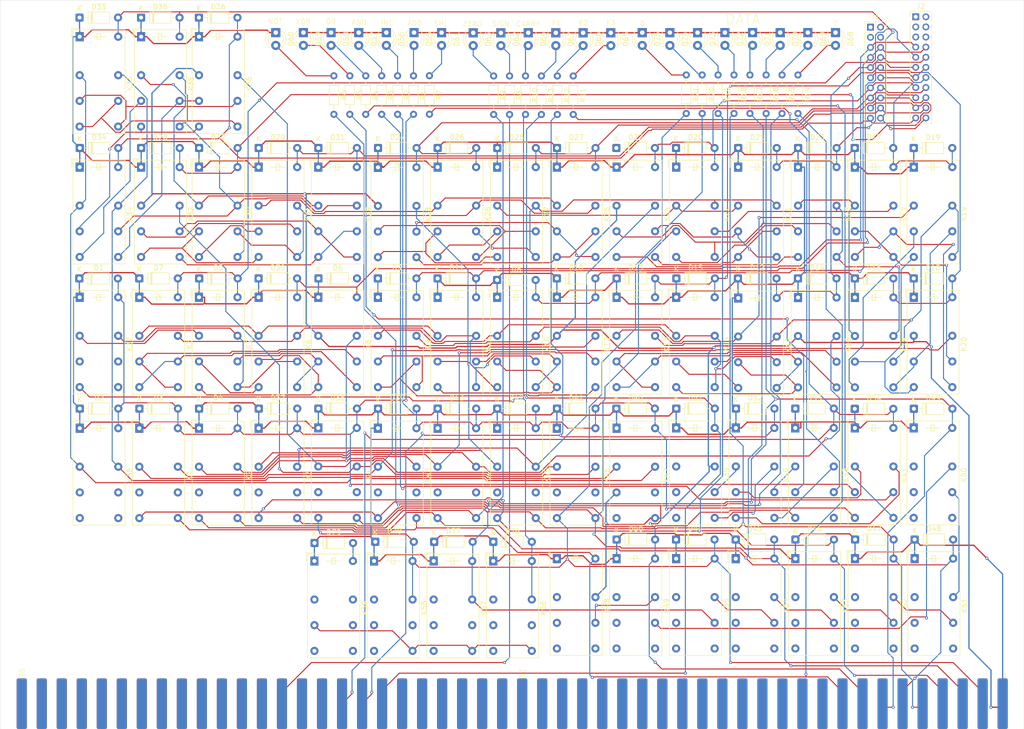
<source format=kicad_pcb>
(kicad_pcb (version 20241229) (generator "pcbnew") (generator_version "9.0")
  (layers (0 "F.Cu" signal) (2 "B.Cu" signal) (13 "F.Paste" user) (15 "B.Paste" user) (5 "F.SilkS" user "F.Silkscreen") (7 "B.SilkS" user "B.Silkscreen") (1 "F.Mask" user) (3 "B.Mask" user) (25 "Edge.Cuts" user))
  (net 0 "")
  (net 1 "Net-(D1-A)")
  (net 2 "GND")
  (net 3 "Net-(D5-A)")
  (net 4 "Net-(D10-A)")
  (net 5 "Net-(D11-A)")
  (net 6 "Net-(D9-K)")
  (net 7 "Net-(D12-A)")
  (net 8 "Net-(D13-A)")
  (net 9 "Net-(D16-A)")
  (net 10 "Net-(D17-A)")
  (net 11 "Net-(D20-A)")
  (net 12 "Net-(D21-A)")
  (net 14 "Net-(D24-A)")
  (net 15 "Net-(D25-A)")
  (net 16 "Net-(D28-A)")
  (net 17 "Net-(D29-A)")
  (net 18 "Net-(D30-A)")
  (net 19 "Net-(D33-A)")
  (net 20 "Net-(D34-A)")
  (net 21 "Net-(D39-A)")
  (net 22 "Sign")
  (net 23 "Net-(D45-A)")
  (net 24 "Net-(D46-A)")
  (net 25 "Net-(D47-A)")
  (net 26 "Net-(D48-A)")
  (net 27 "Net-(D49-A)")
  (net 28 "Net-(D50-A)")
  (net 29 "Net-(D51-A)")
  (net 30 "Net-(D52-A)")
  (net 31 "Net-(D53-A)")
  (net 32 "Net-(D55-A)")
  (net 33 "Net-(D56-A)")
  (net 34 "Net-(D57-A)")
  (net 35 "Net-(D58-A)")
  (net 36 "Net-(D59-A)")
  (net 37 "Net-(D60-A)")
  (net 38 "Net-(D61-A)")
  (net 39 "Net-(D62-A)")
  (net 40 "Net-(D63-A)")
  (net 41 "Net-(D64-A)")
  (net 42 "Net-(D65-A)")
  (net 43 "Net-(D66-A)")
  (net 44 "Net-(D67-A)")
  (net 45 "Net-(D68-A)")
  (net 46 "Net-(D69-A)")
  (net 47 "Net-(D70-A)")
  (net 48 "Net-(D71-A)")
  (net 49 "Net-(D72-A)")
  (net 50 "Net-(D73-A)")
  (net 51 "Net-(D74-A)")
  (net 52 "Net-(D75-A)")
  (net 53 "CCLD")
  (net 58 "Net-(K56-Pad24)")
  (net 59 "Net-(K1-Pad21)")
  (net 61 "Net-(K1-Pad11)")
  (net 62 "Net-(U1-D7)")
  (net 64 "Net-(K16-Pad21)")
  (net 67 "Net-(K2-Pad11)")
  (net 68 "Net-(K24-Pad21)")
  (net 70 "Net-(K28-Pad21)")
  (net 73 "Net-(K36-Pad21)")
  (net 74 "Net-(K32-Pad21)")
  (net 76 "Net-(K5-Pad12)")
  (net 77 "Net-(K5-Pad14)")
  (net 78 "Net-(K11-Pad11)")
  (net 79 "Net-(K10-Pad22)")
  (net 80 "Net-(K6-Pad14)")
  (net 81 "Net-(K6-Pad24)")
  (net 82 "Net-(K6-Pad12)")
  (net 83 "Net-(K37-Pad21)")
  (net 84 "Net-(K37-Pad11)")
  (net 85 "Net-(U1-5_Volt)")
  (net 86 "Net-(K12-Pad22)")
  (net 87 "Net-(K10-Pad21)")
  (net 88 "Net-(K12-Pad24)")
  (net 89 "Net-(K10-Pad11)")
  (net 90 "Net-(K10-Pad14)")
  (net 91 "Net-(K10-Pad12)")
  (net 92 "Net-(K10-Pad24)")
  (net 93 "Net-(K13-Pad21)")
  (net 94 "Net-(K13-Pad12)")
  (net 95 "Net-(K13-Pad14)")
  (net 96 "Net-(K13-Pad11)")
  (net 97 "Net-(K14-Pad12)")
  (net 98 "Net-(K14-Pad14)")
  (net 99 "Net-(K14-Pad24)")
  (net 100 "Net-(K17-Pad12)")
  (net 101 "Net-(K17-Pad14)")
  (net 102 "Net-(K17-Pad21)")
  (net 103 "Net-(K17-Pad11)")
  (net 104 "Net-(K18-Pad12)")
  (net 105 "Net-(K18-Pad14)")
  (net 106 "Net-(K18-Pad24)")
  (net 107 "Net-(K21-Pad21)")
  (net 108 "Net-(K21-Pad12)")
  (net 109 "Net-(K21-Pad14)")
  (net 110 "Net-(K21-Pad11)")
  (net 111 "Net-(K22-Pad14)")
  (net 112 "Net-(K22-Pad12)")
  (net 113 "Net-(K22-Pad24)")
  (net 114 "Net-(K25-Pad12)")
  (net 115 "Net-(K25-Pad14)")
  (net 116 "Net-(K25-Pad21)")
  (net 117 "Net-(K25-Pad11)")
  (net 118 "Net-(K26-Pad12)")
  (net 119 "Net-(K26-Pad24)")
  (net 120 "Net-(K26-Pad14)")
  (net 121 "Net-(K29-Pad12)")
  (net 122 "Net-(K29-Pad14)")
  (net 123 "Net-(K29-Pad11)")
  (net 124 "Net-(K29-Pad21)")
  (net 125 "Net-(K30-Pad24)")
  (net 126 "Net-(K30-Pad14)")
  (net 127 "Net-(K30-Pad12)")
  (net 128 "Net-(K33-Pad14)")
  (net 129 "Net-(K33-Pad12)")
  (net 130 "Net-(K33-Pad21)")
  (net 131 "Net-(K33-Pad11)")
  (net 132 "Net-(K34-Pad24)")
  (net 133 "Net-(K34-Pad14)")
  (net 134 "Net-(K34-Pad12)")
  (net 136 "Carry")
  (net 137 "~Carry out")
  (net 139 "Carry in")
  (net 142 "~Carry in")
  (net 145 "Net-(K39-Pad24)")
  (net 147 "Net-(K39-Pad22)")
  (net 148 "Net-(K40-Pad12)")
  (net 149 "Net-(K40-Pad22)")
  (net 150 "Net-(K40-Pad14)")
  (net 151 "Net-(K40-Pad24)")
  (net 157 "Net-(J2-Pin_2)")
  (net 169 "Net-(K48-Pad22)")
  (net 174 "Net-(K49-Pad22)")
  (net 178 "Net-(K50-Pad22)")
  (net 185 "Net-(K51-Pad22)")
  (net 189 "Net-(K52-Pad22)")
  (net 193 "Net-(K53-Pad22)")
  (net 202 "Net-(K54-Pad22)")
  (net 206 "Zero")
  (net 208 "+5V")
  (net 221 "Net-(U1-Carry)")
  (net 222 "Net-(U1-Zero)")
  (net 223 "Net-(U1-SIGN)")
  (net 308 "Net-(J2-Pin_3)")
  (net 309 "Net-(J2-Pin_4)")
  (net 311 "Net-(J2-Pin_5)")
  (net 312 "Net-(J2-Pin_6)")
  (net 313 "Net-(J3-Pin_b1)")
  (net 314 "Net-(J3-Pin_a2)")
  (net 316 "Net-(J3-Pin_b3)")
  (net 317 "Net-(J3-Pin_a3)")
  (net 318 "Net-(J3-Pin_b2)")
  (footprint "Connector_PinHeader_2.00mm:PinHeader_2x10_P2.00mm_Vertical" (layer "F.Cu") (at 221.91 21.64)
    (property "Reference" "J1")
    (property "Value" "Conn_02x10_Odd_Even")
  )
  (footprint "Relay_THT:Relay_DPDT_Finder_30.22" (layer "F.Cu") (at 89.0725 23.5225 -90)
    (property "Reference" "K36")
    (property "Value" "HK19F-DCxxV-SHC")
  )
  (footprint "Diode_THT:D_DO-35_SOD27_P7.62mm_Horizontal" (layer "F.Cu") (at 183.51 71.34)
    (property "Reference" "D15")
    (property "Value" "1N914")
  )
  (footprint "Relay_THT:Relay_DPDT_Finder_30.22" (layer "F.Cu") (at 159.8725 75.0725 -90)
    (property "Reference" "K12")
    (property "Value" "HK19F-DCxxV-SHC")
  )
  (footprint "Diode_THT:D_DO-35_SOD27_P7.62mm_Horizontal" (layer "F.Cu") (at 207.04 97.09)
    (property "Reference" "D53")
    (property "Value" "1N914")
  )
  (footprint "Relay_THT:Relay_DPDT_Finder_30.22" (layer "F.Cu") (at 207.05 126.77 -90)
    (property "Reference" "K53")
    (property "Value" "HK19F-DCxxV-SHC")
  )
  (footprint "Resistor_THT:R_Axial_DIN0204_L3.6mm_D1.6mm_P7.62mm_Horizontal" (layer "F.Cu") (at 188.61 31.095 -90)
    (property "Reference" "R20")
    (property "Value" "R")
  )
  (footprint "Relay_THT:Relay_DPDT_Finder_30.22" (layer "F.Cu") (at 89.0725 49.3225 -90)
    (property "Reference" "K30")
    (property "Value" "HK19F-DCxxV-SHC")
  )
  (footprint "Diode_THT:D_DO-35_SOD27_P7.62mm_Horizontal" (layer "F.Cu") (at 230.46 45.54)
    (property "Reference" "D19")
    (property "Value" "1N914")
  )
  (footprint "Diode_THT:D_DO-35_SOD27_P7.62mm_Horizontal" (layer "F.Cu") (at 89.09 45.54)
    (property "Reference" "D32")
    (property "Value" "1N914")
  )
  (footprint "Resistor_THT:R_Axial_DIN0204_L3.6mm_D1.6mm_P7.62mm_Horizontal" (layer "F.Cu") (at 118.91 31.26 -90)
    (property "Reference" "R5")
    (property "Value" "R")
  )
  (footprint "Diode_THT:D_DO-35_SOD27_P7.62mm_Horizontal" (layer "F.Cu") (at 218.86 122.99)
    (property "Reference" "D47")
    (property "Value" "1N914")
  )
  (footprint "LED_THT:LED_D3.0mm" (layer "F.Cu") (at 154.21 22.74 -90)
    (property "Reference" "D64")
    (property "Value" "LED")
  )
  (footprint "Diode_THT:D_DO-35_SOD27_P7.62mm_Horizontal" (layer "F.Cu") (at 230.64 122.99)
    (property "Reference" "D48")
    (property "Value" "1N914")
  )
  (footprint "LED_THT:LED_D3.0mm" (layer "F.Cu") (at 104.26 22.71 -90)
    (property "Reference" "D60")
    (property "Value" "LED")
  )
  (footprint "Relay_THT:Relay_DPDT_Finder_30.22" (layer "F.Cu") (at 171.6725 49.3225 -90)
    (property "Reference" "K24")
    (property "Value" "HK19F-DCxxV-SHC")
  )
  (footprint "LED_THT:LED_D3.0mm" (layer "F.Cu") (at 115.2 22.71 -90)
    (property "Reference" "D58")
    (property "Value" "LED")
  )
  (footprint "LED_THT:LED_D3.0mm" (layer "F.Cu") (at 131.61 22.71 -90)
    (property "Reference" "D55")
    (property "Value" "LED")
  )
  (footprint "Diode_THT:D_DO-35_SOD27_P7.62mm_Horizontal" (layer "F.Cu") (at 89.09 97.09)
    (property "Reference" "D4")
    (property "Value" "1N914")
  )
  (footprint "Diode_THT:D_DO-35_SOD27_P7.62mm_Horizontal" (layer "F.Cu") (at 171.64 45.54)
    (property "Reference" "D22")
    (property "Value" "1N914")
  )
  (footprint "Diode_THT:D_DO-35_SOD27_P7.62mm_Horizontal" (layer "F.Cu") (at 136.29 97.09)
    (property "Reference" "D43")
    (property "Value" "1N914")
  )
  (footprint "Relay_THT:Relay_DPDT_Finder_30.22" (layer "F.Cu") (at 171.6725 75.0725 -90)
    (property "Reference" "K13")
    (property "Value" "HK19F-DCxxV-SHC")
  )
  (footprint "Relay_THT:Relay_DPDT_Finder_30.22" (layer "F.Cu") (at 183.4725 75.0725 -90)
    (property "Reference" "K15")
    (property "Value" "HK19F-DCxxV-SHC")
  )
  (footprint "LED_THT:LED_D3.0mm" (layer "F.Cu") (at 182.23 22.72 -90)
    (property "Reference" "D74")
    (property "Value" "LED")
  )
  (footprint "Diode_THT:D_DO-35_SOD27_P7.62mm_Horizontal" (layer "F.Cu") (at 171.64 97.09)
    (property "Reference" "D40")
    (property "Value" "1N914")
  )
  (footprint "Resistor_THT:R_Axial_DIN0204_L3.6mm_D1.6mm_P7.62mm_Horizontal" (layer "F.Cu") (at 128.36 31.26 -90)
    (property "Reference" "R2")
    (property "Value" "R")
  )
  (footprint "Relay_THT:Relay_DPDT_Finder_30.22" (layer "F.Cu") (at 77.2725 100.9725 -90)
    (property "Reference" "K1")
    (property "Value" "HK19F-DCxxV-SHC")
  )
  (footprint "Relay_THT:Relay_DPDT_Finder_30.22" (layer "F.Cu") (at 218.8225 49.3225 -90)
    (property "Reference" "K17")
    (property "Value" "HK19F-DCxxV-SHC")
  )
  (footprint "Resistor_THT:R_Axial_DIN0204_L3.6mm_D1.6mm_P7.62mm_Horizontal" (layer "F.Cu") (at 122.06 31.26 -90)
    (property "Reference" "R4")
    (property "Value" "R")
  )
  (footprint "Diode_THT:D_DO-35_SOD27_P7.62mm_Horizontal" (layer "F.Cu") (at 136.26 71.34)
    (property "Reference" "D11")
    (property "Value" "1N914")
  )
  (footprint "Diode_THT:D_DO-35_SOD27_P7.62mm_Horizontal" (layer "F.Cu") (at 112.69 45.54)
    (property "Reference" "D31")
    (property "Value" "1N914")
  )
  (footprint "Diode_THT:D_DO-35_SOD27_P7.62mm_Horizontal" (layer "F.Cu") (at 124.49 45.54)
    (property "Reference" "D24")
    (property "Value" "1N914")
  )
  (footprint "Diode_THT:D_DO-35_SOD27_P7.62mm_Horizontal" (layer "F.Cu") (at 65.49 97.09)
    (property "Reference" "D2")
    (property "Value" "1N914")
  )
  (footprint "Relay_THT:Relay_DPDT_Finder_30.22" (layer "F.Cu") (at 77.2725 75.0725 -90)
    (property "Reference" "K5")
    (property "Value" "HK19F-DCxxV-SHC")
  )
  (footprint "Diode_THT:D_DO-35_SOD27_P7.62mm_Horizontal" (layer "F.Cu") (at 159.89 97.09)
    (property "Reference" "D41")
    (property "Value" "1N914")
  )
  (footprint "Diode_THT:D_DO-35_SOD27_P7.62mm_Horizontal" (layer "F.Cu") (at 65.44 19.74)
    (property "Reference" "D33")
    (property "Value" "1N914")
  )
  (footprint "Relay_THT:Relay_DPDT_Finder_30.22" (layer "F.Cu") (at 112.6725 75.0725 -90)
    (property "Reference" "K8")
    (property "Value" "HK19F-DCxxV-SHC")
  )
  (footprint "Relay_THT:Relay_DPDT_Finder_30.22" (layer "F.Cu") (at 112.6725 100.9225 -90)
    (property "Reference" "K4")
    (property "Value" "HK19F-DCxxV-SHC")
  )
  (footprint "Diode_THT:D_DO-35_SOD27_P7.62mm_Horizontal" (layer "F.Cu") (at 112.71 71.34)
    (property "Reference" "D6")
    (property "Value" "1N914")
  )
  (footprint "Relay_THT:Relay_DPDT_Finder_30.22" (layer "F.Cu") (at 183.46 126.77 -90)
    (property "Reference" "K55")
    (property "Value" "HK19F-DCxxV-SHC")
  )
  (footprint "Resistor_THT:R_Axial_DIN0204_L3.6mm_D1.6mm_P7.62mm_Horizontal" (layer "F.Cu") (at 147.36 31.29 -90)
    (property "Reference" "R9")
    (property "Value" "R")
  )
  (footprint "Resistor_THT:R_Axial_DIN0204_L3.6mm_D1.6mm_P7.62mm_Horizontal" (layer "F.Cu") (at 150.51 31.29 -90)
    (property "Reference" "R8")
    (property "Value" "R")
  )
  (footprint "Relay_THT:Relay_DPDT_Finder_30.22" (layer "F.Cu") (at 112.6725 49.3225 -90)
    (property "Reference" "K29")
    (property "Value" "HK19F-DCxxV-SHC")
  )
  (footprint "Relay_THT:Relay_DPDT_Finder_30.22" (layer "F.Cu") (at 183.4725 100.9225 -90)
    (property "Reference" "K39")
    (property "Value" "HK19F-DCxxV-SHC")
  )
  (footprint "Relay_THT:Relay_DPDT_Finder_30.22" (layer "F.Cu") (at 135.4975 127.2425 -90)
    (property "Reference" "K57")
    (property "Value" "HK19F-DCxxV-SHC")
  )
  (footprint "Diode_THT:D_DO-35_SOD27_P7.62mm_Horizontal" (layer "F.Cu") (at 159.89 45.54)
    (property "Reference" "D27")
    (property "Value" "1N914")
  )
  (footprint "Resistor_THT:R_Axial_DIN0204_L3.6mm_D1.6mm_P7.62mm_Horizontal" (layer "F.Cu") (at 163.11 31.29 -90)
    (property "Reference" "R11")
    (property "Value" "R")
  )
  (footprint "Relay_THT:Relay_DPDT_Finder_30.22" (layer "F.Cu") (at 100.8725 49.3225 -90)
    (property "Reference" "K31")
    (property "Value" "HK19F-DCxxV-SHC")
  )
  (footprint "LED_THT:LED_D3.0mm" (layer "F.Cu") (at 209.52 22.705 -90)
    (property "Reference" "D69")
    (property "Value" "LED")
  )
  (footprint "Diode_THT:D_DO-35_SOD27_P7.62mm_Horizontal" (layer "F.Cu") (at 100.89 97.09)
    (property "Reference" "D37")
    (property "Value" "1N914")
  )
  (footprint "LED_THT:LED_D3.0mm" (layer "F.Cu") (at 159.66 22.75 -90)
    (property "Reference" "D67")
    (property "Value" "LED")
  )
  (footprint "Relay_THT:Relay_DPDT_Finder_30.22" (layer "F.Cu") (at 89.0725 75.06 -90)
    (property "Reference" "K7")
    (property "Value" "HK19F-DCxxV-SHC")
  )
  (footprint "Resistor_THT:R_Axial_DIN0204_L3.6mm_D1.6mm_P7.62mm_Horizontal" (layer "F.Cu") (at 204.41 31.095 -90)
    (property "Reference" "R15")
    (property "Value" "R")
  )
  (footprint "Resistor_THT:R_Axial_DIN0204_L3.6mm_D1.6mm_P7.62mm_Horizontal" (layer "F.Cu") (at 159.96 31.29 -90)
    (property "Reference" "R12")
    (property "Value" "R")
  )
  (footprint "Diode_THT:D_DO-35_SOD27_P7.62mm_Horizontal" (layer "F.Cu") (at 171.69 122.99)
    (property "Reference" "D50")
    (property "Value" "1N914")
  )
  (footprint "Relay_THT:Relay_DPDT_Finder_30.22" (layer "F.Cu") (at 195.74 75.22 -90)
    (property "Reference" "K14")
    (property "Value" "HK19F-DCxxV-SHC")
  )
  (footprint "Diode_THT:D_DO-35_SOD27_P7.62mm_Horizontal" (layer "F.Cu") (at 77.64 45.54)
    (property "Reference" "D28")
    (property "Value" "1N914")
  )
  (footprint "Relay_THT:Relay_DPDT_Finder_30.22" (layer "F.Cu") (at 148.0725 49.3225 -90)
    (property "Reference" "K27")
    (property "Value" "HK19F-DCxxV-SHC")
  )
  (footprint "Relay_THT:Relay_DPDT_Finder_30.22" (layer "F.Cu") (at 218.8225 75.11 -90)
    (property "Reference" "K18")
    (property "Value" "HK19F-DCxxV-SHC")
  )
  (footprint "Resistor_THT:R_Axial_DIN0204_L3.6mm_D1.6mm_P7.62mm_Horizontal" (layer "F.Cu") (at 207.56 31.095 -90)
    (property "Reference" "R14")
    (property "Value" "R")
  )
  (footprint "Diode_THT:D_DO-35_SOD27_P7.62mm_Horizontal" (layer "F.Cu") (at 171.69 71.34)
    (property "Reference" "D13")
    (property "Value" "1N914")
  )
  (footprint "Relay_THT:Relay_DPDT_Finder_30.22" (layer "F.Cu") (at 159.8725 49.3225 -90)
    (property "Reference" "K25")
    (property "Value" "HK19F-DCxxV-SHC")
  )
  (footprint "Relay_THT:Relay_DPDT_Finder_30.22" (layer "F.Cu") (at 65.4725 75.0725 -90)
    (property "Reference" "K37")
    (property "Value" "HK19F-DCxxV-SHC")
  )
  (footprint "Diode_THT:D_DO-35_SOD27_P7.62mm_Horizontal" (layer "F.Cu") (at 100.86 71.34)
    (property "Reference" "D30")
    (property "Value" "1N914")
  )
  (footprint "Diode_THT:D_DO-35_SOD27_P7.62mm_Horizontal" (layer "F.Cu") (at 148.05 71.65)
    (property "Reference" "D8")
    (property "Value" "1N914")
  )
  (footprint "Relay_THT:Relay_DPDT_Finder_30.22" (layer "F.Cu") (at 136.2725 100.9725 -90)
    (property "Reference" "K44")
    (property "Value" "HK19F-DCxxV-SHC")
  )
  (footprint "Relay_THT:Relay_DPDT_Finder_30.22" (layer "F.Cu") (at 65.49 100.9725 -90)
    (property "Reference" "K38")
    (property "Value" "HK19F-DCxxV-SHC")
  )
  (footprint "Relay_THT:Relay_DPDT_Finder_30.22" (layer "F.Cu") (at 89.0725 100.9725 -90)
    (property "Reference" "K2")
    (property "Value" "HK19F-DCxxV-SHC")
  )
  (footprint "Resistor_THT:R_Axial_DIN0204_L3.6mm_D1.6mm_P7.62mm_Horizontal" (layer "F.Cu") (at 201.26 31.095 -90)
    (property "Reference" "R16")
    (property "Value" "R")
  )
  (footprint "Relay_THT:Relay_DPDT_Finder_30.22" (layer "F.Cu") (at 171.6725 126.7725 -90)
    (property "Reference" "K49")
    (property "Value" "HK19F-DCxxV-SHC")
  )
  (footprint "LED_THT:LED_D3.0mm" (layer "F.Cu") (at 120.67 22.71 -90)
    (property "Reference" "D57")
    (property "Value" "LED")
  )
  (footprint "LED_THT:LED_D3.0mm" (layer "F.Cu") (at 137.06 22.72 -90)
    (property "Reference" "D61")
    (property "Value" "LED")
  )
  (footprint "Diode_THT:D_DO-35_SOD27_P7.62mm_Horizontal" (layer "F.Cu") (at 65.49 45.54)
    (property "Reference" "D34")
    (property "Value" "1N914")
  )
  (footprint "Resistor_THT:R_Axial_DIN0204_L3.6mm_D1.6mm_P7.62mm_Horizontal" (layer "F.Cu") (at 153.66 31.28 -90)
    (property "Reference" "R10")
    (property "Value" "R")
  )
  (footprint "Resistor_THT:R_Axial_DIN0204_L3.6mm_D1.6mm_P7.62mm_Horizontal" (layer "F.Cu") (at 115.76 31.26 -90)
    (property "Reference" "R6")
    (property "Value" "R" (hide yes))
  )
  (footprint "Resistor_THT:R_Axial_DIN0204_L3.6mm_D1.6mm_P7.62mm_Horizontal" (layer "F.Cu") (at 125.21 31.26 -90)
    (property "Reference" "R3")
    (property "Value" "R")
  )
  (footprint "Diode_THT:D_DO-35_SOD27_P7.62mm_Horizontal" (layer "F.Cu") (at 183.49 97.09)
    (property "Reference" "D51")
    (property "Value" "1N914")
  )
  (footprint "Relay_THT:Relay_DPDT_Finder_30.22" (layer "F.Cu") (at 195.2725 100.9225 -90)
    (property "Reference" "K40")
    (property "Value" "HK19F-DCxxV-SHC")
  )
  (footprint "Diode_THT:D_DO-35_SOD27_P7.62mm_Horizontal" (layer "F.Cu") (at 148.09 97.09)
    (property "Reference" "D42")
    (property "Value" "1N914")
  )
  (footprint "Diode_THT:D_DO-35_SOD27_P7.62mm_Horizontal" (layer "F.Cu") (at 136.29 45.54)
    (property "Reference" "D26")
    (property "Value" "1N914")
  )
  (footprint "Diode_THT:D_DO-35_SOD27_P7.62mm_Horizontal" (layer "F.Cu") (at 218.79 45.54)
    (property "Reference" "D17")
    (property "Value" "1N914")
  )
  (footprint "Diode_THT:D_DO-35_SOD27_P7.62mm_Horizontal" (layer "F.Cu") (at 135.5975 123.4375)
    (property "Reference" "D77")
    (property "Value" "1N914")
  )
  (footprint "Diode_THT:D_DO-35_SOD27_P7.62mm_Horizontal" (layer "F.Cu") (at 183.44 45.54)
    (property "Reference" "D20")
    (property "Value" "1N914")
  )
  (footprint "Relay_THT:Relay_DPDT_Finder_30.22" (layer "F.Cu") (at 147.2925 127.2425 -90)
    (property "Reference" "K56")
    (property "Value" "HK19F-DCxxV-SHC")
  )
  (footprint "Diode_THT:D_DO-35_SOD27_P7.62mm_Horizontal" (layer "F.Cu") (at 195.24 122.99)
    (property "Reference" "D45")
    (property "Value" "1N914")
  )
  (footprint "Resistor_THT:R_Axial_DIN0204_L3.6mm_D1.6mm_P7.62mm_Horizontal" (layer "F.Cu") (at 191.76 31.095 -90)
    (property "Reference" "R19")
    (property "Value" "R")
  )
  (footprint "Relay_THT:Relay_DPDT_Finder_30.22" (layer "F.Cu") (at 100.8725 75.0725 -90)
    (property "Reference" "K6")
    (property "Value" "HK19F-DCxxV-SHC")
  )
  (footprint "Relay_THT:Relay_DPDT_Finder_30.22" (layer "F.Cu") (at 195.7225 49.3225 -90)
    (property "Reference" "K21")
    (property "Value" "HK19F-DCxxV-SHC")
  )
  (footprint "Diode_THT:D_DO-35_SOD27_P7.62mm_Horizontal" (layer "F.Cu") (at 207.06 122.99)
    (property "Reference" "D46")
    (property "Value" "1N914")
  )
  (footprint "Diode_THT:D_DO-35_SOD27_P7.62mm_Horizontal" (layer "F.Cu") (at 123.9475 123.4375)
    (property "Reference" "D78")
    (property "Value" "1N914")
  )
  (footprint "Diode_THT:D_DO-35_SOD27_P7.62mm_Horizontal" (layer "F.Cu") (at 65.4 71.3425)
    (property "Reference" "D1")
    (property "Value" "1N914")
  )
  (footprint "Diode_THT:D_DO-35_SOD27_P7.62mm_Horizontal" (layer "F.Cu") (at 100.89 45.54)
    (property "Reference" "D29")
    (property "Value" "1N914")
  )
  (footprint "LED_THT:LED_D3.0mm" (layer "F.Cu") (at 214.99 22.705 -90)
    (property "Reference" "D68")
    (property "Value" "LED")
  )
  (footprint "LED_THT:LED_D3.0mm" (layer "F.Cu") (at 204.05 22.705 -90)
    (property "Reference" "D70")
    (property "Value" "LED")
  )
  (footprint "Diode_THT:D_DO-35_SOD27_P7.62mm_Horizontal" (layer "F.Cu") (at 159.86 71.34)
    (property "Reference" "D10")
    (property "Value" "1N914")
  )
  (footprint "Relay_THT:Relay_DPDT_Finder_30.22" (layer "F.Cu") (at 65.4725 23.5225 -90)
    (property "Reference" "K33")
    (property "Value" "HK19F-DCxxV-SHC")
  )
  (footprint "Relay_THT:Relay_DPDT_Finder_30.22" (layer "F.Cu") (at 124.4725 49.3725 -90)
    (property "Reference" "K28")
    (property "Value" "HK19F-DCxxV-SHC")
  )
  (footprint "Relay_THT:Relay_DPDT_Finder_30.22" (layer "F.Cu") (at 218.8225 100.9225 -90)
    (property "Reference" "K41")
    (property "Value" "HK19F-DCxxV-SHC")
  )
  (footprint "Diode_THT:D_DO-35_SOD27_P7.62mm_Horizontal" (layer "F.Cu") (at 89.06 19.74)
    (property "Reference" "D36")
    (property "Value" "1N914")
  )
  (footprint "Resistor_THT:R_Axial_DIN0204_L3.6mm_D1.6mm_P7.62mm_Horizontal" (layer "F.Cu") (at 131.51 31.26 -90)
    (property "Reference" "R1")
    (property "Value" "R")
  )
  (footprint "Relay_THT:Relay_DPDT_Finder_30.22" (layer "F.Cu") (at 183.4725 49.3225 -90)
    (property "Reference" "K22")
    (property "Value" "HK19F-DCxxV-SHC")
  )
  (footprint "Diode_THT:D_DO-35_SOD27_P7.62mm_Horizontal" (layer "F.Cu") (at 230.46 71.34)
    (property "Reference" "D18")
    (property "Value" "1N914")
  )
  (footprint "relaccomp:Conn_RC_Male_100" (layer "F.Cu") (at 248.05 111.905 -90)
    (property "Reference" "U1" (hide yes))
    (property "Value" "~" (hide yes))
  )
  (footprint "Relay_THT:Relay_DPDT_Finder_30.22" (layer "F.Cu") (at 77.6225 23.5225 -90)
    (property "Reference" "K35")
    (property "Value" "HK19F-DCxxV-SHC")
  )
  (footprint "Relay_THT:Relay_DPDT_Finder_30.22" (layer "F.Cu") (at 136.2725 75.0725 -90)
    (property "Reference" "K11")
    (property "Value" "HK19F-DCxxV-SHC")
  )
  (footprint "Diode_THT:D_DO-35_SOD27_P7.62mm_Horizontal" (layer "F.Cu") (at 111.9275 123.68)
    (property "Reference" "D79")
    (property "Value" "1N914")
  )
  (footprint "Relay_THT:Relay_DPDT_Finder_30.22" (layer "F.Cu") (at 148.0725 75.0725 -90)
    (property "Reference" "K10")
    (property "Value" "HK19F-DCxxV-SHC")
  )
  (footprint "Resistor_THT:R_Axial_DIN0204_L3.6mm_D1.6mm_P7.62mm_Horizontal" (layer "F.Cu") (at 134.66 31.24 -90)
    (property "Reference" "R7")
    (property "Value" "R")
  )
  (footprint "Diode_THT:D_DO-35_SOD27_P7.62mm_Horizontal" (layer "F.Cu") (at 77.61 19.74)
    (property "Reference" "D35")
    (property "Value" "1N914")
  )
  (footprint "Diode_THT:D_DO-35_SOD27_P7.62mm_Horizontal" (layer "F.Cu") (at 218.81 71.34)
    (property "Reference" "D16")
    (property "Value" "1N914")
  )
  (footprint "Resistor_THT:R_Axial_DIN0204_L3.6mm_D1.6mm_P7.62mm_Horizontal" (layer "F.Cu") (at 198.06 31.095 -90)
    (property "Reference" "R17")
    (property "Value" "R")
  )
  (footprint "LED_THT:LED_D3.0mm" (layer "F.Cu") (at 165.06 22.75 -90)
    (property "Reference" "D66")
    (property "Value" "LED")
  )
  (footprint "Relay_THT:Relay_DPDT_Finder_30.22" (layer "F.Cu") (at 171.6725 100.9725 -90)
    (property "Reference" "K47")
    (property "Value" "HK19F-DCxxV-SHC")
  )
  (footprint "Diode_THT:D_DO-35_SOD27_P7.62mm_Horizontal" (layer "F.Cu") (at 147.2925 123.4375)
    (property "Reference" "D76")
    (property "Value" "1N914")
  )
  (footprint "Relay_THT:Relay_DPDT_Finder_30.22" (layer "F.Cu") (at 111.9075 127.2425 -90)
    (property "Reference" "K59")
    (property "Value" "HK19F-DCxxV-SHC")
  )
  (footprint "Relay_THT:Relay_DPDT_Finder_30.22" (layer "F.Cu") (at 195.255 126.77 -90)
    (property "Reference" "K54")
    (property "Value" "HK19F-DCxxV-SHC")
  )
  (footprint "Diode_THT:D_DO-35_SOD27_P7.62mm_Horizontal" (layer "F.Cu") (at 77.29 97.09)
    (property "Reference" "D3")
    (property "Value" "1N914")
  )
  (footprint "LED_THT:LED_D3.0mm" (layer "F.Cu") (at 198.58 22.705 -90)
    (property "Reference" "D71")
    (property "Value" "LED")
  )
  (footprint "Diode_THT:D_DO-35_SOD27_P7.62mm_Horizontal" (layer "F.Cu") (at 195.74 45.54)
    (property "Reference" "D21")
    (property "Value" "1N914")
  )
  (footprint "LED_THT:LED_D3.0mm" (layer "F.Cu") (at 193.11 22.705 -90)
    (property "Reference" "D72")
    (property "Value" "LED")
  )
  (footprint "Relay_THT:Relay_DPDT_Finder_30.22" (layer "F.Cu") (at 123.7025 127.2425 -90)
    (property "Reference" "K58")
    (property "Value" "HK19F-DCxxV-SHC")
  )
  (footprint "LED_THT:LED_D3.0mm" (layer "F.Cu") (at 126.14 22.71 -90)
    (property "Reference" "D56")
    (property "Value" "LED")
  )
  (footprint "Diode_THT:D_DO-35_SOD27_P7.62mm_Horizontal" (layer "F.Cu") (at 195.29 97.09)
    (property "Reference" "D52")
    (property "Value" "1N914")
  )
  (footprint "Diode_THT:D_DO-35_SOD27_P7.62mm_Horizontal" (layer "F.Cu") (at 89.11 71.34)
    (property "Reference" "D5")
    (property "Value" "1N914")
  )
  (footprint "Resistor_THT:R_Axial_DIN0204_L3.6mm_D1.6mm_P7.62mm_Horizontal" (layer "F.Cu") (at 194.91 31.095 -90)
    (property "Reference" "R18")
    (property "Value" "R")
  )
  (footprint "Relay_THT:Relay_DPDT_Finder_30.22" (layer "F.Cu") (at 159.8725 126.7725 -90)
    (property "Reference" "K48")
    (property "Value" "HK19F-DCxxV-SHC")
  )
  (footprint "Relay_THT:Relay_DPDT_Finder_30.22" (layer "F.Cu") (at 77.6225 49.3225 -90)
    (property "Reference" "K32")
    (property "Value" "HK19F-DCxxV-SHC")
  )
  (footprint "LED_THT:LED_D3.0mm" (layer "F.Cu") (at 109.73 22.71 -90)
    (property "Reference" "D59")
    (property "Value" "LED")
  )
  (footprint "LED_THT:LED_D3.0mm" (layer "F.Cu") (at 148.79 22.76 -90)
    (property "Reference" "D62")
    (property "Value" "LED")
  )
  (footprint "Diode_THT:D_DO-35_SOD27_P7.62mm_Horizontal" (layer "F.Cu") (at 230.49 97.1225)
    (property "Reference" "D49")
    (property "Value" "1N914")
  )
  (footprint "LED_THT:LED_D3.0mm" (layer "F.Cu") (at 170.53 22.75 -90)
    (property "Reference" "D65")
    (property "Value" "LED")
  )
  (footprint "Relay_THT:Relay_DPDT_Finder_30.22" (layer "F.Cu") (at 100.8725 100.9725 -90)
    (property "Reference" "K3")
    (property "Value" "HK19F-DCxxV-SHC")
  )
  (footprint "Diode_THT:D_DO-35_SOD27_P7.62mm_Horizontal" (layer "F.Cu") (at 77.26 71.34)
    (property "Reference" "D7")
    (property "Value" "1N914")
  )
  (footprint "Relay_THT:Relay_DPDT_Finder_30.22" (layer "F.Cu") (at 218.845 126.77 -90)
    (property "Reference" "K52")
    (property "Value" "HK19F-DCxxV-SHC")
  )
  (footprint "Diode_THT:D_DO-35_SOD27_P7.62mm_Horizontal" (layer "F.Cu") (at 207.56 71.34)
    (property "Reference" "D14")
    (property "Value" "1N914")
  )
  (footprint "Resistor_THT:R_Axial_DIN0204_L3.6mm_D1.6mm_P7.62mm_Horizontal" (layer "F.Cu") (at 185.46 31.095 -90)
    (property "Reference" "R21")
    (property "Value" "R")
  )
  (footprint "Relay_THT:Relay_DPDT_Finder_30.22" (layer "F.Cu") (at 207.5725 49.3225 -90)
    (property "Reference" "K23")
    (property "Value" "HK19F-DCxxV-SHC")
  )
  (footprint "Relay_THT:Relay_DPDT_Finder_30.22" (layer "F.Cu") (at 148.0725 100.9725 -90)
    (property "Reference" "K45")
    (property "Value" "HK19F-DCxxV-SHC")
  )
  (footprint "Relay_THT:Relay_DPDT_Finder_30.22" (layer "F.Cu") (at 159.8725 100.9725 -90)
    (property "Reference" "K46")
    (property "Value" "HK19F-DCxxV-SHC")
  )
  (footprint "Resistor_THT:R_Axial_DIN0204_L3.6mm_D1.6mm_P7.62mm_Horizontal" (layer "F.Cu") (at 156.81 31.29 -90)
    (property "Reference" "R13")
    (property "Value" "R")
  )
  (footprint "LED_THT:LED_D3.0mm" (layer "F.Cu") (at 187.7 22.72 -90)
    (property "Reference" "D73")
    (property "Value" "LED")
  )
  (footprint "Diode_THT:D_DO-35_SOD27_P7.62mm_Horizontal" (layer "F.Cu") (at 124.46 71.34)
    (property "Reference" "D9")
    (property "Value" "1N914")
  )
  (footprint "Diode_THT:D_DO-35_SOD27_P7.62mm_Horizontal" (layer "F.Cu") (at 183.44 122.99)
    (property "Reference" "D44")
    (property "Value" "1N914" (hide yes))
  )
  (footprint "LED_THT:LED_D3.0mm" (layer "F.Cu") (at 176.76 22.72 -90)
    (property "Reference" "D75")
    (property "Value" "LED")
  )
  (footprint "Diode_THT:D_DO-35_SOD27_P7.62mm_Horizontal" (layer "F.Cu") (at 218.8 97.14)
    (property "Reference" "D54")
    (property "Value" "1N914")
  )
  (footprint "Relay_THT:Relay_DPDT_Finder_30.22" (layer "F.Cu") (at 65.4725 49.3225 -90)
    (property "Reference" "K34")
    (property "Value" "HK19F-DCxxV-SHC")
  )
  (footprint "Relay_THT:Relay_DPDT_Finder_30.22" (layer "F.Cu") (at 230.64 126.77 -90)
    (property "Reference" "K51")
    (property "Value" "HK19F-DCxxV-SHC")
  )
  (footprint "Relay_THT:Relay_DPDT_Finder_30.22" (layer "F.Cu") (at 124.4725 75.0725 -90)
    (property "Reference" "K9")
    (property "Value" "HK19F-DCxxV-SHC")
  )
  (footprint "Diode_THT:D_DO-35_SOD27_P7.62mm_Horizontal" (layer "F.Cu") (at 195.69 71.34)
    (property "Reference" "D12")
    (property "Value" "1N914")
  )
  (footprint "Relay_THT:Relay_DPDT_Finder_30.22" (layer "F.Cu") (at 136.2725 49.3225 -90)
    (property "Reference" "K26")
    (property "Value" "HK19F-DCxxV-SHC")
  )
  (footprint "Diode_THT:D_DO-35_SOD27_P7.62mm_Horizontal" (layer "F.Cu") (at 207.59 45.54)
    (property "Reference" "D23")
    (property "Value" "1N914")
  )
  (footprint "Diode_THT:D_DO-35_SOD27_P7.62mm_Horizontal" (layer "F.Cu") (at 112.69 97.09)
    (property "Reference" "D38")
    (property "Value" "1N914")
  )
  (footprint "Relay_THT:Relay_DPDT_Finder_30.22" (layer "F.Cu") (at 230.46 100.9225 -90)
    (property "Reference" "K50")
    (property "Value" "HK19F-DCxxV-SHC")
  )
  (footprint "Diode_THT:D_DO-35_SOD27_P7.62mm_Horizontal" (layer "F.Cu") (at 124.49 97.09)
    (property "Reference" "D39")
    (property "Value" "1N914")
  )
  (footprint "Relay_THT:Relay_DPDT_Finder_30.22" (layer "F.Cu") (at 230.4725 49.3225 -90)
    (property "Reference" "K19")
    (property "Value" "HK19F-DCxxV-SHC")
  )
  (footprint "Relay_THT:Relay_DPDT_Finder_30.22" (layer "F.Cu") (at 124.4725 100.9725 -90)
    (property "Reference" "K43")
    (property "Value" "HK19F-DCxxV-SHC")
  )
  (footprint "Connector_PinHeader_2.00mm:PinHeader_2x11_P2.00mm_Vertical" (layer "F.Cu") (at 230.86 19.59)
    (property "Reference" "J2")
    (property "Value" "Conn_02x11_Odd_Even")
  )
  (footprint "Diode_THT:D_DO-35_SOD27_P7.62mm_Horizontal" (layer "F.Cu") (at 148.09 45.54)
    (property "Reference" "D25")
    (property "Value" "1N914")
  )
  (footprint "LED_THT:LED_D3.0mm" (layer "F.Cu") (at 143.32 22.76 -90)
    (property "Reference" "D63")
    (property "Value" "LED")
  )
  (footprint "Relay_THT:Relay_DPDT_Finder_30.22" (layer "F.Cu") (at 230.4725 75.0725 -90)
    (property "Reference" "K20")
    (property "Value" "HK19F-DCxxV-SHC")
  )
  (footprint "Relay_THT:Relay_DPDT_Finder_30.22" (layer "F.Cu") (at 207.5725 75.1225 -90)
    (property "Reference" "K16")
    (property "Value" "HK19F-DCxxV-SHC")
  )
  (footprint "Relay_THT:Relay_DPDT_Finder_30.22" (layer "F.Cu") (at 207.0275 100.9225 -90)
    (property "Reference" "K42")
    (property "Value" "HK19F-DCxxV-SHC")
  )
  (gr_rect (start 49.735 16.29) (end 252.265 160.49) (stroke (width 0.05)) (fill no) (layer "Edge.Cuts"))
  (gr_text "SIGN" (at 146.96 21.54 0) (layer "F.SilkS") (effects (font (size 1 1) (thickness 0.1)) (justify left bottom)))
  (gr_text "ADD" (at 130.26 21.44 0) (layer "F.SilkS") (effects (font (size 1 1) (thickness 0.1)) (justify left bottom)))
  (gr_text "NOT" (at 102.66 21.04 0) (layer "F.SilkS") (effects (font (size 1 1) (thickness 0.1)) (justify left bottom)))
  (gr_text "7" (at 214.46 21.54 0) (layer "F.SilkS") (effects (font (size 1 1) (thickness 0.1)) (justify left bottom)))
  (gr_text "0" (at 176.26 21.54 0) (layer "F.SilkS") (effects (font (size 1 1) (thickness 0.1)) (justify left bottom)))
  (gr_text "OR" (at 114.06 21.14 0) (layer "F.SilkS") (effects (font (size 1 1) (thickness 0.1)) (justify left bottom)))
  (gr_text "AND" (at 119.21 21.29 0) (layer "F.SilkS") (effects (font (size 1 1) (thickness 0.1)) (justify left bottom)))
  (gr_text "XOR" (at 108.11 21.14 0) (layer "F.SilkS") (effects (font (size 1 1) (thickness 0.1)) (justify left bottom)))
  (gr_text "ZERO" (at 141.16 21.59 0) (layer "F.SilkS") (effects (font (size 1 1) (thickness 0.1)) (justify left bottom)))
  (gr_text "F2" (at 164.16 21.39 0) (layer "F.SilkS") (effects (font (size 1 1) (thickness 0.1)) (justify left bottom)))
  (gr_text "CARRY" (at 151.76 21.59 0) (layer "F.SilkS") (effects (font (size 1 1) (thickness 0.1)) (justify left bottom)))
  (gr_text "INC" (at 125.01 21.39 0) (layer "F.SilkS") (effects (font (size 1 1) (thickness 0.1)) (justify left bottom)))
  (gr_text "F1" (at 158.81 21.34 0) (layer "F.SilkS") (effects (font (size 1 1) (thickness 0.1)) (justify left bottom)))
  (gr_text "DATA" (at 193.11 21.29 0) (layer "F.SilkS") (effects (font (size 2 2) (thickness 0.1)) (justify left bottom)))
  (gr_text "F3" (at 169.61 21.39 0) (layer "F.SilkS") (effects (font (size 1 1) (thickness 0.1)) (justify left bottom)))
  (gr_text "SHL" (at 135.46 21.49 0) (layer "F.SilkS") (effects (font (size 1 1) (thickness 0.1)) (justify left bottom)))
  (segment (start 83.7654 95.9454) (end 84.91 97.09) (width 0.2) (layer "F.Cu") (net 1))
  (segment (start 73.11 97.09) (end 74.2546 95.9454) (width 0.2) (layer "F.Cu") (net 1))
  (segment (start 107.2908 102.1742) (end 97.8942 102.1742) (width 0.2) (layer "F.Cu") (net 1))
  (segment (start 217.2777 112.0777) (end 119.2439 112.0777) (width 0.2) (layer "F.Cu") (net 1))
  (segment (start 97.8942 102.1742) (end 96.6925 100.9725) (width 0.2) (layer "F.Cu") (net 1))
  (segment (start 108.4925 100.9725) (end 107.2908 102.1742) (width 0.2) (layer "F.Cu") (net 1))
  (segment (start 119.2439 112.0777) (end 119.0256 112.296) (width 0.2) (layer "F.Cu") (net 1))
  (segment (start 109.6927 102.1727) (end 119.0423 102.1727) (width 0.2) (layer "F.Cu") (net 1))
  (segment (start 86.0942 102.1742) (end 95.4908 102.1742) (width 0.2) (layer "F.Cu") (net 1))
  (segment (start 121.9586 95.4414) (end 120.31 97.09) (width 0.2) (layer "F.Cu") (net 1))
  (segment (start 218.8225 113.6225) (end 217.2777 112.0777) (width 0.2) (layer "F.Cu") (net 1))
  (segment (start 108.4925 100.9725) (end 109.6927 102.1727) (width 0.2) (layer "F.Cu") (net 1))
  (segment (start 130.0239 95.4414) (end 121.9586 95.4414) (width 0.2) (layer "F.Cu") (net 1))
  (segment (start 119.0423 102.1727) (end 120.2925 100.9225) (width 0.2) (layer "F.Cu") (net 1))
  (segment (start 84.8925 100.9725) (end 86.0942 102.1742) (width 0.2) (layer "F.Cu") (net 1))
  (segment (start 95.4908 102.1742) (end 96.6925 100.9725) (width 0.2) (layer "F.Cu") (net 1))
  (segment (start 74.2546 95.9454) (end 83.7654 95.9454) (width 0.2) (layer "F.Cu") (net 1))
  (via (at 119.0256 112.296) (size 0.6) (drill 0.3) (layers "F.Cu" "B.Cu") (net 1))
  (via (at 130.0239 95.4414) (size 0.6) (drill 0.3) (layers "F.Cu" "B.Cu") (net 1))
  (segment (start 96.6925 97.1075) (end 96.6925 100.9725) (width 0.2) (layer "B.Cu") (net 1))
  (segment (start 108.4925 100.9725) (end 108.51 100.955) (width 0.2) (layer "B.Cu") (net 1))
  (segment (start 96.71 97.09) (end 96.6925 97.1075) (width 0.2) (layer "B.Cu") (net 1))
  (segment (start 131.51 38.88) (end 130.0239 40.3661) (width 0.2) (layer "B.Cu") (net 1))
  (segment (start 74.211 76.191) (end 74.211 95.989) (width 0.2) (layer "B.Cu") (net 1))
  (segment (start 120.31 100.905) (end 120.31 97.09) (width 0.2) (layer "B.Cu") (net 1))
  (segment (start 84.8925 100.9725) (end 84.91 100.955) (width 0.2) (layer "B.Cu") (net 1))
  (segment (start 73.02 71.3425) (end 73.0925 71.415) (width 0.2) (layer "B.Cu") (net 1))
  (segment (start 120.2925 100.9225) (end 120.31 100.905) (width 0.2) (layer "B.Cu") (net 1))
  (segment (start 74.211 95.989) (end 73.11 97.09) (width 0.2) (layer "B.Cu") (net 1))
  (segment (start 84.91 100.955) (end 84.91 97.09) (width 0.2) (layer "B.Cu") (net 1))
  (segment (start 73.0925 71.415) (end 73.0925 75.0725) (width 0.2) (layer "B.Cu") (net 1))
  (segment (start 108.51 100.955) (end 108.51 97.09) (width 0.2) (layer "B.Cu") (net 1))
  (segment (start 119.0256 102.1894) (end 120.2925 100.9225) (width 0.2) (layer "B.Cu") (net 1))
  (segment (start 130.0239 40.3661) (end 130.0239 95.4414) (width 0.2) (layer "B.Cu") (net 1))
  (segment (start 73.0925 75.0725) (end 74.211 76.191) (width 0.2) (layer "B.Cu") (net 1))
  (segment (start 119.0256 112.296) (end 119.0256 102.1894) (width 0.2) (layer "B.Cu") (net 1))
  (segment (start 73.11 100.9725) (end 73.11 97.09) (width 0.2) (layer "B.Cu") (net 1))
  (segment (start 135.5975 123.4375) (end 136.7448 122.2902) (width 0.25) (layer "F.Cu") (net 2))
  (segment (start 100.3217 75.0725) (end 101.6742 73.72) (width 0.25) (layer "F.Cu") (net 2))
  (segment (start 90.1742 75.06) (end 90.1742 76.1742) (width 0.25) (layer "F.Cu") (net 2))
  (segment (start 183.49 97.09) (end 182.03 98.55) (width 0.25) (layer "F.Cu") (net 2))
  (segment (start 206.4037 72.4963) (end 207.56 71.34) (width 0.25) (layer "F.Cu") (net 2))
  (segment (start 207.59 45.54) (end 206.3 46.83) (width 0.25) (layer "F.Cu") (net 2))
  (segment (start 228.0258 99.59) (end 229.3583 100.9225) (width 0.25) (layer "F.Cu") (net 2))
  (segment (start 90.1742 23.5225) (end 91.4567 22.24) (width 0.25) (layer "F.Cu") (net 2))
  (segment (start 99.7535 95.9535) (end 90.2265 95.9535) (width 0.25) (layer "F.Cu") (net 2))
  (segment (start 182.03 98.55) (end 173.1 98.55) (width 0.25) (layer "F.Cu") (net 2))
  (segment (start 219.9242 100.9225) (end 221.2567 99.59) (width 0.25) (layer "F.Cu") (net 2))
  (segment (start 158.7708 126.7725) (end 159.8725 126.7725) (width 0.25) (layer "F.Cu") (net 2))
  (segment (start 204.05 22.705) (end 198.58 22.705) (width 0.25) (layer "F.Cu") (net 2))
  (segment (start 195.2725 100.9225) (end 194.1708 100.9225) (width 0.25) (layer "F.Cu") (net 2))
  (segment (start 111.5708 100.9225) (end 112.6725 100.9225) (width 0.25) (layer "F.Cu") (net 2))
  (segment (start 77.2725 100.9725) (end 78.3742 100.9725) (width 0.25) (layer "F.Cu") (net 2))
  (segment (start 89.9284 76.42) (end 79.7217 76.42) (width 0.25) (layer "F.Cu") (net 2))
  (segment (start 170.53 22.75) (end 165.06 22.75) (width 0.25) (layer "F.Cu") (net 2))
  (segment (start 219.9467 126.77) (end 218.845 126.77) (width 0.25) (layer "F.Cu") (net 2))
  (segment (start 170.5708 126.7725) (end 169.4442 127.8991) (width 0.25) (layer "F.Cu") (net 2))
  (segment (start 89.0725 49.3225) (end 90.1742 49.3225) (width 0.25) (layer "F.Cu") (net 2))
  (segment (start 183.2826 46.82) (end 183.44 46.6626) (width 0.25) (layer "F.Cu") (net 2))
  (segment (start 207.59 45.54) (end 208.9 46.85) (width 0.25) (layer "F.Cu") (net 2))
  (segment (start 148.79 22.76) (end 149.9917 22.76) (width 0.25) (layer "F.Cu") (net 2))
  (segment (start 197.03 46.83) (end 195.74 45.54) (width 0.25) (layer "F.Cu") (net 2))
  (segment (start 75.1983 48) (end 76.5208 49.3225) (width 0.25) (layer "F.Cu") (net 2))
  (segment (start 122.89 122.38) (end 123.9475 123.4375) (width 0.25) (layer "F.Cu") (net 2))
  (segment (start 219.9242 100.9225) (end 218.7199 99.7182) (width 0.25) (layer "F.Cu") (net 2))
  (segment (start 90.1742 76.1742) (end 89.9284 76.42) (width 0.25) (layer "F.Cu") (net 2))
  (segment (start 194.1708 100.9225) (end 192.9233 102.17) (width 0.25) (layer "F.Cu") (net 2))
  (segment (start 208.1292 99.7935) (end 197.5032 99.7935) (width 0.25) (layer "F.Cu") (net 2))
  (segment (start 103.0583 22.71) (end 104.26 22.71) (width 0.25) (layer "F.Cu") (net 2))
  (segment (start 138.3017 22.76) (end 138.2617 22.72) (width 0.25) (layer "F.Cu") (net 2))
  (segment (start 193.24 73.79) (end 185.8567 73.79) (width 0.25) (layer "F.Cu") (net 2))
  (segment (start 67.95 48) (end 75.1983 48) (width 0.25) (layer "F.Cu") (net 2))
  (segment (start 185.8567 73.79) (end 184.5742 75.0725) (width 0.25) (layer "F.Cu") (net 2))
  (segment (start 230.64 122.99) (end 228.21 125.42) (width 0.25) (layer "F.Cu") (net 2))
  (segment (start 124.4725 49.3725) (end 125.5742 49.3725) (width 0.25) (layer "F.Cu") (net 2))
  (segment (start 219.9242 49.3225) (end 218.8225 49.3225) (width 0.25) (layer "F.Cu") (net 2))
  (segment (start 67.9367 22.16) (end 75.1583 22.16) (width 0.25) (layer "F.Cu") (net 2))
  (segment (start 221.3757 70.2144) (end 220.2501 71.34) (width 0.25) (layer "F.Cu") (net 2))
  (segment (start 183.1511 121.79) (end 172.89 121.79) (width 0.25) (layer "F.Cu") (net 2))
  (segment (start 111.32 44.17) (end 102.26 44.17) (width 0.25) (layer "F.Cu") (net 2))
  (segment (start 207.06 122.99) (end 208.187 121.863) (width 0.25) (layer "F.Cu") (net 2))
  (segment (start 111.9275 123.4375) (end 112.985 122.38) (width 0.25) (layer "F.Cu") (net 2))
  (segment (start 197.5032 99.7935) (end 196.3742 100.9225) (width 0.25) (layer "F.Cu") (net 2))
  (segment (start 89.0725 100.9725) (end 87.9708 100.9725) (width 0.25) (layer "F.Cu") (net 2))
  (segment (start 100.89 97.09) (end 99.7535 95.9535) (width 0.25) (layer "F.Cu") (net 2))
  (segment (start 146.1452 122.2902) (end 147.2925 123.4375) (width 0.25) (layer "F.Cu") (net 2))
  (segment (start 76.5208 49.3225) (end 77.6225 49.3225) (width 0.25) (layer "F.Cu") (net 2))
  (segment (start 78.3742 75.0725) (end 77.2725 75.0725) (width 0.25) (layer "F.Cu") (net 2))
  (segment (start 230.46 71.34) (end 229.3344 70.2144) (width 0.25) (layer "F.Cu") (net 2))
  (segment (start 182.23 22.72) (end 187.7 22.72) (width 0.25) (layer "F.Cu") (net 2))
  (segment (start 160.9742 126.7725) (end 159.8725 126.7725) (width 0.25) (layer "F.Cu") (net 2))
  (segment (start 170.5708 49.3225) (end 169.2883 48.04) (width 0.25) (layer "F.Cu") (net 2))
  (segment (start 137.65 72.73) (end 146.67 72.73) (width 0.25) (layer "F.Cu") (net 2))
  (segment (start 110.2583 99.61) (end 111.5708 100.9225) (width 0.25) (layer "F.Cu") (net 2))
  (segment (start 99.7708 75.0725) (end 98.4833 76.36) (width 0.25) (layer "F.Cu") (net 2))
  (segment (start 148.09 44.3977) (end 148.09 45.54) (width 0.25) (layer "F.Cu") (net 2))
  (segment (start 126.0767 125.97) (end 124.8042 127.2425) (width 0.25) (layer "F.Cu") (net 2))
  (segment (start 169.4442 127.8991) (end 166.7391 127.8991) (width 0.25) (layer "F.Cu") (net 2))
  (segment (start 75.1583 22.16) (end 76.5208 23.5225) (width 0.25) (layer "F.Cu") (net 2))
  (segment (start 131.61 22.71) (end 132.8117 22.71) (width 0.25) (layer "F.Cu") (net 2))
  (segment (start 229.3583 100.9225) (end 230.46 100.9225) (width 0.25) (layer "F.Cu") (net 2))
  (segment (start 217.48 46.85) (end 218.79 45.54) (width 0.25) (layer "F.Cu") (net 2))
  (segment (start 135.1708 49.3225) (end 133.9683 48.12) (width 0.25) (layer "F.Cu") (net 2))
  (segment (start 208.6937 70.2063) (end 207.56 71.34) (width 0.25) (layer "F.Cu") (net 2))
  (segment (start 183.4725 75.0725) (end 182.3708 75.0725) (width 0.25) (layer "F.Cu") (net 2))
  (segment (start 148.3942 127.2425) (end 149.6467 125.99) (width 0.25) (layer "F.Cu") (net 2))
  (segment (start 173.1 98.55) (end 171.64 97.09) (width 0.25) (layer "F.Cu") (net 2))
  (segment (start 76.5208 23.5225) (end 77.6225 23.5225) (width 0.25) (layer "F.Cu") (net 2))
  (segment (start 111.5708 75.0725) (end 112.6725 75.0725) (width 0.25) (layer "F.Cu") (net 2))
  (segment (start 112.69 45.54) (end 111.32 44.17) (width 0.25) (layer "F.Cu") (net 2))
  (segment (start 159.89 97.09) (end 161.19 98.39) (width 0.25) (layer "F.Cu") (net 2))
  (segment (start 115.2 22.71) (end 120.67 22.71) (width 0.25) (layer "F.Cu") (net 2))
  (segment (start 196.8463 72.4963) (end 206.4037 72.4963) (width 0.25) (layer "F.Cu") (net 2))
  (segment (start 208.2045 99.7182) (end 208.1292 99.7935) (width 0.25) (layer "F.Cu") (net 2))
  (segment (start 158.66 98.32) (end 159.89 97.09) (width 0.25) (layer "F.Cu") (net 2))
  (segment (start 206.3 46.83) (end 197.03 46.83) (width 0.25) (layer "F.Cu") (net 2))
  (segment (start 120.67 22.71) (end 126.14 22.71) (width 0.25) (layer "F.Cu") (net 2))
  (segment (start 137.06 22.72) (end 132.8217 22.72) (width 0.25) (layer "F.Cu") (net 2))
  (segment (start 146.89 98.29) (end 148.09 97.09) (width 0.25) (layer "F.Cu") (net 2))
  (segment (start 209.52 22.705) (end 204.05 22.705) (width 0.25) (layer "F.Cu") (net 2))
  (segment (start 135.4975 127.2425) (end 134.3958 127.2425) (width 0.25) (layer "F.Cu") (net 2))
  (segment (start 221.2967 125.42) (end 219.9467 126.77) (width 0.25) (layer "F.Cu") (net 2))
  (segment (start 79.7217 76.42) (end 78.3742 75.0725) (width 0.25) (layer "F.Cu") (net 2))
  (segment (start 161.5393 126.2074) (end 160.9742 126.7725) (width 0.25) (layer "F.Cu") (net 2))
  (segment (start 90.1742 49.3225) (end 91.4267 48.07) (width 0.25) (layer "F.Cu") (net 2))
  (segment (start 99.7708 49.3225) (end 100.8725 49.3225) (width 0.25) (layer "F.Cu") (net 2))
  (segment (start 208.9 46.85) (end 217.48 46.85) (width 0.25) (layer "F.Cu") (net 2))
  (segment (start 244.9167 126.6995) (end 242.3476 124.1304) (width 0.25) (layer "F.Cu") (net 2))
  (segment (start 218.7199 99.7182) (end 208.2045 99.7182) (width 0.25) (layer "F.Cu") (net 2))
  (segment (start 80.0817 24.88) (end 86.6133 24.88) (width 0.25) (layer "F.Cu") (net 2))
  (segment (start 133.9683 48.12) (end 126.8267 48.12) (width 0.25) (layer "F.Cu") (net 2))
  (segment (start 242.3476 124.1304) (end 231.7804 124.1304) (width 0.25) (layer "F.Cu") (net 2))
  (segment (start 220.2501 71.34) (end 218.81 71.34) (width 0.25) (layer "F.Cu") (net 2))
  (segment (start 214.99 22.705) (end 209.52 22.705) (width 0.25) (layer "F.Cu") (net 2))
  (segment (start 77.1676 99.7659) (end 67.7983 99.7659) (width 0.25) (layer "F.Cu") (net 2))
  (segment (start 195.8234 100.9225) (end 195.2725 100.9225) (width 0.25) (layer "F.Cu") (net 2))
  (segment (start 101.9742 100.9725) (end 103.3367 99.61) (width 0.25) (layer "F.Cu") (net 2))
  (segment (start 124.49 97.09) (end 123.25 98.33) (width 0.25) (layer "F.Cu") (net 2))
  (segment (start 136.7448 122.2902) (end 146.1452 122.2902) (width 0.25) (layer "F.Cu") (net 2))
  (segment (start 172.7742 75.0725) (end 171.6725 75.0725) (width 0.25) (layer "F.Cu") (net 2))
  (segment (start 197.1172 124.865) (end 195.2422 122.99) (width 0.25) (layer "F.Cu") (net 2))
  (segment (start 165.0474 126.2074) (end 161.5393 126.2074) (width 0.25) (layer "F.Cu") (net 2))
  (segment (start 161.19 98.39) (end 170.34 98.39) (width 0.25) (layer "F.Cu") (net 2))
  (segment (start 78.92 44.26) (end 87.81 44.26) (width 0.25) (layer "F.Cu") (net 2))
  (segment (start 169.2883 48.04) (end 162.2567 48.04) (width 0.25) (layer "F.Cu") (net 2))
  (segment (start 136.29 45.54) (end 137.4323 44.3977) (width 0.25) (layer "F.Cu") (net 2))
  (segment (start 184.5742 75.0725) (end 183.4725 75.0725) (width 0.25) (layer "F.Cu") (net 2))
  (segment (start 125.73 98.33) (end 124.49 97.09) (width 0.25) (layer "F.Cu") (net 2))
  (segment (start 171.6725 49.3225) (end 172.7742 49.3225) (width 0.25) (layer "F.Cu") (net 2))
  (segment (start 159.8725 75.0725) (end 160.9742 75.0725) (width 0.25) (layer "F.Cu") (net 2))
  (segment (start 100.8725 100.9725) (end 101.9742 100.9725) (width 0.25) (layer "F.Cu") (net 2))
  (segment (start 123.25 98.33) (end 113.93 98.33) (width 0.25) (layer "F.Cu") (net 2))
  (segment (start 195.8234 100.9225) (end 196.3742 100.9225) (width 0.25) (layer "F.Cu") (net 2))
  (segment (start 113.93 98.33) (end 112.69 97.09) (width 0.25) (layer "F.Cu") (net 2))
  (segment (start 176.76 22.72) (end 175.5583 22.72) (width 0.25) (layer "F.Cu") (net 2))
  (segment (start 147.2925 127.2425) (end 148.3942 127.2425) (width 0.25) (layer "F.Cu") (net 2))
  (segment (start 182.3708 75.0725) (end 181.0633 76.38) (width 0.25) (layer "F.Cu") (net 2))
  (segment (start 171.6725 49.3225) (end 170.5708 49.3225) (width 0.25) (layer "F.Cu") (net 2))
  (segment (start 150.0117 22.74) (end 149.9917 22.76) (width 0.25) (layer "F.Cu") (net 2))
  (segment (start 228.21 125.42) (end 221.2967 125.42) (width 0.25) (layer "F.Cu") (net 2))
  (segment (start 208.187 121.863) (end 217.733 121.863) (width 0.25) (layer "F.Cu") (net 2))
  (segment (start 148.09 97.09) (end 149.32 98.32) (width 0.25) (layer "F.Cu") (net 2))
  (segment (start 114.944 48.1527) (end 124.3544 48.1527) (width 0.25) (layer "F.Cu") (net 2))
  (segment (start 126.8267 48.12) (end 125.5742 49.3725) (width 0.25) (layer "F.Cu") (net 2))
  (segment (start 160.9742 75.0725) (end 162.3467 73.7) (width 0.25) (layer "F.Cu") (net 2))
  (segment (start 136.26 71.34) (end 137.65 72.73) (width 0.25) (layer "F.Cu") (net 2))
  (segment (start 170.53 22.75) (end 175.5283 22.75) (width 0.25) (layer "F.Cu") (net 2))
  (segment (start 78.7242 23.5225) (end 80.0817 24.88) (width 0.25) (layer "F.Cu") (net 2))
  (segment (start 102.5883 22.24) (end 103.0583 22.71) (width 0.25) (layer "F.Cu") (net 2))
  (segment (start 65.49 100.9725) (end 66.5917 100.9725) (width 0.25) (layer "F.Cu") (net 2))
  (segment (start 87.81 44.26) (end 89.09 45.54) (width 0.25) (layer "F.Cu") (net 2))
  (segment (start 188.8282 121.77) (end 194.02 121.77) (width 0.25) (layer "F.Cu") (net 2))
  (segment (start 175.2767 46.82) (end 183.2826 46.82) (width 0.25) (layer "F.Cu") (net 2))
  (segment (start 136.29 97.09) (end 137.49 98.29) (width 0.25) (layer "F.Cu") (net 2))
  (segment (start 181.0633 76.38) (end 174.0817 76.38) (width 0.25) (layer "F.Cu") (net 2))
  (segment (start 195.69 71.34) (end 193.24 73.79) (width 0.25) (layer "F.Cu") (net 2))
  (segment (start 172.7742 49.3225) (end 175.2767 46.82) (width 0.25) (layer "F.Cu") (net 2))
  (segment (start 187.7 22.72) (end 191.8933 22.72) (width 0.25) (layer "F.Cu") (net 2))
  (segment (start 183.44 122.99) (end 183.44 122.0789) (width 0.25) (layer "F.Cu") (net 2))
  (segment (start 102.26 44.17) (end 100.89 45.54) (width 0.25) (layer "F.Cu") (net 2))
  (segment (start 86.6683 99.67) (end 79.6767 99.67) (width 0.25) (layer "F.Cu") (net 2))
  (segment (start 100.8725 75.0725) (end 100.3217 75.0725) (width 0.25) (layer "F.Cu") (net 2))
  (segment (start 77.26 71.34) (end 76.1158 70.1958) (width 0.25) (layer "F.Cu") (net 2))
  (segment (start 65.4725 23.5225) (end 66.5742 23.5225) (width 0.25) (layer "F.Cu") (net 2))
  (segment (start 137.06 22.72) (end 138.2617 22.72) (width 0.25) (layer "F.Cu") (net 2))
  (segment (start 132.8217 22.72) (end 132.8117 22.71) (width 0.25) (layer "F.Cu") (net 2))
  (segment (start 124.3544 48.1527) (end 125.5742 49.3725) (width 0.25) (layer "F.Cu") (net 2))
  (segment (start 112.6725 49.3225) (end 113.7742 49.3225) (width 0.25) (layer "F.Cu") (net 2))
  (segment (start 198.58 22.705) (end 193.11 22.705) (width 0.25) (layer "F.Cu") (net 2))
  (segment (start 229.3708 49.3225) (end 228.0633 50.63) (width 0.25) (layer "F.Cu") (net 2))
  (segment (start 159.89 45.54) (end 158.7477 44.3977) (width 0.25) (layer "F.Cu") (net 2))
  (segment (start 207.05 126.77) (end 205.9483 126.77) (width 0.25) (layer "F.Cu") (net 2))
  (segment (start 143.32 22.76) (end 138.3017 22.76) (width 0.25) (layer "F.Cu") (net 2))
  (segment (start 218.8225 100.9225) (end 219.9242 100.9225) (width 0.25) (layer "F.Cu") (net 2))
  (segment (start 109.73 22.71) (end 115.2 22.71) (width 0.25) (layer "F.Cu") (net 2))
  (segment (start 154.21 22.74) (end 150.0117 22.74) (width 0.25) (layer "F.Cu") (net 2))
  (segment (start 195.69 71.34) (end 196.8463 72.4963) (width 0.25) (layer "F.Cu") (net 2))
  (segment (start 221.2317 50.63) (end 219.9242 49.3225) (width 0.25) (layer "F.Cu") (net 2))
  (segment (start 183.44 122.0789) (end 183.1511 121.79) (width 0.25) (layer "F.Cu") (net 2))
  (segment (start 91.4567 22.24) (end 102.5883 22.24) (width 0.25) (layer "F.Cu") (net 2))
  (segment (start 185.8217 102.17) (end 184.5742 100.9225) (width 0.25) (layer "F.Cu") (net 2))
  (segment (start 194.42 46.86) (end 195.74 45.54) (width 0.25) (layer "F.Cu") (net 2))
  (segment (start 205.9483 126.77) (end 204.0433 124.865) (width 0.25) (layer "F.Cu") (net 2))
  (segment (start 169.33 73.7) (end 171.69 71.34) (width 0.25) (layer "F.Cu") (net 2))
  (segment (start 159.66 22.75) (end 165.06 22.75) (width 0.25) (layer "F.Cu") (net 2))
  (segment (start 90.2265 95.9535) (end 89.09 97.09) (width 0.25) (layer "F.Cu") (net 2))
  (segment (start 76.1158 70.1958) (end 66.5467 70.1958) (width 0.25) (layer "F.Cu") (net 2))
  (segment (start 157.9883 125.99) (end 158.7708 126.7725) (width 0.25) (layer "F.Cu") (net 2))
  (segment (start 166.7391 127.8991) (end 165.0474 126.2074) (width 0.25) (layer "F.Cu") (net 2))
  (segment (start 193.11 22.705) (end 191.9083 22.705) (width 0.25) (layer "F.Cu") (net 2))
  (segment (start 100.3217 75.0725) (end 99.7708 75.0725) (width 0.25) (layer "F.Cu") (net 2))
  (segment (start 112.985 122.38) (end 122.89 122.38) (width 0.25) (layer "F.Cu") (net 2))
  (segment (start 171.6725 126.7725) (end 170.5708 126.7725) (width 0.25) (layer "F.Cu") (net 2))
  (segment (start 162.2567 48.04) (end 160.9742 49.3225) (width 0.25) (layer "F.Cu") (net 2))
  (segment (start 188.5193 122.0789) (end 188.8282 121.77) (width 0.25) (layer "F.Cu") (net 2))
  (segment (start 172.89 121.79) (end 171.69 122.99) (width 0.25) (layer "F.Cu") (net 2))
  (segment (start 176.76 22.72) (end 182.23 22.72) (width 0.25) (layer "F.Cu") (net 2))
  (segment (start 89.0725 75.06) (end 90.1742 75.06) (width 0.25) (layer "F.Cu") (net 2))
  (segment (start 195.2422 122.99) (end 195.24 122.99) (width 0.25) (layer "F.Cu") (net 2))
  (segment (start 183.44 122.0789) (end 188.5193 122.0789) (width 0.25) (layer "F.Cu") (net 2))
  (segment (start 148.79 22.76) (end 143.32 22.76) (width 0.25) (layer "F.Cu") (net 2))
  (segment (start 218.81 71.34) (end 217.6763 70.2063) (width 0.25) (layer "F.Cu") (net 2))
  (segment (start 158.7477 44.3977) (end 148.09 44.3977) (width 0.25) (layer "F.Cu") (net 2))
  (segment (start 204.0433 124.865) (end 197.1172 124.865) (width 0.25) (layer "F.Cu") (net 2))
  (segment (start 66.5467 70.1958) (end 65.4 71.3425) (width 0.25) (layer "F.Cu") (net 2))
  (segment (start 87.9708 100.9725) (end 86.6683 99.67) (width 0.25) (layer "F.Cu") (net 2))
  (segment (start 183.44 46.6626) (end 183.6374 46.86) (width 0.25) (layer "F.Cu") (net 2))
  (segment (start 217.6763 70.2063) (end 208.6937 70.2063) (width 0.25) (layer "F.Cu") (net 2))
  (segment (start 65.49 45.54) (end 67.95 48) (width 0.25) (layer "F.Cu") (net 2))
  (segment (start 183.6374 46.86) (end 194.42 46.86) (width 0.25) (layer "F.Cu") (net 2))
  (segment (start 133.1233 125.97) (end 126.0767 125.97) (width 0.25) (layer "F.Cu") (net 2))
  (segment (start 98.5183 48.07) (end 99.7708 49.3225) (width 0.25) (layer "F.Cu") (net 2))
  (segment (start 136.29 97.09) (end 135.05 98.33) (width 0.25) (layer "F.Cu") (net 2))
  (segment (start 86.6133 24.88) (end 87.9708 23.5225) (width 0.25) (layer "F.Cu") (net 2))
  (segment (start 149.32 98.32) (end 158.66 98.32) (width 0.25) (layer "F.Cu") (net 2))
  (segment (start 149.6467 125.99) (end 157.9883 125.99) (width 0.25) (layer "F.Cu") (net 2))
  (segment (start 162.3467 73.7) (end 169.33 73.7) (width 0.25) (layer "F.Cu") (net 2))
  (segment (start 79.6767 99.67) (end 78.3742 100.9725) (width 0.25) (layer "F.Cu") (net 2))
  (segment (start 78.3742 100.9725) (end 77.1676 99.7659) (width 0.25) (layer "F.Cu") (net 2))
  (segment (start 231.7804 124.1304) (end 230.64 122.99) (width 0.25) (layer "F.Cu") (net 2))
  (segment (start 87.9708 23.5225) (end 89.0725 23.5225) (width 0.25) (layer "F.Cu") (net 2))
  (segment (start 149.05 70.35) (end 158.87 70.35) (width 0.25) (layer "F.Cu") (net 2))
  (segment (start 137.4323 44.3977) (end 148.09 44.3977) (width 0.25) (layer "F.Cu") (net 2))
  (segment (start 77.6225 23.5225) (end 78.7242 23.5225) (width 0.25) (layer "F.Cu") (net 2))
  (segment (start 101.6742 73.72) (end 110.2183 73.72) (width 0.25) (layer "F.Cu") (net 2))
  (segment (start 124.8042 127.2425) (end 123.7025 127.2425) (width 0.25) (layer "F.Cu") (net 2))
  (segment (start 174.0817 76.38) (end 172.7742 75.0725) (width 0.25) (layer "F.Cu") (net 2))
  (segment (start 230.4725 49.3225) (end 229.3708 49.3225) (width 0.25) (layer "F.Cu") (net 2))
  (segment (start 228.0633 50.63) (end 221.2317 50.63) (width 0.25) (layer "F.Cu") (net 2))
  (segment (start 184.5742 100.9225) (end 183.4725 100.9225) (width 0.25) (layer "F.Cu") (net 2))
  (segment (start 91.4267 48.07) (end 98.5183 48.07) (width 0.25) (layer "F.Cu") (net 2))
  (segment (start 77.64 45.54) (end 78.92 44.26) (width 0.25) (layer "F.Cu") (net 2))
  (segment (start 155.4217 22.75) (end 155.4117 22.74) (width 0.25) (layer "F.Cu") (net 2))
  (segment (start 135.05 98.33) (end 125.73 98.33) (width 0.25) (layer "F.Cu") (net 2))
  (segment (start 194.02 121.77) (end 195.24 122.99) (width 0.25) (layer "F.Cu") (net 2))
  (segment (start 67.7983 99.7659) (end 66.5917 100.9725) (width 0.25) (layer "F.Cu") (net 2))
  (segment (start 208.1292 99.7935) (end 208.1292 100.9225) (width 0.25) (layer "F.Cu") (net 2))
  (segment (start 221.2567 99.59) (end 228.0258 99.59) (width 0.25) (layer "F.Cu") (net 2))
  (segment (start 160.9742 49.3225) (end 159.8725 49.3225) (width 0.25) (layer "F.Cu") (net 2))
  (segment (start 134.3958 127.2425) (end 133.1233 125.97) (width 0.25) (layer "F.Cu") (net 2))
  (segment (start 192.9233 102.17) (end 185.8217 102.17) (width 0.25) (layer "F.Cu") (net 2))
  (segment (start 66.5742 23.5225) (end 67.9367 22.16) (width 0.25) (layer "F.Cu") (net 2))
  (segment (start 103.3367 99.61) (end 110.2583 99.61) (width 0.25) (layer "F.Cu") (net 2))
  (segment (start 159.66 22.75) (end 155.4217 22.75) (width 0.25) (layer "F.Cu") (net 2))
  (segment (start 229.3344 70.2144) (end 221.3757 70.2144) (width 0.25) (layer "F.Cu") (net 2))
  (segment (start 170.34 98.39) (end 171.64 97.09) (width 0.25) (layer "F.Cu") (net 2))
  (segment (start 110.2183 73.72) (end 111.5708 75.0725) (width 0.25) (layer "F.Cu") (net 2))
  (segment (start 137.49 98.29) (end 146.89 98.29) (width 0.25) (layer "F.Cu") (net 2))
  (segment (start 146.67 72.73) (end 149.05 70.35) (width 0.25) (layer "F.Cu") (net 2))
  (segment (start 89.0725 23.5225) (end 90.1742 23.5225) (width 0.25) (layer "F.Cu") (net 2))
  (segment (start 90.36 76.36) (end 90.1742 76.1742) (width 0.25) (layer "F.Cu") (net 2))
  (segment (start 175.5283 22.75) (end 175.5583 22.72) (width 0.25) (layer "F.Cu") (net 2))
  (segment (start 158.87 70.35) (end 159.86 71.34) (width 0.25) (layer "F.Cu") (net 2))
  (segment (start 98.4833 76.36) (end 90.36 76.36) (width 0.25) (layer "F.Cu") (net 2))
  (segment (start 217.733 121.863) (end 218.86 122.99) (width 0.25) (layer "F.Cu") (net 2))
  (segment (start 136.2725 49.3225) (end 135.1708 49.3225) (width 0.25) (layer "F.Cu") (net 2))
  (segment (start 183.44 46.6626) (end 183.44 45.54) (width 0.25) (layer "F.Cu") (net 2))
  (segment (start 154.21 22.74) (end 155.4117 22.74) (width 0.25) (layer "F.Cu") (net 2))
  (segment (start 191.8933 22.72) (end 191.9083 22.705) (width 0.25) (layer "F.Cu") (net 2))
  (segment (start 113.7742 49.3225) (end 114.944 48.1527) (width 0.25) (layer "F.Cu") (net 2))
  (segment (start 207.0275 100.9225) (end 208.1292 100.9225) (width 0.25) (layer "F.Cu") (net 2))
  (via (at 244.9167 126.6995) (size 0.6) (drill 0.3) (layers "F.Cu" "B.Cu") (net 2))
  (segment (start 123.1 122.59) (end 123.1 100.9725) (width 0.25) (layer "B.Cu") (net 2))
  (segment (start 171.69 71.34) (end 171.6725 71.3575) (width 0.25) (layer "B.Cu") (net 2))
  (segment (start 148.0725 73.8708) (end 148.06 73.8583) (width 0.25) (layer "B.Cu") (net 2))
  (segment (start 195.69 73.9683) (end 195.69 71.34) (width 0.25) (layer "B.Cu") (net 2))
  (segment (start 207.56 71.34) (end 207.5725 71.3525) (width 0.25) (layer "B.Cu") (net 2))
  (segment (start 89.09 97.09) (end 89.0725 97.1075) (width 0.25) (layer "B.Cu") (net 2))
  (segment (start 123.7025 123.6825) (end 123.7025 127.2425) (width 0.25) (layer "B.Cu") (net 2))
  (segment (start 65.49 45.54) (end 64.13 44.18) (width 0.25) (layer "B.Cu") (net 2))
  (segment (start 207.05 126.77) (end 207.05 125.5683) (width 0.25) (layer "B.Cu") (net 2))
  (segment (start 230.4725 73.8708) (end 230.46 73.8583) (width 0.25) (layer "B.Cu") (net 2))
  (segment (start 111.9275 123.4375) (end 111.9075 123.4575) (width 0.25) (layer "B.Cu") (net 2))
  (segment (start 135.5975 123.4375) (end 135.4975 123.5375) (width 0.25) (layer "B.Cu") (net 2))
  (segment (start 230.46 48.1083) (end 230.46 45.54) (width 0.25) (layer "B.Cu") (net 2))
  (segment (start 89.0725 45.5575) (end 89.0725 49.3225) (width 0.25) (layer "B.Cu") (net 2))
  (segment (start 124.4725 99.7708) (end 124.49 99.7533) (width 0.25) (layer "B.Cu") (net 2))
  (segment (start 65.4725 75.0725) (end 64.24 75.0725) (width 0.25) (layer "B.Cu") (net 2))
  (segment (start 100.8725 99.7708) (end 100.89 99.7533) (width 0.25) (layer "B.Cu") (net 2))
  (segment (start 195.74 74.0183) (end 195.69 73.9683) (width 0.25) (layer "B.Cu") (net 2))
  (segment (start 124.4725 45.5575) (end 124.4725 49.3725) (width 0.25) (layer "B.Cu") (net 2))
  (segment (start 100.8725 71.3525) (end 100.8725 75.0725) (width 0.25) (layer "B.Cu") (net 2))
  (segment (start 77.2725 71.3525) (end 77.2725 75.0725) (width 0.25) (layer "B.Cu") (net 2))
  (segment (start 195.2725 99.7208) (end 195.29 99.7033) (width 0.25) (layer "B.Cu") (net 2))
  (segment (start 100.8725 100.9725) (end 100.8725 99.7708) (width 0.25) (layer "B.Cu") (net 2))
  (segment (start 183.4725 48.1208) (end 183.44 48.0883) (width 0.25) (layer "B.Cu") (net 2))
  (segment (start 230.4725 75.0725) (end 230.4725 73.8708) (width 0.25) (layer "B.Cu") (net 2))
  (segment (start 183.46 125.5683) (end 183.44 125.5483) (width 0.25) (layer "B.Cu") (net 2))
  (segment (start 248.05 129.8328) (end 244.9167 126.6995) (width 0.25) (layer "B.Cu") (net 2))
  (segment (start 248.05 155.465) (end 248.05 129.8328) (width 0.25) (layer "B.Cu") (net 2))
  (segment (start 112.6725 45.5575) (end 112.6725 49.3225) (width 0.25) (layer "B.Cu") (net 2))
  (segment (start 77.26 71.34) (end 77.2725 71.3525) (width 0.25) (layer "B.Cu") (net 2))
  (segment (start 159.8725 71.3525) (end 159.8725 75.0725) (width 0.25) (layer "B.Cu") (net 2))
  (segment (start 100.89 99.7533) (end 100.89 97.09) (width 0.25) (layer "B.Cu") (net 2))
  (segment (start 77.6225 48.1208) (end 77.64 48.1033) (width 0.25) (layer "B.Cu") (net 2))
  (segment (start 183.4725 71.3775) (end 183.4725 75.0725) (width 0.25) (layer "B.Cu") (net 2))
  (segment (start 171.64 97.09) (end 171.6725 97.1225) (width 0.25) (layer "B.Cu") (net 2))
  (segment (start 112.69 99.7033) (end 112.69 97.09) (width 0.25) (layer "B.Cu") (net 2))
  (segment (start 89.0725 73.8583) (end 89.11 73.8208) (width 0.25) (layer "B.Cu") (net 2))
  (segment (start 112.6725 75.0725) (end 112.6725 73.8708) (width 0.25) (layer "B.Cu") (net 2))
  (segment (start 89.0725 22.3208) (end 89.06 22.3083) (width 0.25) (layer "B.Cu") (net 2))
  (segment (start 148.06 73.8583) (end 148.06 71.34) (width 0.25) (layer "B.Cu") (net 2))
  (segment (start 195.74 75.22) (end 194.57 75.22) (width 0.25) (layer "B.Cu") (net 2))
  (segment (start 207.59 45.54) (end 207.5725 45.5575) (width 0.25) (layer "B.Cu") (net 2))
  (segment (start 77.6225 23.5225) (end 77.6225 22.3208) (width 0.25) (layer "B.Cu") (net 2))
  (segment (start 100.89 48.1033) (end 100.89 45.54) (width 0.25) (layer "B.Cu") (net 2))
  (segment (start 148.0725 45.5575) (end 148.0725 49.3225) (width 0.25) (layer "B.Cu") (net 2))
  (segment (start 230.64 122.99) (end 230.64 126.77) (width 0.25) (layer "B.Cu") (net 2))
  (segment (start 64.24 95.84) (end 65.49 97.09) (width 0.25) (layer "B.Cu") (net 2))
  (segment (start 89.06 22.3083) (end 89.06 19.74) (width 0.25) (layer "B.Cu") (net 2))
  (segment (start 195.29 99.7033) (end 195.29 97.09) (width 0.25) (layer "B.Cu") (net 2))
  (segment (start 195.255 125.5683) (end 195.24 125.5533) (width 0.25) (layer "B.Cu") (net 2))
  (segment (start 171.6725 126.7725) (end 171.6725 125.5708) (width 0.25) (layer "B.Cu") (net 2))
  (segment (start 111.9075 123.4575) (end 111.9075 127.2425) (width 0.25) (layer "B.Cu") (net 2))
  (segment (start 77.2725 99.7708) (end 77.29 99.7533) (width 0.25) (layer "B.Cu") (net 2))
  (segment (start 136.26 73.8583) (end 136.26 71.34) (width 0.25) (layer "B.Cu") (net 2))
  (segment (start 77.64 48.1033) (end 77.64 45.54) (width 0.25) (layer "B.Cu") (net 2))
  (segment (start 89.0725 75.06) (end 89.0725 73.8583) (width 0.25) (layer "B.Cu") (net 2))
  (segment (start 230.4725 48.1208) (end 230.46 48.1083) (width 0.25) (layer "B.Cu") (net 2))
  (segment (start 89.0725 97.1075) (end 89.0725 100.9725) (width 0.25) (layer "B.Cu") (net 2))
  (segment (start 136.2725 75.0725) (end 136.2725 73.8708) (width 0.25) (layer "B.Cu") (net 2))
  (segment (start 77.6225 49.3225) (end 77.6225 48.1208) (width 0.25) (layer "B.Cu") (net 2))
  (segment (start 207.5725 71.3525) (end 207.5725 75.1225) (width 0.25) (layer "B.Cu") (net 2))
  (segment (start 64.13 23.5225) (end 65.4725 23.5225) (width 0.25) (layer "B.Cu") (net 2))
  (segment (start 100.8725 49.3225) (end 100.8725 48.1208) (width 0.25) (layer "B.Cu") (net 2))
  (segment (start 123.9475 123.4375) (end 123.7025 123.6825) (width 0.25) (layer "B.Cu") (net 2))
  (segment (start 148.0725 97.1075) (end 148.0725 100.9725) (width 0.25) (layer "B.Cu") (net 2))
  (segment (start 230.4725 49.3225) (end 230.4725 48.1208) (width 0.25) (layer "B.Cu") (net 2))
  (segment (start 218.86 122.99) (end 218.845 123.005) (width 0.25) (layer "B.Cu") (net 2))
  (segment (start 218.8225 49.3225) (end 218.8225 48.1208) (width 0.25) (layer "B.Cu") (net 2))
  (segment (start 230.46 73.8583) (end 230.46 71.34) (width 0.25) (layer "B.Cu") (net 2))
  (segment (start 195.7225 48.1208) (end 195.74 48.1033) (width 0.25) (layer "B.Cu") (net 2))
  (segment (start 195.7225 49.3225) (end 195.7225 48.1208) (width 0.25) (layer "B.Cu") (net 2))
  (segment (start 124.4725 100.9725) (end 124.4725 99.7708) (width 0.25) (layer "B.Cu") (net 2))
  (segment (start 183.4725 97.1075) (end 183.4725 100.9225) (width 0.25) (layer "B.Cu") (net 2))
  (segment (start 65.4725 22.3208) (end 65.44 22.2883) (width 0.25) (layer "B.Cu") (net 2))
  (segment (start 64.24 75.0725) (end 64.24 95.84) (width 0.25) (layer "B.Cu") (net 2))
  (segment (start 183.49 97.09) (end 183.4725 97.1075) (width 0.25) (layer "B.Cu") (net 2))
  (segment (start 65.4725 49.3225) (end 65.4725 48.1208) (width 0.25) (layer "B.Cu") (net 2))
  (segment (start 218.8225 100.9225) (end 218.8225 99.7208) (width 0.25) (layer "B.Cu") (net 2))
  (segment (start 208.86 70.04) (end 208.86 49.3225) (width 0.25) (layer "B.Cu") (net 2))
  (segment (start 65.4725 48.1208) (end 65.49 48.1033) (width 0.25) (layer "B.Cu") (net 2))
  (segment (start 183.44 48.0883) (end 183.44 45.54) (width 0.25) (layer "B.Cu") (net 2))
  (segment (start 136.2725 45.5575) (end 136.2725 49.3225) (width 0.25) (layer "B.Cu") (net 2))
  (segment (start 230.46 97.1525) (end 230.46 100.9225) (width 0.25) (layer "B.Cu") (net 2))
  (segment (start 183.46 126.77) (end 183.46 125.5683) (width 0.25) (layer "B.Cu") (net 2))
  (segment (start 218.8225 48.1208) (end 218.79 48.0883) (width 0.25) (layer "B.Cu") (net 2))
  (segment (start 159.86 71.34) (end 159.8725 71.3525) (width 0.25) (layer "B.Cu") (net 2))
  (segment (start 77.2725 100.9725) (end 77.2725 99.7708) (width 0.25) (layer "B.Cu") (net 2))
  (segment (start 159.8725 45.5575) (end 159.8725 49.3225) (width 0.25) (layer "B.Cu") (net 2))
  (segment (start 112.6725 100.9225) (end 112.6725 99.7208) (width 0.25) (layer "B.Cu") (net 2))
  (segment (start 208.86 49.3225) (end 207.5725 49.3225) (width 0.25) (layer "B.Cu") (net 2))
  (segment (start 194.57 96.37) (end 195.29 97.09) (width 0.25) (layer "B.Cu") (net 2))
  (segment (start 89.09 45.54) (end 89.0725 45.5575) (width 0.25) (layer "B.Cu") (net 2))
  (segment (start 171.6725 71.3575) (end 171.6725 75.0725) (width 0.25) (layer "B.Cu") (net 2))
  (segment (start 195.74 75.22) (end 195.74 74.0183) (width 0.25) (layer "B.Cu") (net 2))
  (segment (start 65.4725 23.5225) (end 65.4725 22.3208) (width 0.25) (layer "B.Cu") (net 2))
  (segment (start 218.8225 99.7208) (end 218.8 99.6983) (width 0.25) (layer "B.Cu") (net 2))
  (segment (start 112.69 45.54) (end 112.6725 45.5575) (width 0.25) (layer "B.Cu") (net 2))
  (segment (start 65.4725 74.4716) (end 65.4725 73.8708) (width 0.25) (layer "B.Cu") (net 2))
  (segment (start 136.2725 97.1075) (end 136.2725 100.9725) (width 0.25) (layer "B.Cu") (net 2))
  (segment (start 207.04 97.09) (end 207.0275 97.1025) (width 0.25) (layer "B.Cu") (net 2))
  (segment (start 194.57 75.22) (end 194.57 96.37) (width 0.25) (layer "B.Cu") (net 2))
  (segment (start 207.0275 97.1025) (end 207.0275 100.9225) (width 0.25) (layer "B.Cu") (net 2))
  (segment (start 136.29 45.54) (end 136.2725 45.5575) (width 0.25) (layer "B.Cu") (net 2))
  (segment (start 195.24 125.5533) (end 195.24 122.99) (width 0.25) (layer "B.Cu") (net 2))
  (segment (start 77.61 22.3083) (end 77.61 19.74) (width 0.25) (layer "B.Cu") (net 2))
  (segment (start 207.06 125.5583) (end 207.06 122.99) (width 0.25) (layer "B.Cu") (net 2))
  (segment (start 218.8 99.6983) (end 218.8 97.14) (width 0.25) (layer "B.Cu") (net 2))
  (segment (start 148.0725 75.0725) (end 148.0725 73.8708) (width 0.25) (layer "B.Cu") (net 2))
  (segment (start 195.255 126.77) (end 195.255 125.5683) (width 0.25) (layer "B.Cu") (net 2))
  (segment (start 65.4725 74.4716) (end 65.4725 75.0725) (width 0.25) (layer "B.Cu") (net 2))
  (segment (start 65.44 22.2883) (end 65.44 19.74) (width 0.25) (layer "B.Cu") (net 2))
  (segment (start 65.4 73.7983) (end 65.4 71.3425) (width 0.25) (layer "B.Cu") (net 2))
  (segment (start 159.89 97.09) (end 159.8725 97.1075) (width 0.25) (layer "B.Cu") (net 2))
  (segment (start 65.4725 73.8708) (end 65.4 73.7983) (width 0.25) (layer "B.Cu") (net 2))
  (segment (start 159.8725 97.1075) (end 159.8725 100.9725) (width 0.25) (layer "B.Cu") (net 2))
  (segment (start 148.09 97.09) (end 148.0725 97.1075) (width 0.25) (layer "B.Cu") (net 2))
  (segment (start 230.49 97.1225) (end 230.46 97.1525) (width 0.25) (layer "B.Cu") (net 2))
  (segment (start 148.09 45.54) (end 148.0725 45.5575) (width 0.25) (layer "B.Cu") (net 2))
  (segment (start 77.6225 22.3208) (end 77.61 22.3083) (width 0.25) (layer "B.Cu") (net 2))
  (segment (start 218.8225 71.3525) (end 218.8225 75.11) (width 0.25) (layer "B.Cu") (net 2))
  (segment (start 89.11 73.8208) (end 89.11 71.34) (width 0.25) (layer "B.Cu") (net 2))
  (segment (start 207.56 71.34) (end 208.86 70.04) (width 0.25) (layer "B.Cu") (net 2))
  (segment (start 207.05 125.5683) (end 207.06 125.5583) (width 0.25) (layer "B.Cu") (net 2))
  (segment (start 171.6725 125.5708) (end 171.69 125.5533) (width 0.25) (layer "B.Cu") (net 2))
  (segment (start 147.2925 127.2425) (end 147.2925 123.4375) (width 0.25) (layer "B.Cu") (net 2))
  (segment (start 136.2725 73.8708) (end 136.26 73.8583) (width 0.25) (layer "B.Cu") (net 2))
  (segment (start 159.89 45.54) (end 159.8725 45.5575) (width 0.25) (layer "B.Cu") (net 2))
  (segment (start 124.49 99.7533) (end 124.49 97.09) (width 0.25) (layer "B.Cu") (net 2))
  (segment (start 65.49 100.9725) (end 65.49 97.09) (width 0.25) (layer "B.Cu") (net 2))
  (segment (start 64.13 44.18) (end 64.13 23.5225) (width 0.25) (layer "B.Cu") (net 2))
  (segment (start 183.44 125.5483) (end 183.44 122.99) (width 0.25) (layer "B.Cu") (net 2))
  (segment (start 218.81 71.34) (end 218.8225 71.3525) (width 0.25) (layer "B.Cu") (net 2))
  (segment (start 207.5725 45.5575) (end 207.5725 49.3225) (width 0.25) (layer "B.Cu") (net 2))
  (segment (start 112.6725 73.8708) (end 112.71 73.8333) (width 0.25) (layer "B.Cu") (net 2))
  (segment (start 218.79 48.0883) (end 218.79 45.54) (width 0.25) (layer "B.Cu") (net 2))
  (segment (start 100.86 71.34) (end 100.8725 71.3525) (width 0.25) (layer "B.Cu") (net 2))
  (segment (start 183.4725 49.3225) (end 183.4725 48.1208) (width 0.25) (layer "B.Cu") (net 2))
  (segment (start 171.69 125.5533) (end 171.69 122.99) (width 0.25) (layer "B.Cu") (net 2))
  (segment (start 124.49 45.54) (end 124.4725 45.5575) (width 0.25) (layer "B.Cu") (net 2))
  (segment (start 136.29 97.09) (end 136.2725 97.1075) (width 0.25) (layer "B.Cu") (net 2))
  (segment (start 100.8725 48.1208) (end 100.89 48.1033) (width 0.25) (layer "B.Cu") (net 2))
  (segment (start 135.4975 123.5375) (end 135.4975 127.2425) (width 0.25) (layer "B.Cu") (net 2))
  (segment (start 218.845 123.005) (end 218.845 126.77) (width 0.25) (layer "B.Cu") (net 2))
  (segment (start 123.9475 123.4375) (end 123.1 122.59) (width 0.25) (layer "B.Cu") (net 2))
  (segment (start 112.6725 99.7208) (end 112.69 99.7033) (width 0.25) (layer "B.Cu") (net 2))
  (segment (start 195.74 48.1033) (end 195.74 45.54) (width 0.25) (layer "B.Cu") (net 2))
  (segment (start 183.51 71.34) (end 183.4725 71.3775) (width 0.25) (layer "B.Cu") (net 2))
  (segment (start 195.2725 100.9225) (end 195.2725 99.7208) (width 0.25) (layer "B.Cu") (net 2))
  (segment (start 77.29 99.7533) (end 77.29 97.09) (width 0.25) (layer "B.Cu") (net 2))
  (segment (start 112.71 73.8333) (end 112.71 71.34) (width 0.25) (layer "B.Cu") (net 2))
  (segment (start 171.6725 97.1225) (end 171.6725 100.9725) (width 0.25) (layer "B.Cu") (net 2))
  (segment (start 89.0725 23.5225) (end 89.0725 22.3208) (width 0.25) (layer "B.Cu") (net 2))
  (segment (start 123.1 100.9725) (end 124.4725 100.9725) (width 0.25) (layer "B.Cu") (net 2))
  (segment (start 65.49 48.1033) (end 65.49 45.54) (width 0.25) (layer "B.Cu") (net 2))
  (segment (start 222.8867 26.6633) (end 222.8867 28.0446) (width 0.2) (layer "F.Cu") (net 3))
  (segment (start 222.3146 28.6167) (end 217.0579 28.6167) (width 0.2) (layer "F.Cu") (net 3))
  (segment (start 86.0296 70.1904) (end 95.5804 70.1904) (width 0.2) (layer "F.Cu") (net 3))
  (segment (start 104.4803 32.6545) (end 101.0335 36.1013) (width 0.2) (layer "F.Cu") (net 3))
  (segment (start 84.88 71.34) (end 86.0296 70.1904) (width 0.2) (layer "F.Cu") (net 3))
  (segment (start 222.8867 28.0446) (end 222.3146 28.6167) (width 0.2) (layer "F.Cu") (net 3))
  (segment (start 217.0579 28.6167) (end 213.0201 32.6545) (width 0.2) (layer "F.Cu") (net 3))
  (segment (start 95.5804 70.1904) (end 96.73 71.34) (width 0.2) (layer "F.Cu") (net 3))
  (segment (start 224.8584 26.5884) (end 223.91 25.64) (width 0.2) (layer "F.Cu") (net 3))
  (segment (start 213.0201 32.6545) (end 104.4803 32.6545) (width 0.2) (layer "F.Cu") (net 3))
  (segment (start 232.86 25.59) (end 231.8616 26.5884) (width 0.2) (layer "F.Cu") (net 3))
  (segment (start 231.8616 26.5884) (end 224.8584 26.5884) (width 0.2) (layer "F.Cu") (net 3))
  (segment (start 223.91 25.64) (end 222.8867 26.6633) (width 0.2) (layer "F.Cu") (net 3))
  (via (at 101.0335 36.1013) (size 0.6) (drill 0.3) (layers "F.Cu" "B.Cu") (net 3))
  (segment (start 84.8925 75.0725) (end 84.88 75.06) (width 0.2) (layer "B.Cu") (net 3))
  (segment (start 101.0335 36.1013) (end 98.7826 38.3522) (width 0.2) (layer "B.Cu") (net 3))
  (segment (start 84.88 75.06) (end 84.88 71.34) (width 0.2) (layer "B.Cu") (net 3))
  (segment (start 96.6925 71.3775) (end 96.73 71.34) (width 0.2) (layer "B.Cu") (net 3))
  (segment (start 98.7826 38.3522) (end 98.7826 69.2874) (width 0.2) (layer "B.Cu") (net 3))
  (segment (start 98.7826 69.2874) (end 96.73 71.34) (width 0.2) (layer "B.Cu") (net 3))
  (segment (start 96.6925 75.06) (end 96.6925 71.3775) (width 0.2) (layer "B.Cu") (net 3))
  (segment (start 166.2908 76.2742) (end 167.4925 75.0725) (width 0.2) (layer "F.Cu") (net 4))
  (segment (start 168.6073 70.2127) (end 205.9153 70.2127) (width 0.2) (layer "F.Cu") (net 4))
  (segment (start 206.3719 69.7561) (end 219.6158 69.7561) (width 0.2) (layer "F.Cu") (net 4))
  (segment (start 156.8942 76.2742) (end 166.2908 76.2742) (width 0.2) (layer "F.Cu") (net 4))
  (segment (start 167.48 71.34) (end 168.6073 70.2127) (width 0.2) (layer "F.Cu") (net 4))
  (segment (start 205.9153 70.2127) (end 206.3719 69.7561) (width 0.2) (layer "F.Cu") (net 4))
  (segment (start 219.6158 69.7561) (end 219.8151 69.9554) (width 0.2) (layer "F.Cu") (net 4))
  (segment (start 155.6925 75.0725) (end 156.8942 76.2742) (width 0.2) (layer "F.Cu") (net 4))
  (via (at 219.8151 69.9554) (size 0.6) (drill 0.3) (layers "F.Cu" "B.Cu") (net 4))
  (segment (start 227.2062 22.6373) (end 226.5774 22.0085) (width 0.2) (layer "B.Cu") (net 4))
  (segment (start 155.68 71.34) (end 155.6925 71.3525) (width 0.2) (layer "B.Cu") (net 4))
  (segment (start 155.6925 71.3525) (end 155.6925 75.0725) (width 0.2) (layer "B.Cu") (net 4))
  (segment (start 222.91 23.1878) (end 222.91 26.64) (width 0.2) (layer "B.Cu") (net 4))
  (segment (start 227.2062 23.9362) (end 227.2062 22.6373) (width 0.2) (layer "B.Cu") (net 4))
  (segment (start 220.5651 69.2054) (end 220.5651 63.477) (width 0.2) (layer "B.Cu") (net 4))
  (segment (start 223.4455 22.6523) (end 222.91 23.1878) (width 0.2) (layer "B.Cu") (net 4))
  (segment (start 167.48 75.06) (end 167.48 71.34) (width 0.2) (layer "B.Cu") (net 4))
  (segment (start 226.5774 22.0085) (end 225.0915 22.0085) (width 0.2) (layer "B.Cu") (net 4))
  (segment (start 219.8151 69.9554) (end 220.5651 69.2054) (width 0.2) (layer "B.Cu") (net 4))
  (segment (start 220.4519 63.3638) (end 220.4519 29.0981) (width 0.2) (layer "B.Cu") (net 4))
  (segment (start 167.4925 75.0725) (end 167.48 75.06) (width 0.2) (layer "B.Cu") (net 4))
  (segment (start 220.5651 63.477) (end 220.4519 63.3638) (width 0.2) (layer "B.Cu") (net 4))
  (segment (start 225.0915 22.0085) (end 224.4477 22.6523) (width 0.2) (layer "B.Cu") (net 4))
  (segment (start 220.4519 29.0981) (end 221.91 27.64) (width 0.2) (layer "B.Cu") (net 4))
  (segment (start 222.91 26.64) (end 221.91 27.64) (width 0.2) (layer "B.Cu") (net 4))
  (segment (start 230.86 27.59) (end 227.2062 23.9362) (width 0.2) (layer "B.Cu") (net 4))
  (segment (start 224.4477 22.6523) (end 223.4455 22.6523) (width 0.2) (layer "B.Cu") (net 4))
  (segment (start 225.428 28.59) (end 224.478 27.64) (width 0.2) (layer "F.Cu") (net 5))
  (segment (start 224.478 27.64) (end 223.91 27.64) (width 0.2) (layer "F.Cu") (net 5))
  (segment (start 203.5064 69.811) (end 203.963 69.3544) (width 0.2) (layer "F.Cu") (net 5))
  (segment (start 232.86 27.59) (end 231.86 28.59) (width 0.2) (layer "F.Cu") (net 5))
  (segment (start 143.88 71.34) (end 145.409 69.811) (width 0.2) (layer "F.Cu") (net 5))
  (segment (start 213.4891 64.3279) (end 221.2093 64.3279) (width 0.2) (layer "F.Cu") (net 5))
  (segment (start 231.86 28.59) (end 225.428 28.59) (width 0.2) (layer "F.Cu") (net 5))
  (segment (start 132.08 71.34) (end 133.2234 70.1966) (width 0.2) (layer "F.Cu") (net 5))
  (segment (start 133.2234 70.1966) (end 142.7366 70.1966) (width 0.2) (layer "F.Cu") (net 5))
  (segment (start 208.4626 69.3544) (end 213.4891 64.3279) (width 0.2) (layer "F.Cu") (net 5))
  (segment (start 145.409 69.811) (end 203.5064 69.811) (width 0.2) (layer "F.Cu") (net 5))
  (segment (start 221.2093 64.3279) (end 221.3238 64.2134) (width 0.2) (layer "F.Cu") (net 5))
  (segment (start 203.963 69.3544) (end 208.4626 69.3544) (width 0.2) (layer "F.Cu") (net 5))
  (segment (start 142.7366 70.1966) (end 143.88 71.34) (width 0.2) (layer "F.Cu") (net 5))
  (via (at 221.3238 64.2134) (size 0.6) (drill 0.3) (layers "F.Cu" "B.Cu") (net 5))
  (segment (start 143.88 75.06) (end 143.88 71.34) (width 0.2) (layer "B.Cu") (net 5))
  (segment (start 221.5264 32.64) (end 222.3756 32.64) (width 0.2) (layer "B.Cu") (net 5))
  (segment (start 221.3238 63.6677) (end 220.8783 63.2222) (width 0.2) (layer "B.Cu") (net 5))
  (segment (start 222.9333 28.6167) (end 223.91 27.64) (width 0.2) (layer "B.Cu") (net 5))
  (segment (start 132.0925 71.3525) (end 132.0925 75.0725) (width 0.2) (layer "B.Cu") (net 5))
  (segment (start 222.3756 32.64) (end 222.9333 32.0823) (width 0.2) (layer "B.Cu") (net 5))
  (segment (start 220.8783 33.2881) (end 221.5264 32.64) (width 0.2) (layer "B.Cu") (net 5))
  (segment (start 132.08 71.34) (end 132.0925 71.3525) (width 0.2) (layer "B.Cu") (net 5))
  (segment (start 220.8783 63.2222) (end 220.8783 33.2881) (width 0.2) (layer "B.Cu") (net 5))
  (segment (start 221.3238 64.2134) (end 221.3238 63.6677) (width 0.2) (layer "B.Cu") (net 5))
  (segment (start 222.9333 32.0823) (end 222.9333 28.6167) (width 0.2) (layer "B.Cu") (net 5))
  (segment (start 143.8925 75.0725) (end 143.88 75.06) (width 0.2) (layer "B.Cu") (net 5))
  (segment (start 124.46 73.8583) (end 124.46 71.34) (width 0.2) (layer "B.Cu") (net 6))
  (segment (start 124.4725 75.0725) (end 124.4725 73.8708) (width 0.2) (layer "B.Cu") (net 6))
  (segment (start 124.4725 73.8708) (end 124.46 73.8583) (width 0.2) (layer "B.Cu") (net 6))
  (segment (start 225.8598 29.59) (end 230.86 29.59) (width 0.2) (layer "F.Cu") (net 7))
  (segment (start 215.1925 75.1225) (end 213.9445 73.8745) (width 0.2) (layer "F.Cu") (net 7))
  (segment (start 222.9333 28.6167) (end 224.8865 28.6167) (width 0.2) (layer "F.Cu") (net 7))
  (segment (start 224.8865 28.6167) (end 225.8598 29.59) (width 0.2) (layer "F.Cu") (net 7))
  (segment (start 221.91 29.64) (end 222.9333 28.6167) (width 0.2) (layer "F.Cu") (net 7))
  (segment (start 219.6792 29.64) (end 217.5594 31.7598) (width 0.2) (layer "F.Cu") (net 7))
  (segment (start 204.7055 73.8745) (end 203.36 75.22) (width 0.2) (layer "F.Cu") (net 7))
  (segment (start 213.9445 73.8745) (end 204.7055 73.8745) (width 0.2) (layer "F.Cu") (net 7))
  (segment (start 221.91 29.64) (end 219.6792 29.64) (width 0.2) (layer "F.Cu") (net 7))
  (via (at 217.5594 31.7598) (size 0.6) (drill 0.3) (layers "F.Cu" "B.Cu") (net 7))
  (segment (start 215.1925 75.1225) (end 215.18 75.11) (width 0.2) (layer "B.Cu") (net 7))
  (segment (start 203.36 75.22) (end 203.31 75.17) (width 0.2) (layer "B.Cu") (net 7))
  (segment (start 214.0908 70.2508) (end 215.18 71.34) (width 0.2) (layer "B.Cu") (net 7))
  (segment (start 215.18 75.11) (end 215.18 71.34) (width 0.2) (layer "B.Cu") (net 7))
  (segment (start 214.0908 35.2284) (end 214.0908 70.2508) (width 0.2) (layer "B.Cu") (net 7))
  (segment (start 217.5594 31.7598) (end 214.0908 35.2284) (width 0.2) (layer "B.Cu") (net 7))
  (segment (start 203.31 75.17) (end 203.31 71.34) (width 0.2) (layer "B.Cu") (net 7))
  (segment (start 191.13 71.34) (end 193.1686 71.34) (width 0.2) (layer "F.Cu") (net 8))
  (segment (start 229.5888 30.1774) (end 224.2974 30.1774) (width 0.2) (layer "F.Cu") (net 8))
  (segment (start 230.0101 30.5987) (end 229.5888 30.1774) (width 0.2) (layer "F.Cu") (net 8))
  (segment (start 191.13 71.34) (end 190.0053 72.4647) (width 0.2) (layer "F.Cu") (net 8))
  (segment (start 222.3176 30.6633) (end 223.1909 29.79) (width 0.2) (layer "F.Cu") (net 8))
  (segment (start 190.0053 72.4647) (end 180.4347 72.4647) (width 0.2) (layer "F.Cu") (net 8))
  (segment (start 223.1909 29.79) (end 223.91 29.79) (width 0.2) (layer "F.Cu") (net 8))
  (segment (start 224.2974 30.1774) (end 223.91 29.79) (width 0.2) (layer "F.Cu") (net 8))
  (segment (start 193.1686 71.34) (end 193.4065 71.1021) (width 0.2) (layer "F.Cu") (net 8))
  (segment (start 231.8513 30.5987) (end 230.0101 30.5987) (width 0.2) (layer "F.Cu") (net 8))
  (segment (start 180.4347 72.4647) (end 179.31 71.34) (width 0.2) (layer "F.Cu") (net 8))
  (segment (start 220.0519 30.6633) (end 222.3176 30.6633) (width 0.2) (layer "F.Cu") (net 8))
  (segment (start 217.459 33.2562) (end 220.0519 30.6633) (width 0.2) (layer "F.Cu") (net 8))
  (segment (start 223.91 29.79) (end 223.91 29.64) (width 0.2) (layer "F.Cu") (net 8))
  (segment (start 232.86 29.59) (end 231.8513 30.5987) (width 0.2) (layer "F.Cu") (net 8))
  (segment (start 194.2329 33.2562) (end 217.459 33.2562) (width 0.2) (layer "F.Cu") (net 8))
  (via (at 193.4065 71.1021) (size 0.6) (drill 0.3) (layers "F.Cu" "B.Cu") (net 8))
  (via (at 194.2329 33.2562) (size 0.6) (drill 0.3) (layers "F.Cu" "B.Cu") (net 8))
  (segment (start 191.0925 71.3775) (end 191.13 71.34) (width 0.2) (layer "B.Cu") (net 8))
  (segment (start 193.4065 71.1021) (end 193.6261 70.8825) (width 0.2) (layer "B.Cu") (net 8))
  (segment (start 179.31 71.34) (end 179.2925 71.3575) (width 0.2) (layer "B.Cu") (net 8))
  (segment (start 193.6261 33.863) (end 194.2329 33.2562) (width 0.2) (layer "B.Cu") (net 8))
  (segment (start 179.2925 71.3575) (end 179.2925 75.0725) (width 0.2) (layer "B.Cu") (net 8))
  (segment (start 191.0925 75.0725) (end 191.0925 71.3775) (width 0.2) (layer "B.Cu") (net 8))
  (segment (start 193.6261 70.8825) (end 193.6261 33.863) (width 0.2) (layer "B.Cu") (net 8))
  (segment (start 226.4425 75.11) (end 227.6067 76.2742) (width 0.2) (layer "F.Cu") (net 9))
  (segment (start 221.91 31.64) (end 222.9099 30.6401) (width 0.2) (layer "F.Cu") (net 9))
  (segment (start 236.8908 76.2742) (end 238.0925 75.0725) (width 0.2) (layer "F.Cu") (net 9))
  (segment (start 227.6067 76.2742) (end 236.8908 76.2742) (width 0.2) (layer "F.Cu") (net 9))
  (segment (start 230.292 31.59) (end 230.86 31.59) (width 0.2) (layer "F.Cu") (net 9))
  (segment (start 222.9099 30.6401) (end 229.3421 30.6401) (width 0.2) (layer "F.Cu") (net 9))
  (segment (start 229.3421 30.6401) (end 230.292 31.59) (width 0.2) (layer "F.Cu") (net 9))
  (segment (start 239.6559 69.7641) (end 238.08 71.34) (width 0.2) (layer "B.Cu") (net 9))
  (segment (start 226.43 71.34) (end 226.4425 71.3525) (width 0.2) (layer "B.Cu") (net 9))
  (segment (start 239.6559 36.9472) (end 239.6559 69.7641) (width 0.2) (layer "B.Cu") (net 9))
  (segment (start 231.86 30.59) (end 233.2987 30.59) (width 0.2) (layer "B.Cu") (net 9))
  (segment (start 238.08 71.34) (end 238.0925 71.3525) (width 0.2) (layer "B.Cu") (net 9))
  (segment (start 238.0925 71.3525) (end 238.0925 75.0725) (width 0.2) (layer "B.Cu") (net 9))
  (segment (start 226.4425 71.3525) (end 226.4425 75.11) (width 0.2) (layer "B.Cu") (net 9))
  (segment (start 230.86 31.59) (end 231.86 30.59) (width 0.2) (layer "B.Cu") (net 9))
  (segment (start 233.2987 30.59) (end 239.6559 36.9472) (width 0.2) (layer "B.Cu") (net 9))
  (segment (start 238.0925 49.3225) (end 236.8555 48.0855) (width 0.2) (layer "F.Cu") (net 10))
  (segment (start 229.5288 31.64) (end 223.91 31.64) (width 0.2) (layer "F.Cu") (net 10))
  (segment (start 231.86 32.59) (end 230.4788 32.59) (width 0.2) (layer "F.Cu") (net 10))
  (segment (start 230.4788 32.59) (end 229.5288 31.64) (width 0.2) (layer "F.Cu") (net 10))
  (segment (start 236.8555 48.0855) (end 227.6795 48.0855) (width 0.2) (layer "F.Cu") (net 10))
  (segment (start 232.86 31.59) (end 231.86 32.59) (width 0.2) (layer "F.Cu") (net 10))
  (segment (start 227.6795 48.0855) (end 226.4425 49.3225) (width 0.2) (layer "F.Cu") (net 10))
  (segment (start 230.4406 32.59) (end 231.86 32.59) (width 0.2) (layer "B.Cu") (net 10))
  (segment (start 226.4425 45.5725) (end 226.4425 49.3225) (width 0.2) (layer "B.Cu") (net 10))
  (segment (start 226.41 45.54) (end 226.5255 45.4245) (width 0.2) (layer "B.Cu") (net 10))
  (segment (start 226.5255 45.4245) (end 226.5255 36.5051) (width 0.2) (layer "B.Cu") (net 10))
  (segment (start 226.41 45.54) (end 226.4425 45.5725) (width 0.2) (layer "B.Cu") (net 10))
  (segment (start 238.0925 45.5525) (end 238.0925 49.3225) (width 0.2) (layer "B.Cu") (net 10))
  (segment (start 226.5255 36.5051) (end 230.4406 32.59) (width 0.2) (layer "B.Cu") (net 10))
  (segment (start 231.86 32.59) (end 232.86 31.59) (width 0.2) (layer "B.Cu") (net 10))
  (segment (start 238.08 45.54) (end 238.0925 45.5525) (width 0.2) (layer "B.Cu") (net 10))
  (segment (start 182.6978 44.4007) (end 182.2977 44.8008) (width 0.2) (layer "F.Cu") (net 11))
  (segment (start 189.9207 44.4007) (end 182.6978 44.4007) (width 0.2) (layer "F.Cu") (net 11))
  (segment (start 221.91 33.64) (end 222.91 32.64) (width 0.2) (layer "F.Cu") (net 11))
  (segment (start 179.9991 44.8009) (end 179.26 45.54) (width 0.2) (layer "F.Cu") (net 11))
  (segment (start 222.91 32.64) (end 229.91 32.64) (width 0.2) (layer "F.Cu") (net 11))
  (segment (start 221.91 33.64) (end 219.3403 36.2097) (width 0.2) (layer "F.Cu") (net 11))
  (segment (start 182.2977 44.8009) (end 179.9991 44.8009) (width 0.2) (layer "F.Cu") (net 11))
  (segment (start 219.3403 36.2097) (end 193.0244 36.2097) (width 0.2) (layer "F.Cu") (net 11))
  (segment (start 229.91 32.64) (end 230.86 33.59) (width 0.2) (layer "F.Cu") (net 11))
  (segment (start 191.06 45.54) (end 189.9207 44.4007) (width 0.2) (layer "F.Cu") (net 11))
  (segment (start 182.2977 44.8008) (end 182.2977 44.8009) (width 0.2) (layer "F.Cu") (net 11))
  (via (at 193.0244 36.2097) (size 0.6) (drill 0.3) (layers "F.Cu" "B.Cu") (net 11))
  (segment (start 179.26 45.54) (end 179.2925 45.5725) (width 0.2) (layer "B.Cu") (net 11))
  (segment (start 191.06 45.54) (end 190.7579 45.2379) (width 0.2) (layer "B.Cu") (net 11))
  (segment (start 190.7579 38.2386) (end 192.7868 36.2097) (width 0.2) (layer "B.Cu") (net 11))
  (segment (start 191.06 45.54) (end 191.0925 45.5725) (width 0.2) (layer "B.Cu") (net 11))
  (segment (start 192.7868 36.2097) (end 193.0244 36.2097) (width 0.2) (layer "B.Cu") (net 11))
  (segment (start 191.0925 45.5725) (end 191.0925 49.3225) (width 0.2) (layer "B.Cu") (net 11))
  (segment (start 190.7579 45.2379) (end 190.7579 38.2386) (width 0.2) (layer "B.Cu") (net 11))
  (segment (start 179.2925 45.5725) (end 179.2925 49.3225) (width 0.2) (layer "B.Cu") (net 11))
  (segment (start 203.3425 49.3225) (end 204.5507 48.1143) (width 0.2) (layer "F.Cu") (net 12))
  (segment (start 204.5507 48.1143) (end 213.9843 48.1143) (width 0.2) (layer "F.Cu") (net 12))
  (segment (start 224.478 33.64) (end 223.91 33.64) (width 0.2) (layer "F.Cu") (net 12))
  (segment (start 231.8601 34.5899) (end 225.4279 34.5899) (width 0.2) (layer "F.Cu") (net 12))
  (segment (start 232.86 33.59) (end 231.8601 34.5899) (width 0.2) (layer "F.Cu") (net 12))
  (segment (start 219.2234 41.5266) (end 221.5407 41.5266) (width 0.2) (layer "F.Cu") (net 12))
  (segment (start 215.21 45.54) (end 219.2234 41.5266) (width 0.2) (layer "F.Cu") (net 12))
  (segment (start 213.9843 48.1143) (end 215.1925 49.3225) (width 0.2) (layer "F.Cu") (net 12))
  (segment (start 225.4279 34.5899) (end 224.478 33.64) (width 0.2) (layer "F.Cu") (net 12))
  (via (at 221.5407 41.5266) (size 0.6) (drill 0.3) (layers "F.Cu" "B.Cu") (net 12))
  (segment (start 203.36 49.305) (end 203.36 45.54) (width 0.2) (layer "B.Cu") (net 12))
  (segment (start 215.21 49.305) (end 215.21 45.54) (width 0.2) (layer "B.Cu") (net 12))
  (segment (start 222.91 40.1573) (end 222.91 34.64) (width 0.2) (layer "B.Cu") (net 12))
  (segment (start 215.1925 49.3225) (end 215.21 49.305) (width 0.2) (layer "B.Cu") (net 12))
  (segment (start 222.91 34.64) (end 223.91 33.64) (width 0.2) (layer "B.Cu") (net 12))
  (segment (start 221.5407 41.5266) (end 222.91 40.1573) (width 0.2) (layer "B.Cu") (net 12))
  (segment (start 203.3425 49.3225) (end 203.36 49.305) (width 0.2) (layer "B.Cu") (net 12))
  (segment (start 221.91 35.64) (end 222.9333 34.6167) (width 0.2) (layer "F.Cu") (net 14))
  (segment (start 225.3224 35.0526) (end 230.3226 35.0526) (width 0.2) (layer "F.Cu") (net 14))
  (segment (start 210.4081 37.803) (end 219.2302 37.803) (width 0.2) (layer "F.Cu") (net 14))
  (segment (start 137.1057 40.5443) (end 207.6668 40.5443) (width 0.2) (layer "F.Cu") (net 14))
  (segment (start 224.8865 34.6167) (end 225.3224 35.0526) (width 0.2) (layer "F.Cu") (net 14))
  (segment (start 219.2302 37.803) (end 221.3932 35.64) (width 0.2) (layer "F.Cu") (net 14))
  (segment (start 221.3932 35.64) (end 221.91 35.64) (width 0.2) (layer "F.Cu") (net 14))
  (segment (start 230.3226 35.0526) (end 230.86 35.59) (width 0.2) (layer "F.Cu") (net 14))
  (segment (start 133.2256 46.6556) (end 132.11 45.54) (width 0.2) (layer "F.Cu") (net 14))
  (segment (start 132.11 45.54) (end 137.1057 40.5443) (width 0.2) (layer "F.Cu") (net 14))
  (segment (start 143.91 45.54) (end 142.7944 46.6556) (width 0.2) (layer "F.Cu") (net 14))
  (segment (start 142.7944 46.6556) (end 133.2256 46.6556) (width 0.2) (layer "F.Cu") (net 14))
  (segment (start 207.6668 40.5443) (end 210.4081 37.803) (width 0.2) (layer "F.Cu") (net 14))
  (segment (start 222.9333 34.6167) (end 224.8865 34.6167) (width 0.2) (layer "F.Cu") (net 14))
  (segment (start 132.11 45.54) (end 132.0925 45.5575) (width 0.2) (layer "B.Cu") (net 14))
  (segment (start 132.0925 45.5575) (end 132.0925 49.3725) (width 0.2) (layer "B.Cu") (net 14))
  (segment (start 143.91 45.54) (end 143.8925 45.5575) (width 0.2) (layer "B.Cu") (net 14))
  (segment (start 143.8925 45.5575) (end 143.8925 49.3225) (width 0.2) (layer "B.Cu") (net 14))
  (segment (start 232.86 35.59) (end 231.86 36.59) (width 0.2) (layer "F.Cu") (net 15))
  (segment (start 167.51 45.54) (end 172.0454 41.0046) (width 0.2) (layer "F.Cu") (net 15))
  (segment (start 229.5288 35.64) (end 223.91 35.64) (width 0.2) (layer "F.Cu") (net 15))
  (segment (start 221.4625 36.6534) (end 222.3032 36.6534) (width 0.2) (layer "F.Cu") (net 15))
  (segment (start 207.8558 41.0046) (end 210.6557 38.2047) (width 0.2) (layer "F.Cu") (net 15))
  (segment (start 166.3575 46.6925) (end 167.51 45.54) (width 0.2) (layer "F.Cu") (net 15))
  (segment (start 223.3166 35.64) (end 223.91 35.64) (width 0.2) (layer "F.Cu") (net 15))
  (segment (start 155.71 45.54) (end 156.8625 46.6925) (width 0.2) (layer "F.Cu") (net 15))
  (segment (start 172.0454 41.0046) (end 207.8558 41.0046) (width 0.2) (layer "F.Cu") (net 15))
  (segment (start 231.86 36.59) (end 230.4788 36.59) (width 0.2) (layer "F.Cu") (net 15))
  (segment (start 156.8625 46.6925) (end 166.3575 46.6925) (width 0.2) (layer "F.Cu") (net 15))
  (segment (start 219.9112 38.2047) (end 221.4625 36.6534) (width 0.2) (layer "F.Cu") (net 15))
  (segment (start 210.6557 38.2047) (end 219.9112 38.2047) (width 0.2) (layer "F.Cu") (net 15))
  (segment (start 222.3032 36.6534) (end 223.3166 35.64) (width 0.2) (layer "F.Cu") (net 15))
  (segment (start 230.4788 36.59) (end 229.5288 35.64) (width 0.2) (layer "F.Cu") (net 15))
  (segment (start 167.4925 49.3225) (end 167.51 49.305) (width 0.2) (layer "B.Cu") (net 15))
  (segment (start 155.71 49.305) (end 155.71 45.54) (width 0.2) (layer "B.Cu") (net 15))
  (segment (start 155.6925 49.3225) (end 155.71 49.305) (width 0.2) (layer "B.Cu") (net 15))
  (segment (start 167.51 49.305) (end 167.51 45.54) (width 0.2) (layer "B.Cu") (net 15))
  (segment (start 86.4609 50.5409) (end 95.4741 50.5409) (width 0.2) (layer "F.Cu") (net 16))
  (segment (start 230.86 37.19) (end 230.46 37.19) (width 0.2) (layer "F.Cu") (net 16))
  (segment (start 230.46 37.19) (end 229.91 36.64) (width 0.2) (layer "F.Cu") (net 16))
  (segment (start 230.7831 41.0735) (end 225.1062 41.0735) (width 0.2) (layer "F.Cu") (net 16))
  (segment (start 233.2788 38.6133) (end 232.4301 38.6133) (width 0.2) (layer "F.Cu") (net 16))
  (segment (start 233.2986 36.59) (end 233.8452 37.1366) (width 0.2) (layer "F.Cu") (net 16))
  (segment (start 222.91 36.64) (end 221.91 37.64) (width 0.2) (layer "F.Cu") (net 16))
  (segment (start 231.8367 39.2067) (end 231.8367 40.0199) (width 0.2) (layer "F.Cu") (net 16))
  (segment (start 231.8472 37.19) (end 232.4472 36.59) (width 0.2) (layer "F.Cu") (net 16))
  (segment (start 233.8452 38.0469) (end 233.2788 38.6133) (width 0.2) (layer "F.Cu") (net 16))
  (segment (start 229.91 36.64) (end 222.91 36.64) (width 0.2) (layer "F.Cu") (net 16))
  (segment (start 85.2425 49.3225) (end 86.4609 50.5409) (width 0.2) (layer "F.Cu") (net 16))
  (segment (start 95.4741 50.5409) (end 96.6925 49.3225) (width 0.2) (layer "F.Cu") (net 16))
  (segment (start 96.71 45.54) (end 107.2607 34.9893) (width 0.2) (layer "F.Cu") (net 16))
  (segment (start 231.8367 40.0199) (end 230.7831 41.0735) (width 0.2) (layer "F.Cu") (net 16))
  (segment (start 230.86 37.59) (end 230.86 37.19) (width 0.2) (layer "F.Cu") (net 16))
  (segment (start 230.86 37.19) (end 231.8472 37.19) (width 0.2) (layer "F.Cu") (net 16))
  (segment (start 225.1062 41.0735) (end 222.3039 43.8758) (width 0.2) (layer "F.Cu") (net 16))
  (segment (start 107.2607 34.9893) (end 217.9462 34.9893) (width 0.2) (layer "F.Cu") (net 16))
  (segment (start 232.4472 36.59) (end 233.2986 36.59) (width 0.2) (layer "F.Cu") (net 16))
  (segment (start 222.3039 43.8758) (end 218.4242 43.8758) (width 0.2) (layer "F.Cu") (net 16))
  (segment (start 233.8452 37.1366) (end 233.8452 38.0469) (width 0.2) (layer "F.Cu") (net 16))
  (segment (start 232.4301 38.6133) (end 231.8367 39.2067) (width 0.2) (layer "F.Cu") (net 16))
  (via (at 217.9462 34.9893) (size 0.6) (drill 0.3) (layers "F.Cu" "B.Cu") (net 16))
  (via (at 218.4242 43.8758) (size 0.6) (drill 0.3) (layers "F.Cu" "B.Cu") (net 16))
  (segment (start 218.4242 35.4673) (end 217.9462 34.9893) (width 0.2) (layer "B.Cu") (net 16))
  (segment (start 85.26 49.305) (end 85.26 45.54) (width 0.2) (layer "B.Cu") (net 16))
  (segment (start 96.71 45.54) (end 96.6925 45.5575) (width 0.2) (layer "B.Cu") (net 16))
  (segment (start 96.6925 45.5575) (end 96.6925 49.3225) (width 0.2) (layer "B.Cu") (net 16))
  (segment (start 218.4242 43.8758) (end 218.4242 35.4673) (width 0.2) (layer "B.Cu") (net 16))
  (segment (start 85.2425 49.3225) (end 85.26 49.305) (width 0.2) (layer "B.Cu") (net 16))
  (segment (start 119.1833 46.6667) (end 120.31 45.54) (width 0.2) (layer "F.Cu") (net 17))
  (segment (start 222.91 38.64) (end 223.91 37.64) (width 0.2) (layer "F.Cu") (net 17))
  (segment (start 213.9924 38.8564) (end 214.1587 38.6901) (width 0.2) (layer "F.Cu") (net 17))
  (segment (start 214.2088 38.64) (end 222.91 38.64) (width 0.2) (layer "F.Cu") (net 17))
  (segment (start 109.6367 46.6667) (end 119.1833 46.6667) (width 0.2) (layer "F.Cu") (net 17))
  (segment (start 224.86 38.59) (end 231.86 38.59) (width 0.2) (layer "F.Cu") (net 17))
  (segment (start 208.4571 41.1709) (end 208.6234 41.0046) (width 0.2) (layer "F.Cu") (net 17))
  (segment (start 178.0458 41.4063) (end 208.2217 41.4063) (width 0.2) (layer "F.Cu") (net 17))
  (segment (start 213.9924 38.8564) (end 214.1587 38.6901) (width 0.2) (layer "F.Cu") (net 17))
  (segment (start 121.89 47.12) (end 172.3321 47.12) (width 0.2) (layer "F.Cu") (net 17))
  (segment (start 208.2217 41.4063) (end 208.4571 41.1709) (width 0.2) (layer "F.Cu") (net 17))
  (segment (start 231.86 38.59) (end 232.86 37.59) (width 0.2) (layer "F.Cu") (net 17))
  (segment (start 208.4571 41.1709) (end 208.6234 41.0046) (width 0.2) (layer "F.Cu") (net 17))
  (segment (start 223.91 37.64) (end 224.86 38.59) (width 0.2) (layer "F.Cu") (net 17))
  (segment (start 214.1587 38.6901) (end 214.2088 38.64) (width 0.2) (layer "F.Cu") (net 17))
  (segment (start 210.7716 38.8564) (end 213.9924 38.8564) (width 0.2) (layer "F.Cu") (net 17))
  (segment (start 208.6234 41.0046) (end 210.7716 38.8564) (width 0.2) (layer "F.Cu") (net 17))
  (segment (start 172.3321 47.12) (end 178.0458 41.4063) (width 0.2) (layer "F.Cu") (net 17))
  (segment (start 108.51 45.54) (end 109.6367 46.6667) (width 0.2) (layer "F.Cu") (net 17))
  (segment (start 120.31 45.54) (end 121.89 47.12) (width 0.2) (layer "F.Cu") (net 17))
  (segment (start 108.51 49.305) (end 108.51 45.54) (width 0.2) (layer "B.Cu") (net 17))
  (segment (start 120.2925 49.3225) (end 120.31 49.305) (width 0.2) (layer "B.Cu") (net 17))
  (segment (start 108.4925 49.3225) (end 108.51 49.305) (width 0.2) (layer "B.Cu") (net 17))
  (segment (start 120.31 49.305) (end 120.31 45.54) (width 0.2) (layer "B.Cu") (net 17))
  (segment (start 110.1923 73.0523) (end 120.2925 73.0523) (width 0.2) (layer "F.Cu") (net 18))
  (segment (start 203.8639 68.8855) (end 203.6285 69.1209) (width 0.2) (layer "F.Cu") (net 18))
  (segment (start 203.6285 69.1209) (end 192.78 69.1209) (width 0.2) (layer "F.Cu") (net 18))
  (segment (start 222.91 24.64) (end 221.91 25.64) (width 0.2) (layer "F.Cu") (net 18))
  (segment (start 230.86 25.59) (end 229.91 24.64) (width 0.2) (layer "F.Cu") (net 18))
  (segment (start 229.91 24.64) (end 222.91 24.64) (width 0.2) (layer "F.Cu") (net 18))
  (segment (start 219.9634 63.7262) (end 213.1804 63.7262) (width 0.2) (layer "F.Cu") (net 18))
  (segment (start 120.2925 75.0725) (end 120.2925 73.0523) (width 0.2) (layer "F.Cu") (net 18))
  (segment (start 213.1804 63.7262) (end 208.0211 68.8855) (width 0.2) (layer "F.Cu") (net 18))
  (segment (start 108.48 71.34) (end 110.1923 73.0523) (width 0.2) (layer "F.Cu") (net 18))
  (segment (start 192.78 69.1209) (end 192.4916 69.4093) (width 0.2) (layer "F.Cu") (net 18))
  (segment (start 192.4916 69.4093) (end 123.9355 69.4093) (width 0.2) (layer "F.Cu") (net 18))
  (segment (start 123.9355 69.4093) (end 120.2925 73.0523) (width 0.2) (layer "F.Cu") (net 18))
  (segment (start 208.0211 68.8855) (end 203.8639 68.8855) (width 0.2) (layer "F.Cu") (net 18))
  (via (at 219.9634 63.7262) (size 0.6) (drill 0.3) (layers "F.Cu" "B.Cu") (net 18))
  (segment (start 221.91 25.64) (end 219.9634 27.5866) (width 0.2) (layer "B.Cu") (net 18))
  (segment (start 219.9634 27.5866) (end 219.9634 63.7262) (width 0.2) (layer "B.Cu") (net 18))
  (segment (start 108.4925 75.0725) (end 108.48 75.06) (width 0.2) (layer "B.Cu") (net 18))
  (segment (start 108.48 75.06) (end 108.48 71.34) (width 0.2) (layer "B.Cu") (net 18))
  (segment (start 85.23 19.74) (end 85.23 18.6051) (width 0.2) (layer "F.Cu") (net 19))
  (segment (start 225.9238 41.719) (end 230.731 41.719) (width 0.2) (layer "F.Cu") (net 19))
  (segment (start 222.3229 18.6051) (end 226.3578 22.64) (width 0.2) (layer "F.Cu") (net 19))
  (segment (start 74.1949 18.6051) (end 85.23 18.6051) (width 0.2) (layer "F.Cu") (net 19))
  (segment (start 85.23 18.6051) (end 222.3229 18.6051) (width 0.2) (layer "F.Cu") (net 19))
  (segment (start 73.06 19.74) (end 74.1949 18.6051) (width 0.2) (layer "F.Cu") (net 19))
  (segment (start 230.731 41.719) (end 232.86 39.59) (width 0.2) (layer "F.Cu") (net 19))
  (via (at 226.3578 22.64) (size 0.6) (drill 0.3) (layers "F.Cu" "B.Cu") (net 19))
  (via (at 225.9238 41.719) (size 0.6) (drill 0.3) (layers "F.Cu" "B.Cu") (net 19))
  (segment (start 224.9348 24.063) (end 224.9348 38.6152) (width 0.2) (layer "B.Cu") (net 19))
  (segment (start 224.9348 38.6152) (end 223.91 39.64) (width 0.2) (layer "B.Cu") (net 19))
  (segment (start 223.91 39.64) (end 225.9238 41.6538) (width 0.2) (layer "B.Cu") (net 19))
  (segment (start 73.0925 19.7725) (end 73.0925 23.5225) (width 0.2) (layer "B.Cu") (net 19))
  (segment (start 225.9238 41.6538) (end 225.9238 41.719) (width 0.2) (layer "B.Cu") (net 19))
  (segment (start 85.2425 23.5225) (end 85.23 23.51) (width 0.2) (layer "B.Cu") (net 19))
  (segment (start 85.23 23.51) (end 85.23 19.74) (width 0.2) (layer "B.Cu") (net 19))
  (segment (start 73.06 19.74) (end 73.0925 19.7725) (width 0.2) (layer "B.Cu") (net 19))
  (segment (start 226.3578 22.64) (end 224.9348 24.063) (width 0.2) (layer "B.Cu") (net 19))
  (segment (start 220.3099 40.4618) (end 220.1451 40.6266) (width 0.2) (layer "F.Cu") (net 20))
  (segment (start 221.91 39.64) (end 221.91 40.2264) (width 0.2) (layer "F.Cu") (net 20))
  (segment (start 209.1064 41.1709) (end 209.2314 41.0459) (width 0.2) (layer "F.Cu") (net 20))
  (segment (start 209.1064 41.1709) (end 209.2314 41.0459) (width 0.2) (layer "F.Cu") (net 20))
  (segment (start 208.6234 41.5726) (end 208.7897 41.4063) (width 0.2) (layer "F.Cu") (net 20))
  (segment (start 208.6234 41.5726) (end 208.7897 41.4063) (width 0.2) (layer "F.Cu") (net 20))
  (segment (start 208.7897 41.4063) (end 208.871 41.4063) (width 0.2) (layer "F.Cu") (net 20))
  (segment (start 93.0959 43.5279) (end 97.1093 47.5414) (width 0.2) (layer "F.Cu") (net 20))
  (segment (start 93.0959 43.5279) (end 92.8906 43.7332) (width 0.2) (layer "F.Cu") (net 20))
  (segment (start 97.1093 47.5414) (end 172.5493 47.5414) (width 0.2) (layer "F.Cu") (net 20))
  (segment (start 220.1451 40.6266) (end 209.6507 40.6266) (width 0.2) (layer "F.Cu") (net 20))
  (segment (start 178.5063 42.0818) (end 178.7801 41.808) (width 0.2) (layer "F.Cu") (net 20))
  (segment (start 74.9168 43.7332) (end 73.11 45.54) (width 0.2) (layer "F.Cu") (net 20))
  (segment (start 221.91 40.2264) (end 220.5453 40.2264) (width 0.2) (layer "F.Cu") (net 20))
  (segment (start 208.871 41.4063) (end 209.1064 41.1709) (width 0.2) (layer "F.Cu") (net 20))
  (segment (start 220.5453 40.2264) (end 220.3099 40.4618) (width 0.2) (layer "F.Cu") (net 20))
  (segment (start 172.5493 47.5414) (end 178.0089 42.0818) (width 0.2) (layer "F.Cu") (net 20))
  (segment (start 230.86 39.59) (end 229.822 40.628) (width 0.2) (layer "F.Cu") (net 20))
  (segment (start 229.822 40.628) (end 222.3116 40.628) (width 0.2) (layer "F.Cu") (net 20))
  (segment (start 92.8906 43.7332) (end 74.9168 43.7332) (width 0.2) (layer "F.Cu") (net 20))
  (segment (start 178.0089 42.0818) (end 178.5063 42.0818) (width 0.2) (layer "F.Cu") (net 20))
  (segment (start 222.3116 40.628) (end 221.91 40.2264) (width 0.2) (layer "F.Cu") (net 20))
  (segment (start 95.0799 41.5439) (end 93.0959 43.5279) (width 0.2) (layer "F.Cu") (net 20))
  (segment (start 208.388 41.808) (end 208.6234 41.5726) (width 0.2) (layer "F.Cu") (net 20))
  (segment (start 220.3099 40.4618) (end 220.1451 40.6266) (width 0.2) (layer "F.Cu") (net 20))
  (segment (start 209.6507 40.6266) (end 209.2314 41.0459) (width 0.2) (layer "F.Cu") (net 20))
  (segment (start 178.7801 41.808) (end 208.388 41.808) (width 0.2) (layer "F.Cu") (net 20))
  (via (at 95.0799 41.5439) (size 0.6) (drill 0.3) (layers "F.Cu" "B.Cu") (net 20))
  (segment (start 96.6925 23.5225) (end 95.0799 25.1351) (width 0.2) (layer "B.Cu") (net 20))
  (segment (start 73.11 49.305) (end 73.11 45.54) (width 0.2) (layer "B.Cu") (net 20))
  (segment (start 96.6925 19.7525) (end 96.6925 23.5225) (width 0.2) (layer "B.Cu") (net 20))
  (segment (start 95.0799 25.1351) (end 95.0799 41.5439) (width 0.2) (layer "B.Cu") (net 20))
  (segment (start 96.68 19.74) (end 96.6925 19.7525) (width 0.2) (layer "B.Cu") (net 20))
  (segment (start 73.0925 49.3225) (end 73.11 49.305) (width 0.2) (layer "B.Cu") (net 20))
  (segment (start 143.8925 100.9725) (end 142.6908 99.7708) (width 0.2) (layer "F.Cu") (net 21))
  (segment (start 156.8942 99.7708) (end 155.6925 100.9725) (width 0.2) (layer "F.Cu") (net 21))
  (segment (start 160.7975 99.7708) (end 156.8942 99.7708) (width 0.2) (layer "F.Cu") (net 21))
  (segment (start 181.7701 116.9304) (end 181.5546 117.1459) (width 0.2) (layer "F.Cu") (net 21))
  (segment (start 161.9991 100.9725) (end 161.9991 100.9724) (width 0.2) (layer "F.Cu") (net 21))
  (segment (start 167.51 97.09) (end 168.6214 95.9786) (width 0.2) (layer "F.Cu") (net 21))
  (segment (start 181.7405 116.96) (end 181.7701 116.9304) (width 0.2) (layer "F.Cu") (net 21))
  (segment (start 181.5546 116.96) (end 181.7405 116.96) (width 0.2) (layer "F.Cu") (net 21))
  (segment (start 181.9377 116.7628) (end 216.8828 116.7628) (width 0.2) (layer "F.Cu") (net 21))
  (segment (start 167.4925 100.9725) (end 161.9991 100.9725) (width 0.2) (layer "F.Cu") (net 21))
  (segment (start 154.4908 99.7708) (end 145.0942 99.7708) (width 0.2) (layer "F.Cu") (net 21))
  (segment (start 168.6214 95.9786) (end 178.1486 95.9786) (width 0.2) (layer "F.Cu") (net 21))
  (segment (start 161.9991 100.9724) (end 160.7975 99.7708) (width 0.2) (layer "F.Cu") (net 21))
  (segment (start 216.8828 116.7628) (end 218.8225 118.7025) (width 0.2) (layer "F.Cu") (net 21))
  (segment (start 178.1486 95.9786) (end 179.26 97.09) (width 0.2) (layer "F.Cu") (net 21))
  (segment (start 133.2942 99.7708) (end 132.0925 100.9725) (width 0.2) (layer "F.Cu") (net 21))
  (segment (start 145.0942 99.7708) (end 143.8925 100.9725) (width 0.2) (layer "F.Cu") (net 21))
  (segment (start 155.6925 100.9725) (end 154.4908 99.7708) (width 0.2) (layer "F.Cu") (net 21))
  (segment (start 181.7405 116.96) (end 181.9377 116.7628) (width 0.2) (layer "F.Cu") (net 21))
  (segment (start 142.6908 99.7708) (end 133.2942 99.7708) (width 0.2) (layer "F.Cu") (net 21))
  (via (at 181.5546 116.96) (size 0.6) (drill 0.3) (layers "F.Cu" "B.Cu") (net 21))
  (segment (start 143.91 100.955) (end 143.91 97.09) (width 0.2) (layer "B.Cu") (net 21))
  (segment (start 155.6925 100.9725) (end 155.71 100.955) (width 0.2) (layer "B.Cu") (net 21))
  (segment (start 129.3756 95.9688) (end 129.3756 39.8956) (width 0.2) (layer "B.Cu") (net 21))
  (segment (start 181.5546 103.2346) (end 179.2925 100.9725) (width 0.2) (layer "B.Cu") (net 21))
  (segment (start 155.71 100.955) (end 155.71 97.09) (width 0.2) (layer "B.Cu") (net 21))
  (segment (start 181.7701 116.9304) (end 181.5546 117.1459) (width 0.2) (layer "B.Cu") (net 21))
  (segment (start 181.5546 116.96) (end 181.5546 103.2346) (width 0.2) (layer "B.Cu") (net 21))
  (segment (start 132.0925 98.2112) (end 131.618 98.2112) (width 0.2) (layer "B.Cu") (net 21))
  (segment (start 132.0925 100.9725) (end 132.0925 98.2112) (width 0.2) (layer "B.Cu") (net 21))
  (segment (start 131.618 98.2112) (end 129.3756 95.9688) (width 0.2) (layer "B.Cu") (net 21))
  (segment (start 132.11 97.09) (end 132.11 98.1937) (width 0.2) (layer "B.Cu") (net 21))
  (segment (start 167.4925 100.9725) (end 167.51 100.955) (width 0.2) (layer "B.Cu") (net 21))
  (segment (start 179.2925 97.1225) (end 179.2925 100.9725) (width 0.2) (layer "B.Cu") (net 21))
  (segment (start 167.51 100.955) (end 167.51 97.09) (width 0.2) (layer "B.Cu") (net 21))
  (segment (start 129.3756 39.8956) (end 128.36 38.88) (width 0.2) (layer "B.Cu") (net 21))
  (segment (start 181.7405 116.96) (end 181.7701 116.9304) (width 0.2) (layer "B.Cu") (net 21))
  (segment (start 179.26 97.09) (end 179.2925 97.1225) (width 0.2) (layer "B.Cu") (net 21))
  (segment (start 181.5546 116.96) (end 181.7405 116.96) (width 0.2) (layer "B.Cu") (net 21))
  (segment (start 132.11 98.1937) (end 132.0925 98.2112) (width 0.2) (layer "B.Cu") (net 21))
  (segment (start 143.8925 100.9725) (end 143.91 100.955) (width 0.2) (layer "B.Cu") (net 21))
  (segment (start 238.2695 147.3285) (end 194.2329 147.3285) (width 0.2) (layer "F.Cu") (net 22))
  (segment (start 189.5243 128.3257) (end 191.08 126.77) (width 0.2) (layer "F.Cu") (net 22))
  (segment (start 244.09 153.149) (end 238.2695 147.3285) (width 0.2) (layer "F.Cu") (net 22))
  (segment (start 113.1194 121.6611) (end 113.3592 121.9009) (width 0.2) (layer "F.Cu") (net 22))
  (segment (start 132.562 128.482) (end 131.3225 127.2425) (width 0.2) (layer "F.Cu") (net 22))
  (segment (start 163.4266 128.3257) (end 189.5243 128.3257) (width 0.2) (layer "F.Cu") (net 22))
  (segment (start 160.3257 128.482) (end 132.562 128.482) (width 0.2) (layer "F.Cu") (net 22))
  (segment (start 244.09 155.465) (end 244.09 153.149) (width 0.2) (layer "F.Cu") (net 22))
  (segment (start 161.9543 126.8534) (end 163.4266 128.3257) (width 0.2) (layer "F.Cu") (net 22))
  (segment (start 161.9543 126.8534) (end 160.3257 128.482) (width 0.2) (layer "F.Cu") (net 22))
  (segment (start 130.0309 121.9009) (end 131.5675 123.4375) (width 0.2) (layer "F.Cu") (net 22))
  (segment (start 113.3592 121.9009) (end 130.0309 121.9009) (width 0.2) (layer "F.Cu") (net 22))
  (via (at 161.9543 126.8534) (size 0.6) (drill 0.3) (layers "F.Cu" "B.Cu") (net 22))
  (via (at 194.2329 147.3285) (size 0.6) (drill 0.3) (layers "F.Cu" "B.Cu") (net 22))
  (via (at 113.1194 121.6611) (size 0.6) (drill 0.3) (layers "F.Cu" "B.Cu") (net 22))
  (segment (start 194.1388 129.8288) (end 191.08 126.77) (width 0.2) (layer "B.Cu") (net 22))
  (segment (start 191.08 123.01) (end 191.06 122.99) (width 0.2) (layer "B.Cu") (net 22))
  (segment (start 180.6876 63.4968) (end 180.6876 43.4874) (width 0.2) (layer "B.Cu") (net 22))
  (segment (start 159.8725 118.7525) (end 166.2887 112.3363) (width 0.2) (layer "B.Cu") (net 22))
  (segment (start 175.4335 81.2789) (end 175.4335 68.7509) (width 0.2) (layer "B.Cu") (net 22))
  (segment (start 113.1194 121.6611) (end 112.6725 121.2142) (width 0.2) (layer "B.Cu") (net 22))
  (segment (start 194.1388 147.2344) (end 194.1388 129.8288) (width 0.2) (layer "B.Cu") (net 22))
  (segment (start 168.7824 94.2596) (end 168.7824 87.93) (width 0.2) (layer "B.Cu") (net 22))
  (segment (start 166.2887 96.7533) (end 168.7824 94.2596) (width 0.2) (layer "B.Cu") (net 22))
  (segment (start 166.2887 112.3363) (end 166.2887 96.7533) (width 0.2) (layer "B.Cu") (net 22))
  (segment (start 161.9543 120.8343) (end 161.9543 126.8534) (width 0.2) (layer "B.Cu") (net 22))
  (segment (start 131.3225 134.8625) (end 131.3225 127.2425) (width 0.2) (layer "B.Cu") (net 22))
  (segment (start 112.6725 121.2142) (end 112.6725 118.7025) (width 0.2) (layer "B.Cu") (net 22))
  (segment (start 175.4335 68.7509) (end 180.6876 63.4968) (width 0.2) (layer "B.Cu") (net 22))
  (segment (start 194.2329 147.3285) (end 194.1388 147.2344) (width 0.2) (layer "B.Cu") (net 22))
  (segment (start 168.7824 87.93) (end 175.4335 81.2789) (width 0.2) (layer "B.Cu") (net 22))
  (segment (start 131.3225 123.6825) (end 131.3225 127.2425) (width 0.2) (layer "B.Cu") (net 22))
  (segment (start 131.5675 123.4375) (end 131.3225 123.6825) (width 0.2) (layer "B.Cu") (net 22))
  (segment (start 180.6876 43.4874) (end 185.46 38.715) (width 0.2) (layer "B.Cu") (net 22))
  (segment (start 159.8725 118.7525) (end 161.9543 120.8343) (width 0.2) (layer "B.Cu") (net 22))
  (segment (start 191.08 126.77) (end 191.08 123.01) (width 0.2) (layer "B.Cu") (net 22))
  (segment (start 240.13 152.96) (end 235.1361 147.9661) (width 0.2) (layer "F.Cu") (net 23))
  (segment (start 146.4984 117.1113) (end 165.8513 117.1113) (width 0.2) (layer "F.Cu") (net 23))
  (segment (start 202.875 126.77) (end 198.25 126.77) (width 0.2) (layer "F.Cu") (net 23))
  (segment (start 165.8513 117.1113) (end 167.4925 118.7525) (width 0.2) (layer "F.Cu") (net 23))
  (segment (start 120.2925 118.7025) (end 121.4824 119.8924) (width 0.2) (layer "F.Cu") (net 23))
  (segment (start 128.7976 116.7658) (end 129.1501 116.4133) (width 0.2) (layer "F.Cu") (net 23))
  (segment (start 235.1361 147.9661) (end 206.1585 147.9661) (width 0.2) (layer "F.Cu") (net 23))
  (segment (start 121.4824 119.8924) (end 125.2541 119.8924) (width 0.2) (layer "F.Cu") (net 23))
  (segment (start 240.13 155.465) (end 240.13 152.96) (width 0.2) (layer "F.Cu") (net 23))
  (segment (start 172.6496 124.6892) (end 172.3627 124.4023) (width 0.2) (layer "F.Cu") (net 23))
  (segment (start 169.6862 124.4023) (end 167.212 121.9281) (width 0.2) (layer "F.Cu") (net 23))
  (segment (start 129.1501 116.4132) (end 129.1805 116.3828) (width 0.2) (layer "F.Cu") (net 23))
  (segment (start 172.3627 124.4023) (end 169.6862 124.4023) (width 0.2) (layer "F.Cu") (net 23))
  (segment (start 129.1805 116.3828) (end 145.4276 116.3828) (width 0.2) (layer "F.Cu") (net 23))
  (segment (start 129.1501 116.4133) (end 129.1501 116.4132) (width 0.2) (layer "F.Cu") (net 23))
  (segment (start 145.4276 116.3828) (end 145.7939 116.7491) (width 0.2) (layer "F.Cu") (net 23))
  (segment (start 145.7939 116.7491) (end 146.1362 116.7491) (width 0.2) (layer "F.Cu") (net 23))
  (segment (start 125.2541 119.8924) (end 128.3807 116.7658) (width 0.2) (layer "F.Cu") (net 23))
  (segment (start 146.1362 116.7491) (end 146.4984 117.1113) (width 0.2) (layer "F.Cu") (net 23))
  (segment (start 196.1692 124.6892) (end 172.6496 124.6892) (width 0.2) (layer "F.Cu") (net 23))
  (segment (start 128.3807 116.7658) (end 128.7976 116.7658) (width 0.2) (layer "F.Cu") (net 23))
  (segment (start 198.25 126.77) (end 196.1692 124.6892) (width 0.2) (layer "F.Cu") (net 23))
  (via (at 167.212 121.9281) (size 0.6) (drill 0.3) (layers "F.Cu" "B.Cu") (net 23))
  (via (at 206.1585 147.9661) (size 0.6) (drill 0.3) (layers "F.Cu" "B.Cu") (net 23))
  (segment (start 168.9823 117.2627) (end 168.9823 95.6615) (width 0.2) (layer "B.Cu") (net 23))
  (segment (start 167.4925 121.6476) (end 167.4925 118.7525) (width 0.2) (layer "B.Cu") (net 23))
  (segment (start 168.9823 95.6615) (end 169.3839 95.2599) (width 0.2) (layer "B.Cu") (net 23))
  (segment (start 204.9626 146.7702) (end 204.9626 128.8576) (width 0.2) (layer "B.Cu") (net 23))
  (segment (start 204.9626 128.8576) (end 202.875 126.77) (width 0.2) (layer "B.Cu") (net 23))
  (segment (start 169.3839 95.2599) (end 169.3839 92.7809) (width 0.2) (layer "B.Cu") (net 23))
  (segment (start 188.61 54.2629) (end 188.61 38.715) (width 0.2) (layer "B.Cu") (net 23))
  (segment (start 181.3826 61.4903) (end 188.61 54.2629) (width 0.2) (layer "B.Cu") (net 23))
  (segment (start 169.3839 92.7809) (end 176.0015 86.1633) (width 0.2) (layer "B.Cu") (net 23))
  (segment (start 167.212 121.9281) (end 167.4925 121.6476) (width 0.2) (layer "B.Cu") (net 23))
  (segment (start 176.0015 68.7509) (end 181.3826 63.3698) (width 0.2) (layer "B.Cu") (net 23))
  (segment (start 176.0015 86.1633) (end 176.0015 68.7509) (width 0.2) (layer "B.Cu") (net 23))
  (segment (start 202.86 122.99) (end 202.875 123.005) (width 0.2) (layer "B.Cu") (net 23))
  (segment (start 181.3826 63.3698) (end 181.3826 61.4903) (width 0.2) (layer "B.Cu") (net 23))
  (segment (start 206.1585 147.9661) (end 204.9626 146.7702) (width 0.2) (layer "B.Cu") (net 23))
  (segment (start 167.4925 118.7525) (end 168.9823 117.2627) (width 0.2) (layer "B.Cu") (net 23))
  (segment (start 202.875 123.005) (end 202.875 126.77) (width 0.2) (layer "B.Cu") (net 23))
  (segment (start 188.4573 121.29) (end 188.4773 121.27) (width 0.2) (layer "F.Cu") (net 24))
  (segment (start 198.3864 124.1342) (end 213.5358 124.1342) (width 0.2) (layer "F.Cu") (net 24))
  (segment (start 146.6248 114.7423) (end 146.1265 114.7423) (width 0.2) (layer "F.Cu") (net 24))
  (segment (start 236.17 152.95) (end 233.0774 149.8574) (width 0.2) (layer "F.Cu") (net 24))
  (segment (start 145.7259 115.1429) (end 103.5881 115.1429) (width 0.2) (layer "F.Cu") (net 24))
  (segment (start 218.7681 149.8574) (end 218.7424 149.8831) (width 0.2) (layer "F.Cu") (net 24))
  (segment (start 233.0774 149.8574) (end 218.7681 149.8574) (width 0.2) (layer "F.Cu") (net 24))
  (segment (start 103.5881 115.1429) (end 101.8095 116.9215) (width 0.2) (layer "F.Cu") (net 24))
  (segment (start 188.0136 121.3264) (end 150.6464 121.3264) (width 0.2) (layer "F.Cu") (net 24))
  (segment (start 149.0631 115.1196) (end 147.002 115.1196) (width 0.2) (layer "F.Cu") (net 24))
  (segment (start 213.5358 124.1342) (end 214.68 122.99) (width 0.2) (layer "F.Cu") (net 24))
  (segment (start 146.1265 114.7423) (end 145.7259 115.1429) (width 0.2) (layer "F.Cu") (net 24))
  (segment (start 236.17 155.465) (end 236.17 152.95) (width 0.2) (layer "F.Cu") (net 24))
  (segment (start 188.4773 121.27) (end 195.5222 121.27) (width 0.2) (layer "F.Cu") (net 24))
  (segment (start 195.5222 121.27) (end 198.3864 124.1342) (width 0.2) (layer "F.Cu") (net 24))
  (segment (start 188.05 121.29) (end 188.4573 121.29) (width 0.2) (layer "F.Cu") (net 24))
  (segment (start 147.002 115.1195) (end 146.6248 114.7423) (width 0.2) (layer "F.Cu") (net 24))
  (segment (start 188.05 121.29) (end 188.0136 121.3264) (width 0.2) (layer "F.Cu") (net 24))
  (segment (start 150.6464 121.3264) (end 148.0725 118.7525) (width 0.2) (layer "F.Cu") (net 24))
  (segment (start 149.2477 115.3042) (end 149.0631 115.1196) (width 0.2) (layer "F.Cu") (net 24))
  (segment (start 147.002 115.1196) (end 147.002 115.1195) (width 0.2) (layer "F.Cu") (net 24))
  (via (at 101.8095 116.9215) (size 0.6) (drill 0.3) (layers "F.Cu" "B.Cu") (net 24))
  (via (at 188.05 121.29) (size 0.6) (drill 0.3) (layers "F.Cu" "B.Cu") (net 24))
  (via (at 218.7424 149.8831) (size 0.6) (drill 0.3) (layers "F.Cu" "B.Cu") (net 24))
  (via (at 149.2477 115.3042) (size 0.6) (drill 0.3) (layers "F.Cu" "B.Cu") (net 24))
  (segment (start 100.8725 117.8585) (end 100.8725 118.7525) (width 0.2) (layer "B.Cu") (net 24))
  (segment (start 148.0725 118.7525) (end 149.2477 117.5773) (width 0.2) (layer "B.Cu") (net 24))
  (segment (start 188.2701 121.0699) (end 188.2701 114.8056) (width 0.2) (layer "B.Cu") (net 24))
  (segment (start 188.05 121.29) (end 188.2701 121.0699) (width 0.2) (layer "B.Cu") (net 24))
  (segment (start 214.67 123) (end 214.67 126.77) (width 0.2) (layer "B.Cu") (net 24))
  (segment (start 216.7576 128.8576) (end 214.67 126.77) (width 0.2) (layer "B.Cu") (net 24))
  (segment (start 216.7576 147.8983) (end 216.7576 128.8576) (width 0.2) (layer "B.Cu") (net 24))
  (segment (start 192.6487 39.6037) (end 191.76 38.715) (width 0.2) (layer "B.Cu") (net 24))
  (segment (start 188.2701 114.8056) (end 192.6487 110.427) (width 0.2) (layer "B.Cu") (net 24))
  (segment (start 218.7424 149.8831) (end 216.7576 147.8983) (width 0.2) (layer "B.Cu") (net 24))
  (segment (start 192.6487 110.427) (end 192.6487 39.6037) (width 0.2) (layer "B.Cu") (net 24))
  (segment (start 149.2477 117.5773) (end 149.2477 115.3042) (width 0.2) (layer "B.Cu") (net 24))
  (segment (start 214.68 122.99) (end 214.67 123) (width 0.2) (layer "B.Cu") (net 24))
  (segment (start 101.8095 116.9215) (end 100.8725 117.8585) (width 0.2) (layer "B.Cu") (net 24))
  (segment (start 155.6925 118.7525) (end 157.6116 120.6716) (width 0.2) (layer "F.Cu") (net 25))
  (segment (start 169.513946 120.841) (end 169.522946 120.85) (width 0.2) (layer "F.Cu") (net 25))
  (segment (start 179.4406 120.841) (end 179.4516 120.83) (width 0.2) (layer "F.Cu") (net 25))
  (segment (start 177.927657 120.841) (end 177.954657 120.868) (width 0.2) (layer "F.Cu") (net 25))
  (segment (start 120.5771 120.2941) (end 125.4224 120.2941) (width 0.2) (layer "F.Cu") (net 25))
  (segment (start 109.5942 119.8542) (end 120.1372 119.8542) (width 0.2) (layer "F.Cu") (net 25))
  (segment (start 120.1372 119.8542) (end 120.5771 120.2941) (width 0.2) (layer "F.Cu") (net 25))
  (segment (start 108.4925 118.7525) (end 109.5942 119.8542) (width 0.2) (layer "F.Cu") (net 25))
  (segment (start 128.549 117.1675) (end 128.9639 117.1675) (width 0.2) (layer "F.Cu") (net 25))
  (segment (start 128.9639 117.1675) (end 129.3469 116.7845) (width 0.2) (layer "F.Cu") (net 25))
  (segment (start 168.6143 120.6716) (end 168.7727 120.83) (width 0.2) (layer "F.Cu") (net 25))
  (segment (start 145.2613 116.7845) (end 145.9898 117.513) (width 0.2) (layer "F.Cu") (net 25))
  (segment (start 197.2815 120.4738) (end 196.7144 119.9067) (width 0.2) (layer "F.Cu") (net 25))
  (segment (start 179.8229 120.6716) (end 195.9495 120.6716) (width 0.2) (layer "F.Cu") (net 25))
  (segment (start 195.9495 120.6716) (end 196.7144 119.9067) (width 0.2) (layer "F.Cu") (net 25))
  (segment (start 178.811743 120.841) (end 179.4406 120.841) (width 0.2) (layer "F.Cu") (net 25))
  (segment (start 168.9598 120.841) (end 169.513946 120.841) (width 0.2) (layer "F.Cu") (net 25))
  (segment (start 179.4516 120.83) (end 179.6645 120.83) (width 0.2) (layer "F.Cu") (net 25))
  (segment (start 129.3469 116.7845) (end 145.2613 116.7845) (width 0.2) (layer "F.Cu") (net 25))
  (segment (start 178.784743 120.868) (end 178.811743 120.841) (width 0.2) (layer "F.Cu") (net 25))
  (segment (start 169.522946 120.85) (end 177.449555 120.85) (width 0.2) (layer "F.Cu") (net 25))
  (segment (start 177.954657 120.868) (end 178.784743 120.868) (width 0.2) (layer "F.Cu") (net 25))
  (segment (start 157.6116 120.6716) (end 168.6143 120.6716) (width 0.2) (layer "F.Cu") (net 25))
  (segment (start 231.5055 156.1695) (end 232.21 155.465) (width 0.2) (layer "F.Cu") (net 25))
  (segment (start 145.9898 117.513) (end 154.453 117.513) (width 0.2) (layer "F.Cu") (net 25))
  (segment (start 223.9638 120.4738) (end 197.2815 120.4738) (width 0.2) (layer "F.Cu") (net 25))
  (segment (start 226.48 122.99) (end 223.9638 120.4738) (width 0.2) (layer "F.Cu") (net 25))
  (segment (start 154.453 117.513) (end 155.6925 118.7525) (width 0.2) (layer "F.Cu") (net 25))
  (segment (start 168.7727 120.83) (end 168.9488 120.83) (width 0.2) (layer "F.Cu") (net 25))
  (segment (start 177.449555 120.85) (end 177.458555 120.841) (width 0.2) (layer "F.Cu") (net 25))
  (segment (start 230.23 156.1695) (end 231.5055 156.1695) (width 0.2) (layer "F.Cu") (net 25))
  (segment (start 125.4224 120.2941) (end 128.549 117.1675) (width 0.2) (layer "F.Cu") (net 25))
  (segment (start 177.458555 120.841) (end 177.927657 120.841) (width 0.2) (layer "F.Cu") (net 25))
  (segment (start 179.6645 120.83) (end 179.8229 120.6716) (width 0.2) (layer "F.Cu") (net 25))
  (segment (start 168.9488 120.83) (end 168.9598 120.841) (width 0.2) (layer "F.Cu") (net 25))
  (via (at 196.7144 119.9067) (size 0.6) (drill 0.3) (layers "F.Cu" "B.Cu") (net 25))
  (via (at 230.23 156.1695) (size 0.6) (drill 0.3) (layers "F.Cu" "B.Cu") (net 25))
  (segment (start 230.23 150.8531) (end 230.23 156.1695) (width 0.2) (layer "B.Cu") (net 25))
  (segment (start 196.7144 104.4949) (end 194.133 101.9135) (width 0.2) (layer "B.Cu") (net 25))
  (segment (start 194.133 39.492) (end 194.91 38.715) (width 0.2) (layer "B.Cu") (net 25))
  (segment (start 226.465 126.77) (end 228.0665 128.3715) (width 0.2) (layer "B.Cu") (net 25))
  (segment (start 196.7144 119.9067) (end 196.7144 104.4949) (width 0.2) (layer "B.Cu") (net 25))
  (segment (start 228.0665 148.6896) (end 230.23 150.8531) (width 0.2) (layer "B.Cu") (net 25))
  (segment (start 226.465 126.77) (end 226.48 126.755) (width 0.2) (layer "B.Cu") (net 25))
  (segment (start 194.133 101.9135) (end 194.133 39.492) (width 0.2) (layer "B.Cu") (net 25))
  (segment (start 228.0665 128.3715) (end 228.0665 148.6896) (width 0.2) (layer "B.Cu") (net 25))
  (segment (start 226.48 126.755) (end 226.48 122.99) (width 0.2) (layer "B.Cu") (net 25))
  (segment (start 130.2035 117.6472) (end 135.1672 117.6472) (width 0.2) (layer "F.Cu") (net 26))
  (segment (start 152.9654 124.8306) (end 172.0228 124.8306) (width 0.2) (layer "F.Cu") (net 26))
  (segment (start 195.8439 125.2322) (end 197.2579 126.6462) (width 0.2) (layer "F.Cu") (net 26))
  (segment (start 198.6093 127.9976) (end 237.0324 127.9976) (width 0.2) (layer "F.Cu") (net 26))
  (segment (start 197.2579 126.6462) (end 198.6093 127.9976) (width 0.2) (layer "F.Cu") (net 26))
  (segment (start 136.2725 118.7525) (end 137.7357 120.2157) (width 0.2) (layer "F.Cu") (net 26))
  (segment (start 228.25 155.465) (end 228.25 152.8961) (width 0.2) (layer "F.Cu") (net 26))
  (segment (start 172.0228 124.8306) (end 172.4244 125.2322) (width 0.2) (layer "F.Cu") (net 26))
  (segment (start 237.0324 127.9976) (end 238.26 126.77) (width 0.2) (layer "F.Cu") (net 26))
  (segment (start 90.9776 120.6576) (end 119.603 120.6576) (width 0.2) (layer "F.Cu") (net 26))
  (segment (start 228.25 152.8961) (end 230.687 150.4591) (width 0.2) (layer "F.Cu") (net 26))
  (segment (start 135.1672 117.6472) (end 136.2725 118.7525) (width 0.2) (layer "F.Cu") (net 26))
  (segment (start 120.0429 121.0975) (end 126.7532 121.0975) (width 0.2) (layer "F.Cu") (net 26))
  (segment (start 126.7532 121.0975) (end 130.2035 117.6472) (width 0.2) (layer "F.Cu") (net 26))
  (segment (start 89.0725 118.7525) (end 90.9776 120.6576) (width 0.2) (layer "F.Cu") (net 26))
  (segment (start 137.7357 120.2157) (end 148.3505 120.2157) (width 0.2) (layer "F.Cu") (net 26))
  (segment (start 148.3505 120.2157) (end 152.9654 124.8306) (width 0.2) (layer "F.Cu") (net 26))
  (segment (start 119.603 120.6576) (end 120.0429 121.0975) (width 0.2) (layer "F.Cu") (net 26))
  (segment (start 172.4244 125.2322) (end 195.8439 125.2322) (width 0.2) (layer "F.Cu") (net 26))
  (via (at 197.2579 126.6462) (size 0.6) (drill 0.3) (layers "F.Cu" "B.Cu") (net 26))
  (via (at 230.687 150.4591) (size 0.6) (drill 0.3) (layers "F.Cu" "B.Cu") (net 26))
  (segment (start 197.7445 126.1596) (end 197.2579 126.6462) (width 0.2) (layer "B.Cu") (net 26))
  (segment (start 200.692 60.0661) (end 200.8278 60.2019) (width 0.2) (layer "B.Cu") (net 26))
  (segment (start 198.06 38.715) (end 200.692 41.347) (width 0.2) (layer "B.Cu") (net 26))
  (segment (start 200.4261 60.6036) (end 200.4261 104.3768) (width 0.2) (layer "B.Cu") (net 26))
  (segment (start 235.8132 129.2168) (end 235.8132 145.3329) (width 0.2) (layer "B.Cu") (net 26))
  (segment (start 200.692 41.347) (end 200.692 60.0661) (width 0.2) (layer "B.Cu") (net 26))
  (segment (start 200.8278 60.2019) (end 200.4261 60.6036) (width 0.2) (layer "B.Cu") (net 26))
  (segment (start 197.7445 107.0584) (end 197.7445 126.1596) (width 0.2) (layer "B.Cu") (net 26))
  (segment (start 235.8132 145.3329) (end 230.687 150.4591) (width 0.2) (layer "B.Cu") (net 26))
  (segment (start 200.4261 104.3768) (end 197.7445 107.0584) (width 0.2) (layer "B.Cu") (net 26))
  (segment (start 238.26 126.77) (end 235.8132 129.2168) (width 0.2) (layer "B.Cu") (net 26))
  (segment (start 200.692 60.0661) (end 200.8278 60.2019) (width 0.2) (layer "B.Cu") (net 26))
  (segment (start 238.26 122.99) (end 238.26 126.77) (width 0.2) (layer "B.Cu") (net 26))
  (segment (start 226.3933 156.1695) (end 224.9945 156.1695) (width 0.2) (layer "F.Cu") (net 27))
  (segment (start 146.535 115.344) (end 146.3756 115.344) (width 0.2) (layer "F.Cu") (net 27))
  (segment (start 236.1905 95.203) (end 203.1926 95.203) (width 0.2) (layer "F.Cu") (net 27))
  (segment (start 96.6925 118.7525) (end 98.1959 120.2559) (width 0.2) (layer "F.Cu") (net 27))
  (segment (start 198.2388 115.5045) (end 193.425 115.5045) (width 0.2) (layer "F.Cu") (net 27))
  (segment (start 224.9945 156.1695) (end 224.29 155.465) (width 0.2) (layer "F.Cu") (net 27))
  (segment (start 193.1896 115.7399) (end 193.0233 115.9062) (width 0.2) (layer "F.Cu") (net 27))
  (segment (start 193.425 115.5045) (end 193.1896 115.7399) (width 0.2) (layer "F.Cu") (net 27))
  (segment (start 120.2924 120.6958) (end 126.0036 120.6958) (width 0.2) (layer "F.Cu") (net 27))
  (segment (start 148.6376 115.5452) (end 146.7362 115.5452) (width 0.2) (layer "F.Cu") (net 27))
  (segment (start 126.0036 120.6958) (end 129.4632 117.2362) (width 0.2) (layer "F.Cu") (net 27))
  (segment (start 198.3462 115.6119) (end 198.2388 115.5045) (width 0.2) (layer "F.Cu") (net 27))
  (segment (start 193.1896 115.7399) (end 193.0233 115.9062) (width 0.2) (layer "F.Cu") (net 27))
  (segment (start 119.8525 120.2559) (end 120.2924 120.6958) (width 0.2) (layer "F.Cu") (net 27))
  (segment (start 146.7362 115.5452) (end 146.535 115.344) (width 0.2) (layer "F.Cu") (net 27))
  (segment (start 142.3762 117.2362) (end 143.8925 118.7525) (width 0.2) (layer "F.Cu") (net 27))
  (segment (start 193.0233 115.9062) (end 148.9986 115.9062) (width 0.2) (layer "F.Cu") (net 27))
  (segment (start 238.11 97.1225) (end 236.1905 95.203) (width 0.2) (layer "F.Cu") (net 27))
  (segment (start 148.9986 115.9062) (end 148.6376 115.5452) (width 0.2) (layer "F.Cu") (net 27))
  (segment (start 129.4632 117.2362) (end 142.3762 117.2362) (width 0.2) (layer "F.Cu") (net 27))
  (segment (start 98.1959 120.2559) (end 119.8525 120.2559) (width 0.2) (layer "F.Cu") (net 27))
  (via (at 226.3933 156.1695) (size 0.6) (drill 0.3) (layers "F.Cu" "B.Cu") (net 27))
  (via (at 198.3462 115.6119) (size 0.6) (drill 0.3) (layers "F.Cu" "B.Cu") (net 27))
  (via (at 203.1926 95.203) (size 0.6) (drill 0.3) (layers "F.Cu" "B.Cu") (net 27))
  (via (at 146.3756 115.344) (size 0.6) (drill 0.3) (layers "F.Cu" "B.Cu") (net 27))
  (segment (start 232.5909 106.4116) (end 232.5909 114.4149) (width 0.2) (layer "B.Cu") (net 27))
  (segment (start 198.3462 107.1073) (end 201.228 104.2255) (width 0.2) (layer "B.Cu") (net 27))
  (segment (start 198.3462 115.6119) (end 198.3462 107.1073) (width 0.2) (layer "B.Cu") (net 27))
  (segment (start 201.26 38.715) (end 201.26 93.2704) (width 0.2) (layer "B.Cu") (net 27))
  (segment (start 225.3371 145.396) (end 226.3933 146.4522) (width 0.2) (layer "B.Cu") (net 27))
  (segment (start 226.3933 146.4522) (end 226.3933 156.1695) (width 0.2) (layer "B.Cu") (net 27))
  (segment (start 146.3756 116.2694) (end 146.3756 115.344) (width 0.2) (layer "B.Cu") (net 27))
  (segment (start 201.228 97.1676) (end 203.1926 95.203) (width 0.2) (layer "B.Cu") (net 27))
  (segment (start 201.228 104.2255) (end 201.228 97.1676) (width 0.2) (layer "B.Cu") (net 27))
  (segment (start 201.26 93.2704) (end 203.1926 95.203) (width 0.2) (layer "B.Cu") (net 27))
  (segment (start 232.5909 114.4149) (end 225.3371 121.6687) (width 0.2) (layer "B.Cu") (net 27))
  (segment (start 225.3371 121.6687) (end 225.3371 145.396) (width 0.2) (layer "B.Cu") (net 27))
  (segment (start 238.08 100.9225) (end 232.5909 106.4116) (width 0.2) (layer "B.Cu") (net 27))
  (segment (start 143.8925 118.7525) (end 146.3756 116.2694) (width 0.2) (layer "B.Cu") (net 27))
  (segment (start 238.11 97.1225) (end 238.11 100.8925) (width 0.2) (layer "B.Cu") (net 27))
  (segment (start 238.11 100.8925) (end 238.08 100.9225) (width 0.2) (layer "B.Cu") (net 27))
  (segment (start 179.3259 147.2875) (end 180.6436 148.6052) (width 0.2) (layer "F.Cu") (net 28))
  (segment (start 199.9787 116.016) (end 199.7598 116.2349) (width 0.2) (layer "F.Cu") (net 28))
  (segment (start 145.7739 115.5931) (end 146.1265 115.9457) (width 0.2) (layer "F.Cu") (net 28))
  (segment (start 146.4688 115.9457) (end 146.47 115.9469) (width 0.2) (layer "F.Cu") (net 28))
  (segment (start 124.4725 118.7525) (end 127.6798 115.5452) (width 0.2) (layer "F.Cu") (net 28))
  (segment (start 145.7739 115.593) (end 145.7739 115.5931) (width 0.2) (layer "F.Cu") (net 28))
  (segment (start 145.7261 115.5452) (end 145.7739 115.593) (width 0.2) (layer "F.Cu") (net 28))
  (segment (start 148.4712 115.9469) (end 148.8322 116.3079) (width 0.2) (layer "F.Cu") (net 28))
  (segment (start 180.6436 148.6052) (end 215.776 148.6052) (width 0.2) (layer "F.Cu") (net 28))
  (segment (start 193.1896 116.3079) (end 180.3978 116.3079) (width 0.2) (layer "F.Cu") (net 28))
  (segment (start 196.7393 115.9062) (end 193.5913 115.9062) (width 0.2) (layer "F.Cu") (net 28))
  (segment (start 180.3978 119.2462) (end 179.7795 119.8645) (width 0.2) (layer "F.Cu") (net 28))
  (segment (start 179.7795 119.8645) (end 178.3712 119.8645) (width 0.2) (layer "F.Cu") (net 28))
  (segment (start 78.4669 117.5581) (end 123.2781 117.5581) (width 0.2) (layer "F.Cu") (net 28))
  (segment (start 193.3559 116.1416) (end 193.1896 116.3079) (width 0.2) (layer "F.Cu") (net 28))
  (segment (start 127.6798 115.5452) (end 145.7261 115.5452) (width 0.2) (layer "F.Cu") (net 28))
  (segment (start 199.7598 116.2349) (end 197.068 116.2349) (width 0.2) (layer "F.Cu") (net 28))
  (segment (start 215.776 148.6052) (end 220.33 153.1592) (width 0.2) (layer "F.Cu") (net 28))
  (segment (start 220.33 153.1592) (end 220.33 155.465) (width 0.2) (layer "F.Cu") (net 28))
  (segment (start 77.2725 118.7525) (end 78.4669 117.5581) (width 0.2) (layer "F.Cu") (net 28))
  (segment (start 193.5913 115.9062) (end 193.3559 116.1416) (width 0.2) (layer "F.Cu") (net 28))
  (segment (start 146.1265 115.9457) (end 146.4688 115.9457) (width 0.2) (layer "F.Cu") (net 28))
  (segment (start 123.2781 117.5581) (end 124.4725 118.7525) (width 0.2) (layer "F.Cu") (net 28))
  (segment (start 178.3712 119.8645) (end 178.3697 119.866) (width 0.2) (layer "F.Cu") (net 28))
  (segment (start 180.3978 116.3079) (end 180.3978 119.2462) (width 0.2) (layer "F.Cu") (net 28))
  (segment (start 148.8322 116.3079) (end 180.3978 116.3079) (width 0.2) (layer "F.Cu") (net 28))
  (segment (start 197.068 116.2349) (end 196.7393 115.9062) (width 0.2) (layer "F.Cu") (net 28))
  (segment (start 146.47 115.9469) (end 148.4712 115.9469) (width 0.2) (layer "F.Cu") (net 28))
  (segment (start 193.3559 116.1416) (end 193.1896 116.3079) (width 0.2) (layer "F.Cu") (net 28))
  (via (at 199.9787 116.016) (size 0.6) (drill 0.3) (layers "F.Cu" "B.Cu") (net 28))
  (via (at 179.3259 147.2875) (size 0.6) (drill 0.3) (layers "F.Cu" "B.Cu") (net 28))
  (via (at 178.3697 119.866) (size 0.6) (drill 0.3) (layers "F.Cu" "B.Cu") (net 28))
  (segment (start 199.9787 116.016) (end 199.9787 114.0355) (width 0.2) (layer "B.Cu") (net 28))
  (segment (start 203.2727 94.493) (end 202.205 93.4253) (width 0.2) (layer "B.Cu") (net 28))
  (segment (start 199.9787 114.0355) (end 204.0634 109.9508) (width 0.2) (layer "B.Cu") (net 28))
  (segment (start 179.31 120.8063) (end 179.31 122.99) (width 0.2) (layer "B.Cu") (net 28))
  (segment (start 179.31 126.755) (end 179.2925 126.7725) (width 0.2) (layer "B.Cu") (net 28))
  (segment (start 178.1415 127.9235) (end 178.1415 146.1031) (width 0.2) (layer "B.Cu") (net 28))
  (segment (start 202.205 93.4253) (end 202.205 40.92) (width 0.2) (layer "B.Cu") (net 28))
  (segment (start 179.2925 126.7725) (end 178.1415 127.9235) (width 0.2) (layer "B.Cu") (net 28))
  (segment (start 178.1415 146.1031) (end 179.3259 147.2875) (width 0.2) (layer "B.Cu") (net 28))
  (segment (start 178.3697 119.866) (end 179.31 120.8063) (width 0.2) (layer "B.Cu") (net 28))
  (segment (start 204.0634 109.9508) (end 204.0634 95.184) (width 0.2) (layer "B.Cu") (net 28))
  (segment (start 203.3724 94.493) (end 203.2727 94.493) (width 0.2) (layer "B.Cu") (net 28))
  (segment (start 204.0634 95.184) (end 203.3724 94.493) (width 0.2) (layer "B.Cu") (net 28))
  (segment (start 179.31 122.99) (end 179.31 126.755) (width 0.2) (layer "B.Cu") (net 28))
  (segment (start 202.205 40.92) (end 204.41 38.715) (width 0.2) (layer "B.Cu") (net 28))
  (segment (start 128.6979 149.4321) (end 185.2887 149.4321) (width 0.2) (layer "F.Cu") (net 29))
  (segment (start 189.023 95.003) (end 153.9897 95.003) (width 0.2) (layer "F.Cu") (net 29))
  (segment (start 125.29 152.84) (end 128.6979 149.4321) (width 0.2) (layer "F.Cu") (net 29))
  (segment (start 191.11 97.09) (end 189.023 95.003) (width 0.2) (layer "F.Cu") (net 29))
  (segment (start 125.29 155.465) (end 125.29 152.84) (width 0.2) (layer "F.Cu") (net 29))
  (segment (start 153.9897 95.003) (end 153.872 94.8853) (width 0.2) (layer "F.Cu") (net 29))
  (via (at 153.872 94.8853) (size 0.6) (drill 0.3) (layers "F.Cu" "B.Cu") (net 29))
  (via (at 185.2887 149.4321) (size 0.6) (drill 0.3) (layers "F.Cu" "B.Cu") (net 29))
  (segment (start 191.11 100.905) (end 191.11 97.09) (width 0.2) (layer "B.Cu") (net 29))
  (segment (start 191.0925 100.9225) (end 192.2013 102.0313) (width 0.2) (layer "B.Cu") (net 29))
  (segment (start 191.0925 100.9225) (end 191.11 100.905) (width 0.2) (layer "B.Cu") (net 29))
  (segment (start 192.2013 110.0558) (end 185.2887 116.9684) (width 0.2) (layer "B.Cu") (net 29))
  (segment (start 185.2887 116.9684) (end 185.2887 149.4321) (width 0.2) (layer "B.Cu") (net 29))
  (segment (start 192.2013 102.0313) (end 192.2013 110.0558) (width 0.2) (layer "B.Cu") (net 29))
  (segment (start 153.872 41.848) (end 156.81 38.91) (width 0.2) (layer "B.Cu") (net 29))
  (segment (start 153.872 94.8853) (end 153.872 41.848) (width 0.2) (layer "B.Cu") (net 29))
  (segment (start 160.6064 102.375) (end 160.9114 102.68) (width 0.2) (layer "F.Cu") (net 30))
  (segment (start 160.6064 102.375) (end 133.6551 102.375) (width 0.2) (layer "F.Cu") (net 30))
  (segment (start 121.33 155.465) (end 123.2506 153.5444) (width 0.2) (layer "F.Cu") (net 30))
  (segment (start 123.2506 153.5444) (end 123.2506 153.2225) (width 0.2) (layer "F.Cu") (net 30))
  (segment (start 160.9114 102.68) (end 201.135 102.68) (width 0.2) (layer "F.Cu") (net 30))
  (segment (start 133.6551 102.375) (end 133.2542 101.9741) (width 0.2) (layer "F.Cu") (net 30))
  (segment (start 201.135 102.68) (end 202.8925 100.9225) (width 0.2) (layer "F.Cu") (net 30))
  (via (at 123.2506 153.2225) (size 0.6) (drill 0.3) (layers "F.Cu" "B.Cu") (net 30))
  (via (at 133.2542 101.9741) (size 0.6) (drill 0.3) (layers "F.Cu" "B.Cu") (net 30))
  (via (at 160.6064 102.375) (size 0.6) (drill 0.3) (layers "F.Cu" "B.Cu") (net 30))
  (segment (start 202.8925 100.9225) (end 202.91 100.905) (width 0.2) (layer "B.Cu") (net 30))
  (segment (start 129.9782 105.651) (end 133.2542 102.375) (width 0.2) (layer "B.Cu") (net 30))
  (segment (start 202.91 100.905) (end 202.91 97.09) (width 0.2) (layer "B.Cu") (net 30))
  (segment (start 161.0309 86.5835) (end 161.0309 101.9505) (width 0.2) (layer "B.Cu") (net 30))
  (segment (start 123.2506 148.2717) (end 129.9782 141.5441) (width 0.2) (layer "B.Cu") (net 30))
  (segment (start 159.96 38.91) (end 158.7372 40.1328) (width 0.2) (layer "B.Cu") (net 30))
  (segment (start 158.7372 40.1328) (end 158.7372 84.2898) (width 0.2) (layer "B.Cu") (net 30))
  (segment (start 161.0309 101.9505) (end 160.6064 102.375) (width 0.2) (layer "B.Cu") (net 30))
  (segment (start 158.7372 84.2898) (end 161.0309 86.5835) (width 0.2) (layer "B.Cu") (net 30))
  (segment (start 129.9782 141.5441) (end 129.9782 105.651) (width 0.2) (layer "B.Cu") (net 30))
  (segment (start 123.2506 153.2225) (end 123.2506 148.2717) (width 0.2) (layer "B.Cu") (net 30))
  (segment (start 133.2542 102.375) (end 133.2542 101.9741) (width 0.2) (layer "B.Cu") (net 30))
  (segment (start 121.8815 101.9369) (end 121.8815 101.9353) (width 0.2) (layer "F.Cu") (net 31))
  (segment (start 211.8121 103.19) (end 123.1346 103.19) (width 0.2) (layer "F.Cu") (net 31))
  (segment (start 214.0796 100.9225) (end 211.8121 103.19) (width 0.2) (layer "F.Cu") (net 31))
  (segment (start 121.9977 102.0531) (end 121.8815 101.9369) (width 0.2) (layer "F.Cu") (net 31))
  (segment (start 121.8815 101.9353) (end 121.8569 101.9107) (width 0.2) (layer "F.Cu") (net 31))
  (segment (start 121.8815 101.9369) (end 121.9977 102.0531) (width 0.2) (layer "F.Cu") (net 31))
  (segment (start 225.303 98.257) (end 226.42 97.14) (width 0.2) (layer "F.Cu") (net 31))
  (segment (start 215.827 98.257) (end 225.303 98.257) (width 0.2) (layer "F.Cu") (net 31))
  (segment (start 121.9977 102.0531) (end 121.8815 101.9369) (width 0.2) (layer "F.Cu") (net 31))
  (segment (start 214.66 97.09) (end 215.827 98.257) (width 0.2) (layer "F.Cu") (net 31))
  (segment (start 119.35 153.485) (end 119.35 153.2225) (width 0.2) (layer "F.Cu") (net 31))
  (segment (start 117.37 155.465) (end 119.35 153.485) (width 0.2) (layer "F.Cu") (net 31))
  (segment (start 163.11 38.91) (end 164.1219 39.9219) (width 0.2) (layer "F.Cu") (net 31))
  (segment (start 123.1346 103.19) (end 121.9977 102.0531) (width 0.2) (layer "F.Cu") (net 31))
  (segment (start 214.6475 100.9225) (end 214.0796 100.9225) (width 0.2) (layer "F.Cu") (net 31))
  (segment (start 164.1219 39.9219) (end 207.3567 39.9219) (width 0.2) (layer "F.Cu") (net 31))
  (via (at 119.35 153.2225) (size 0.6) (drill 0.3) (layers "F.Cu" "B.Cu") (net 31))
  (via (at 121.8569 101.9107) (size 0.6) (drill 0.3) (layers "F.Cu" "B.Cu") (net 31))
  (via (at 207.3567 39.9219) (size 0.6) (drill 0.3) (layers "F.Cu" "B.Cu") (net 31))
  (segment (start 214.6475 97.1025) (end 214.6475 100.9225) (width 0.2) (layer "B.Cu") (net 31))
  (segment (start 226.42 97.14) (end 226.4425 97.1625) (width 0.2) (layer "B.Cu") (net 31))
  (segment (start 226.4425 97.1625) (end 226.4425 100.9225) (width 0.2) (layer "B.Cu") (net 31))
  (segment (start 209.7785 92.2085) (end 209.7785 42.3437) (width 0.2) (layer "B.Cu") (net 31))
  (segment (start 121.8815 101.9369) (end 121.8815 101.9353) (width 0.2) (layer "B.Cu") (net 31))
  (segment (start 121.8815 101.9353) (end 121.8569 101.9107) (width 0.2) (layer "B.Cu") (net 31))
  (segment (start 214.66 97.09) (end 214.6475 97.1025) (width 0.2) (layer "B.Cu") (net 31))
  (segment (start 121.8815 146.3704) (end 119.35 148.9019) (width 0.2) (layer "B.Cu") (net 31))
  (segment (start 214.66 97.09) (end 209.7785 92.2085) (width 0.2) (layer "B.Cu") (net 31))
  (segment (start 121.8815 101.9369) (end 121.8815 146.3704) (width 0.2) (layer "B.Cu") (net 31))
  (segment (start 209.7785 42.3437) (end 207.3567 39.9219) (width 0.2) (layer "B.Cu") (net 31))
  (segment (start 119.35 148.9019) (end 119.35 153.2225) (width 0.2) (layer "B.Cu") (net 31))
  (segment (start 131.51 31.26) (end 131.51 25.35) (width 0.2) (layer "B.Cu") (net 32))
  (segment (start 131.51 25.35) (end 131.61 25.25) (width 0.2) (layer "B.Cu") (net 32))
  (segment (start 128.36 27.47) (end 128.36 31.26) (width 0.2) (layer "B.Cu") (net 33))
  (segment (start 126.14 25.25) (end 128.36 27.47) (width 0.2) (layer "B.Cu") (net 33))
  (segment (start 125.21 31.26) (end 125.21 29.79) (width 0.2) (layer "B.Cu") (net 34))
  (segment (start 125.21 29.79) (end 120.67 25.25) (width 0.2) (layer "B.Cu") (net 34))
  (segment (start 115.2 25.25) (end 116.05 25.25) (width 0.2) (layer "B.Cu") (net 35))
  (segment (start 116.05 25.25) (end 122.06 31.26) (width 0.2) (layer "B.Cu") (net 35))
  (segment (start 112.9 25.25) (end 118.91 31.26) (width 0.2) (layer "F.Cu") (net 36))
  (segment (start 109.73 25.25) (end 112.9 25.25) (width 0.2) (layer "F.Cu") (net 36))
  (segment (start 110.27 31.26) (end 104.26 25.25) (width 0.2) (layer "F.Cu") (net 37))
  (segment (start 115.76 31.26) (end 110.27 31.26) (width 0.2) (layer "F.Cu") (net 37))
  (segment (start 134.66 31.24) (end 137.06 28.84) (width 0.2) (layer "B.Cu") (net 38))
  (segment (start 137.06 28.84) (end 137.06 25.26) (width 0.2) (layer "B.Cu") (net 38))
  (segment (start 150.51 27.02) (end 150.51 31.29) (width 0.2) (layer "B.Cu") (net 39))
  (segment (start 148.79 25.3) (end 150.51 27.02) (width 0.2) (layer "B.Cu") (net 39))
  (segment (start 143.32 25.3) (end 143.32 27.25) (width 0.2) (layer "B.Cu") (net 40))
  (segment (start 143.32 27.25) (end 147.36 31.29) (width 0.2) (layer "B.Cu") (net 40))
  (segment (start 154.21 25.28) (end 153.66 25.83) (width 0.2) (layer "B.Cu") (net 41))
  (segment (start 153.66 25.83) (end 153.66 31.28) (width 0.2) (layer "B.Cu") (net 41))
  (segment (start 163.11 31.29) (end 169.11 25.29) (width 0.2) (layer "F.Cu") (net 42))
  (segment (start 169.11 25.29) (end 170.53 25.29) (width 0.2) (layer "F.Cu") (net 42))
  (segment (start 159.96 30.39) (end 159.96 31.29) (width 0.2) (layer "B.Cu") (net 43))
  (segment (start 165.06 25.29) (end 159.96 30.39) (width 0.2) (layer "B.Cu") (net 43))
  (segment (start 156.81 31.29) (end 159.66 28.44) (width 0.2) (layer "B.Cu") (net 44))
  (segment (start 159.66 28.44) (end 159.66 25.29) (width 0.2) (layer "B.Cu") (net 44))
  (segment (start 213.41 25.245) (end 207.56 31.095) (width 0.2) (layer "F.Cu") (net 45))
  (segment (start 214.99 25.245) (end 213.41 25.245) (width 0.2) (layer "F.Cu") (net 45))
  (segment (start 204.41 31.095) (end 204.41 30.355) (width 0.2) (layer "B.Cu") (net 46))
  (segment (start 204.41 30.355) (end 209.52 25.245) (width 0.2) (layer "B.Cu") (net 46))
  (segment (start 201.26 28.035) (end 204.05 25.245) (width 0.2) (layer "B.Cu") (net 47))
  (segment (start 201.26 31.095) (end 201.26 28.035) (width 0.2) (layer "B.Cu") (net 47))
  (segment (start 198.06 25.765) (end 198.06 31.095) (width 0.2) (layer "B.Cu") (net 48))
  (segment (start 198.58 25.245) (end 198.06 25.765) (width 0.2) (layer "B.Cu") (net 48))
  (segment (start 194.91 27.045) (end 193.11 25.245) (width 0.2) (layer "B.Cu") (net 49))
  (segment (start 194.91 31.095) (end 194.91 27.045) (width 0.2) (layer "B.Cu") (net 49))
  (segment (start 191.76 31.095) (end 191.76 29.32) (width 0.2) (layer "B.Cu") (net 50))
  (segment (start 191.76 29.32) (end 187.7 25.26) (width 0.2) (layer "B.Cu") (net 50))
  (segment (start 182.23 25.26) (end 188.065 31.095) (width 0.2) (layer "B.Cu") (net 51))
  (segment (start 188.065 31.095) (end 188.61 31.095) (width 0.2) (layer "B.Cu") (net 51))
  (segment (start 185.46 31.095) (end 182.595 31.095) (width 0.2) (layer "F.Cu") (net 52))
  (segment (start 182.595 31.095) (end 176.76 25.26) (width 0.2) (layer "F.Cu") (net 52))
  (segment (start 119.5275 127.2425) (end 119.5475 127.2225) (width 0.2) (layer "B.Cu") (net 53))
  (segment (start 119.5475 127.2225) (end 119.5475 123.4375) (width 0.2) (layer "B.Cu") (net 53))
  (segment (start 131.3225 145.0225) (end 132.4264 143.9186) (width 0.2) (layer "F.Cu") (net 58))
  (segment (start 144.2192 143.9208) (end 143.1175 145.0225) (width 0.2) (layer "F.Cu") (net 58))
  (segment (start 142.0136 143.9186) (end 143.1175 145.0225) (width 0.2) (layer "F.Cu") (net 58))
  (segment (start 154.9125 145.0225) (end 153.8108 143.9208) (width 0.2) (layer "F.Cu") (net 58))
  (segment (start 132.4264 143.9186) (end 142.0136 143.9186) (width 0.2) (layer "F.Cu") (net 58))
  (segment (start 127.3442 141.0442) (end 131.3225 145.0225) (width 0.2) (layer "F.Cu") (net 58))
  (segment (start 153.8108 143.9208) (end 144.2192 143.9208) (width 0.2) (layer "F.Cu") (net 58))
  (segment (start 111.9075 139.9425) (end 113.0092 141.0442) (width 0.2) (layer "F.Cu") (net 58))
  (segment (start 113.0092 141.0442) (end 127.3442 141.0442) (width 0.2) (layer "F.Cu") (net 58))
  (segment (start 123.521 106.8189) (end 123.7549 106.585) (width 0.2) (layer "F.Cu") (net 59))
  (segment (start 118.4596 107.4034) (end 118.8952 106.9678) (width 0.2) (layer "F.Cu") (net 59))
  (segment (start 118.8952 106.9678) (end 118.9115 106.9515) (width 0.2) (layer "F.Cu") (net 59))
  (segment (start 104.9332 107.4034) (end 101.8234 110.5132) (width 0.2) (layer "F.Cu") (net 59))
  (segment (start 123.521 106.8189) (end 123.3884 106.9515) (width 0.2) (layer "F.Cu") (net 59))
  (segment (start 118.2163 107.4034) (end 104.9332 107.4034) (width 0.2) (layer "F.Cu") (net 59))
  (segment (start 118.8952 106.9678) (end 118.9115 106.9515) (width 0.2) (layer "F.Cu") (net 59))
  (segment (start 130.085 106.585) (end 132.0925 108.5925) (width 0.2) (layer "F.Cu") (net 59))
  (segment (start 123.7549 106.585) (end 130.085 106.585) (width 0.2) (layer "F.Cu") (net 59))
  (segment (start 123.521 106.8189) (end 123.3884 106.9515) (width 0.2) (layer "F.Cu") (net 59))
  (segment (start 101.8234 110.5132) (end 86.8132 110.5132) (width 0.2) (layer "F.Cu") (net 59))
  (segment (start 118.2163 107.4034) (end 118.4596 107.4034) (width 0.2) (layer "F.Cu") (net 59))
  (segment (start 86.8132 110.5132) (end 84.8925 108.5925) (width 0.2) (layer "F.Cu") (net 59))
  (segment (start 118.9115 106.9515) (end 123.3884 106.9515) (width 0.2) (layer "F.Cu") (net 59))
  (via (at 118.2163 107.4034) (size 0.6) (drill 0.3) (layers "F.Cu" "B.Cu") (net 59))
  (segment (start 118.2163 84.7687) (end 118.2163 107.4034) (width 0.2) (layer "B.Cu") (net 59))
  (segment (start 120.2925 82.6925) (end 118.2163 84.7687) (width 0.2) (layer "B.Cu") (net 59))
  (segment (start 140.4016 85.449) (end 140.3848 85.4658) (width 0.2) (layer "F.Cu") (net 61))
  (segment (start 140.3848 85.4658) (end 140.318757 85.4658) (width 0.2) (layer "F.Cu") (net 61))
  (segment (start 165.275 84.91) (end 146.69 84.91) (width 0.2) (layer "F.Cu") (net 61))
  (segment (start 140.318757 85.4658) (end 140.264557 85.52) (width 0.2) (layer "F.Cu") (net 61))
  (segment (start 140.7338 85.449) (end 140.4016 85.449) (width 0.2) (layer "F.Cu") (net 61))
  (segment (start 127.4897 85.62) (end 127.3123 85.4426) (width 0.2) (layer "F.Cu") (net 61))
  (segment (start 102.8474 110.1404) (end 102.0729 110.9149) (width 0.2) (layer "F.Cu") (net 61))
  (segment (start 122.9522 110.1128) (end 118.8934 110.1128) (width 0.2) (layer "F.Cu") (net 61))
  (segment (start 146.08 85.52) (end 140.870843 85.52) (width 0.2) (layer "F.Cu") (net 61))
  (segment (start 140.0069 85.52) (end 139.9069 85.62) (width 0.2) (layer "F.Cu") (net 61))
  (segment (start 118.8658 110.1404) (end 102.8474 110.1404) (width 0.2) (layer "F.Cu") (net 61))
  (segment (start 118.8934 110.1128) (end 118.8658 110.1404) (width 0.2) (layer "F.Cu") (net 61))
  (segment (start 146.69 84.91) (end 146.08 85.52) (width 0.2) (layer "F.Cu") (net 61))
  (segment (start 140.264557 85.52) (end 140.0069 85.52) (width 0.2) (layer "F.Cu") (net 61))
  (segment (start 102.0729 110.9149) (end 79.5949 110.9149) (width 0.2) (layer "F.Cu") (net 61))
  (segment (start 124.4725 108.5925) (end 122.9522 110.1128) (width 0.2) (layer "F.Cu") (net 61))
  (segment (start 79.5949 110.9149) (end 77.2725 108.5925) (width 0.2) (layer "F.Cu") (net 61))
  (segment (start 167.4925 82.6925) (end 165.275 84.91) (width 0.2) (layer "F.Cu") (net 61))
  (segment (start 139.9069 85.62) (end 127.4897 85.62) (width 0.2) (layer "F.Cu") (net 61))
  (segment (start 140.816643 85.4658) (end 140.7506 85.4658) (width 0.2) (layer "F.Cu") (net 61))
  (segment (start 140.7506 85.4658) (end 140.7338 85.449) (width 0.2) (layer "F.Cu") (net 61))
  (segment (start 140.870843 85.52) (end 140.816643 85.4658) (width 0.2) (layer "F.Cu") (net 61))
  (via (at 127.3123 85.4426) (size 0.6) (drill 0.3) (layers "F.Cu" "B.Cu") (net 61))
  (segment (start 124.4725 108.5925) (end 127.3123 105.7527) (width 0.2) (layer "B.Cu") (net 61))
  (segment (start 127.3123 105.7527) (end 127.3123 85.4426) (width 0.2) (layer "B.Cu") (net 61))
  (segment (start 209.1399 150.1622) (end 213.4235 150.1622) (width 0.2) (layer "F.Cu") (net 62))
  (segment (start 119.8768 121.4985) (end 126.9193 121.4985) (width 0.2) (layer "F.Cu") (net 62))
  (segment (start 131.729 121.0593) (end 132.0925 120.6958) (width 0.2) (layer "F.Cu") (net 62))
  (segment (start 132.0925 120.6958) (end 132.0925 118.7525) (width 0.2) (layer "F.Cu") (net 62))
  (segment (start 166.2689 125.5489) (end 152.098 125.5489) (width 0.2) (layer "F.Cu") (net 62))
  (segment (start 147.2449 120.6958) (end 132.0925 120.6958) (width 0.2) (layer "F.Cu") (net 62))
  (segment (start 84.8925 118.7525) (end 87.1993 121.0593) (width 0.2) (layer "F.Cu") (net 62))
  (segment (start 216.37 153.1087) (end 216.37 155.465) (width 0.2) (layer "F.Cu") (net 62))
  (segment (start 166.9926 150.1622) (end 166.8793 150.2755) (width 0.2) (layer "F.Cu") (net 62))
  (segment (start 209.1399 150.1622) (end 166.9926 150.1622) (width 0.2) (layer "F.Cu") (net 62))
  (segment (start 119.4376 121.0593) (end 119.8768 121.4985) (width 0.2) (layer "F.Cu") (net 62))
  (segment (start 152.098 125.5489) (end 147.2449 120.6958) (width 0.2) (layer "F.Cu") (net 62))
  (segment (start 126.9193 121.4985) (end 127.3585 121.0593) (width 0.2) (layer "F.Cu") (net 62))
  (segment (start 213.4235 150.1622) (end 216.37 153.1087) (width 0.2) (layer "F.Cu") (net 62))
  (segment (start 87.1993 121.0593) (end 119.4376 121.0593) (width 0.2) (layer "F.Cu") (net 62))
  (segment (start 127.3585 121.0593) (end 131.729 121.0593) (width 0.2) (layer "F.Cu") (net 62))
  (segment (start 209.1399 149.6329) (end 209.1399 150.1622) (width 0.2) (layer "F.Cu") (net 62))
  (segment (start 167.4925 126.7725) (end 166.2689 125.5489) (width 0.2) (layer "F.Cu") (net 62))
  (via (at 209.1399 149.6329) (size 0.6) (drill 0.3) (layers "F.Cu" "B.Cu") (net 62))
  (via (at 166.8793 150.2755) (size 0.6) (drill 0.3) (layers "F.Cu" "B.Cu") (net 62))
  (segment (start 166.8793 150.2755) (end 166.3798 149.776) (width 0.2) (layer "B.Cu") (net 62))
  (segment (start 216.3242 115.4678) (end 216.3242 80.5825) (width 0.2) (layer "B.Cu") (net 62))
  (segment (start 213.1393 44.2943) (end 207.56 38.715) (width 0.2) (layer "B.Cu") (net 62))
  (segment (start 166.3798 127.8852) (end 167.4925 126.7725) (width 0.2) (layer "B.Cu") (net 62))
  (segment (start 213.1393 77.3976) (end 213.1393 44.2943) (width 0.2) (layer "B.Cu") (net 62))
  (segment (start 166.3798 149.776) (end 166.3798 127.8852) (width 0.2) (layer "B.Cu") (net 62))
  (segment (start 216.3242 80.5825) (end 213.1393 77.3976) (width 0.2) (layer "B.Cu") (net 62))
  (segment (start 209.1399 149.6329) (end 209.1399 122.6521) (width 0.2) (layer "B.Cu") (net 62))
  (segment (start 209.1399 122.6521) (end 216.3242 115.4678) (width 0.2) (layer "B.Cu") (net 62))
  (segment (start 101.3617 109.7098) (end 97.8098 109.7098) (width 0.2) (layer "F.Cu") (net 64))
  (segment (start 117.4605 106.1983) (end 109.2917 106.1983) (width 0.2) (layer "F.Cu") (net 64))
  (segment (start 104.8366 106.2349) (end 101.3617 109.7098) (width 0.2) (layer "F.Cu") (net 64))
  (segment (start 143.8925 108.5925) (end 141.0816 105.7816) (width 0.2) (layer "F.Cu") (net 64))
  (segment (start 118.9454 105.7816) (end 118.3272 106.3998) (width 0.2) (layer "F.Cu") (net 64))
  (segment (start 117.662 106.3998) (end 117.4605 106.1983) (width 0.2) (layer "F.Cu") (net 64))
  (segment (start 145.4988 108.5925) (end 143.8925 108.5925) (width 0.2) (layer "F.Cu") (net 64))
  (segment (start 109.2917 106.1983) (end 109.2551 106.2349) (width 0.2) (layer "F.Cu") (net 64))
  (segment (start 209.7135 106.4723) (end 159.7492 106.4723) (width 0.2) (layer "F.Cu") (net 64))
  (segment (start 141.0816 105.7816) (end 118.9454 105.7816) (width 0.2) (layer "F.Cu") (net 64))
  (segment (start 97.8098 109.7098) (end 96.6925 108.5925) (width 0.2) (layer "F.Cu") (net 64))
  (segment (start 159.7492 106.4723) (end 156.516 109.7055) (width 0.2) (layer "F.Cu") (net 64))
  (segment (start 213.1302 103.0556) (end 209.7135 106.4723) (width 0.2) (layer "F.Cu") (net 64))
  (segment (start 118.3272 106.3998) (end 117.662 106.3998) (width 0.2) (layer "F.Cu") (net 64))
  (segment (start 109.2551 106.2349) (end 104.8366 106.2349) (width 0.2) (layer "F.Cu") (net 64))
  (segment (start 146.6118 109.7055) (end 145.4988 108.5925) (width 0.2) (layer "F.Cu") (net 64))
  (segment (start 156.516 109.7055) (end 146.6118 109.7055) (width 0.2) (layer "F.Cu") (net 64))
  (via (at 213.1302 103.0556) (size 0.6) (drill 0.3) (layers "F.Cu" "B.Cu") (net 64))
  (segment (start 215.7627 101.3655) (end 214.0726 103.0556) (width 0.2) (layer "B.Cu") (net 64))
  (segment (start 214.0858 93.3538) (end 215.7627 95.0307) (width 0.2) (layer "B.Cu") (net 64))
  (segment (start 215.7627 95.0307) (end 215.7627 101.3655) (width 0.2) (layer "B.Cu") (net 64))
  (segment (start 215.1925 82.7425) (end 214.0858 83.8492) (width 0.2) (layer "B.Cu") (net 64))
  (segment (start 214.0858 83.8492) (end 214.0858 93.3538) (width 0.2) (layer "B.Cu") (net 64))
  (segment (start 214.0726 103.0556) (end 213.1302 103.0556) (width 0.2) (layer "B.Cu") (net 64))
  (segment (start 146.96 85.41) (end 159.8352 85.41) (width 0.2) (layer "F.Cu") (net 67))
  (segment (start 123.5886 106.1833) (end 133.8633 106.1833) (width 0.2) (layer "F.Cu") (net 67))
  (segment (start 118.9643 106.3307) (end 118.4935 106.8015) (width 0.2) (layer "F.Cu") (net 67))
  (segment (start 160.0391 85.6139) (end 191.1759 85.6139) (width 0.2) (layer "F.Cu") (net 67))
  (segment (start 233.404 85.1903) (end 233.7063 85.4926) (width 0.2) (layer "F.Cu") (net 67))
  (segment (start 109.4214 106.6366) (end 105.0731 106.6366) (width 0.2) (layer "F.Cu") (net 67))
  (segment (start 140.5677 85.85) (end 140.7677 86.05) (width 0.2) (layer "F.Cu") (net 67))
  (segment (start 194.2071 85.1903) (end 233.404 85.1903) (width 0.2) (layer "F.Cu") (net 67))
  (segment (start 191.3395 85.4503) (end 193.9471 85.4503) (width 0.2) (layer "F.Cu") (net 67))
  (segment (start 193.9717 85.4257) (end 194.2071 85.1903) (width 0.2) (layer "F.Cu") (net 67))
  (segment (start 146.907 85.463) (end 146.96 85.41) (width 0.2) (layer "F.Cu") (net 67))
  (segment (start 119.0967 106.1983) (end 123.5736 106.1983) (width 0.2) (layer "F.Cu") (net 67))
  (segment (start 118.9643 106.3307) (end 119.0967 106.1983) (width 0.2) (layer "F.Cu") (net 67))
  (segment (start 193.9717 85.4257) (end 193.9471 85.4503) (width 0.2) (layer "F.Cu") (net 67))
  (segment (start 117.4957 106.8015) (end 117.2942 106.6) (width 0.2) (layer "F.Cu") (net 67))
  (segment (start 118.9643 106.3307) (end 119.0967 106.1983) (width 0.2) (layer "F.Cu") (net 67))
  (segment (start 159.8352 85.41) (end 160.0391 85.6139) (width 0.2) (layer "F.Cu") (net 67))
  (segment (start 117.2942 106.6) (end 109.458 106.6) (width 0.2) (layer "F.Cu") (net 67))
  (segment (start 133.8633 106.1833) (end 136.2725 108.5925) (width 0.2) (layer "F.Cu") (net 67))
  (segment (start 140.7677 86.05) (end 146.156 86.05) (width 0.2) (layer "F.Cu") (net 67))
  (segment (start 123.5736 106.1983) (end 123.5886 106.1833) (width 0.2) (layer "F.Cu") (net 67))
  (segment (start 146.156 86.05) (end 146.743 85.463) (width 0.2) (layer "F.Cu") (net 67))
  (segment (start 146.743 85.463) (end 146.907 85.463) (width 0.2) (layer "F.Cu") (net 67))
  (segment (start 191.1759 85.6139) (end 191.3395 85.4503) (width 0.2) (layer "F.Cu") (net 67))
  (segment (start 140.5677 86.0668) (end 140.5677 85.85) (width 0.2) (layer "F.Cu") (net 67))
  (segment (start 233.7063 85.4926) (end 235.2924 85.4926) (width 0.2) (layer "F.Cu") (net 67))
  (segment (start 105.0731 106.6366) (end 101.5982 110.1115) (width 0.2) (layer "F.Cu") (net 67))
  (segment (start 90.5915 110.1115) (end 89.0725 108.5925) (width 0.2) (layer "F.Cu") (net 67))
  (segment (start 109.458 106.6) (end 109.4214 106.6366) (width 0.2) (layer "F.Cu") (net 67))
  (segment (start 118.4935 106.8015) (end 117.4957 106.8015) (width 0.2) (layer "F.Cu") (net 67))
  (segment (start 193.9717 85.4257) (end 193.9471 85.4503) (width 0.2) (layer "F.Cu") (net 67))
  (segment (start 101.5982 110.1115) (end 90.5915 110.1115) (width 0.2) (layer "F.Cu") (net 67))
  (segment (start 235.2924 85.4926) (end 238.0925 82.6925) (width 0.2) (layer "F.Cu") (net 67))
  (via (at 140.5677 86.0668) (size 0.6) (drill 0.3) (layers "F.Cu" "B.Cu") (net 67))
  (segment (start 140.5677 86.0668) (end 140.5677 104.2973) (width 0.2) (layer "B.Cu") (net 67))
  (segment (start 140.5677 104.2973) (end 136.2725 108.5925) (width 0.2) (layer "B.Cu") (net 67))
  (segment (start 109.1704 104.9007) (end 152.0007 104.9007) (width 0.2) (layer "F.Cu") (net 68))
  (segment (start 108.8396 105.2315) (end 109.1704 104.9007) (width 0.2) (layer "F.Cu") (net 68))
  (segment (start 152.0007 104.9007) (end 155.6925 108.5925) (width 0.2) (layer "F.Cu") (net 68))
  (via (at 108.8396 105.2315) (size 0.6) (drill 0.3) (layers "F.Cu" "B.Cu") (net 68))
  (segment (start 165.7458 70.4892) (end 165.7458 98.5392) (width 0.2) (layer "B.Cu") (net 68))
  (segment (start 108.8396 108.2454) (end 108.8396 105.2315) (width 0.2) (layer "B.Cu") (net 68))
  (segment (start 108.4925 108.5925) (end 108.8396 108.2454) (width 0.2) (layer "B.Cu") (net 68))
  (segment (start 165.7458 98.5392) (end 155.6925 108.5925) (width 0.2) (layer "B.Cu") (net 68))
  (segment (start 179.2925 56.9425) (end 165.7458 70.4892) (width 0.2) (layer "B.Cu") (net 68))
  (segment (start 144.8598 105.3798) (end 148.0725 108.5925) (width 0.2) (layer "F.Cu") (net 70))
  (segment (start 118.7791 105.3798) (end 144.8598 105.3798) (width 0.2) (layer "F.Cu") (net 70))
  (segment (start 103.6318 105.8332) (end 109.0888 105.8332) (width 0.2) (layer "F.Cu") (net 70))
  (segment (start 109.1254 105.7966) (end 118.3623 105.7966) (width 0.2) (layer "F.Cu") (net 70))
  (segment (start 100.8725 108.5925) (end 103.6318 105.8332) (width 0.2) (layer "F.Cu") (net 70))
  (segment (start 109.0888 105.8332) (end 109.1254 105.7966) (width 0.2) (layer "F.Cu") (net 70))
  (segment (start 118.3623 105.7966) (end 118.7791 105.3798) (width 0.2) (layer "F.Cu") (net 70))
  (segment (start 132.0925 59.4046) (end 132.0925 56.9925) (width 0.2) (layer "B.Cu") (net 70))
  (segment (start 142.4457 102.9657) (end 148.0725 108.5925) (width 0.2) (layer "B.Cu") (net 70))
  (segment (start 132.0926 59.4046) (end 132.0925 59.4046) (width 0.2) (layer "B.Cu") (net 70))
  (segment (start 142.2809 88.4379) (end 142.4457 88.6027) (width 0.2) (layer "B.Cu") (net 70))
  (segment (start 142.4457 88.6027) (end 142.4457 102.9657) (width 0.2) (layer "B.Cu") (net 70))
  (segment (start 142.2809 88.4379) (end 142.2809 69.5929) (width 0.2) (layer "B.Cu") (net 70))
  (segment (start 142.2809 88.4379) (end 142.4457 88.6027) (width 0.2) (layer "B.Cu") (net 70))
  (segment (start 142.2809 69.5929) (end 132.0926 59.4046) (width 0.2) (layer "B.Cu") (net 70))
  (segment (start 123.6873 107.2206) (end 123.5225 107.3854) (width 0.2) (layer "F.Cu") (net 73))
  (segment (start 123.5225 107.3854) (end 119.2356 107.3854) (width 0.2) (layer "F.Cu") (net 73))
  (segment (start 118.0785 108.5425) (end 112.6725 108.5425) (width 0.2) (layer "F.Cu") (net 73))
  (segment (start 159.8725 108.5925) (end 158.2895 108.5925) (width 0.2) (layer "F.Cu") (net 73))
  (segment (start 158.2895 108.5925) (end 156.7748 110.1072) (width 0.2) (layer "F.Cu") (net 73))
  (segment (start 125.6358 106.9867) (end 123.9212 106.9867) (width 0.2) (layer "F.Cu") (net 73))
  (segment (start 146.0494 109.7111) (end 128.3602 109.7111) (width 0.2) (layer "F.Cu") (net 73))
  (segment (start 123.9212 106.9867) (end 123.6873 107.2206) (width 0.2) (layer "F.Cu") (net 73))
  (segment (start 123.6873 107.2206) (end 123.5225 107.3854) (width 0.2) (layer "F.Cu") (net 73))
  (segment (start 128.3602 109.7111) (end 125.6358 106.9867) (width 0.2) (layer "F.Cu") (net 73))
  (segment (start 146.4455 110.1072) (end 146.0494 109.7111) (width 0.2) (layer "F.Cu") (net 73))
  (segment (start 156.7748 110.1072) (end 146.4455 110.1072) (width 0.2) (layer "F.Cu") (net 73))
  (segment (start 119.2356 107.3854) (end 118.0785 108.5425) (width 0.2) (layer "F.Cu") (net 73))
  (segment (start 112.6725 108.5425) (end 112.6725 108.2135) (width 0.2) (layer "B.Cu") (net 73))
  (segment (start 112.6725 108.2135) (end 106.5522 102.0932) (width 0.2) (layer "B.Cu") (net 73))
  (segment (start 96.9256 31.1425) (end 96.6925 31.1425) (width 0.2) (layer "B.Cu") (net 73))
  (segment (start 106.5522 40.7691) (end 96.9256 31.1425) (width 0.2) (layer "B.Cu") (net 73))
  (segment (start 106.5522 102.0932) (end 106.5522 40.7691) (width 0.2) (layer "B.Cu") (net 73))
  (segment (start 118.7219 109.7163) (end 105.715 109.7163) (width 0.2) (layer "F.Cu") (net 74))
  (segment (start 127.9649 110.1128) (end 125.2405 107.3884) (width 0.2) (layer "F.Cu") (net 74))
  (segment (start 157.0485 110.5089) (end 146.2792 110.5089) (width 0.2) (layer "F.Cu") (net 74))
  (segment (start 124.0875 107.3884) (end 122.9334 108.5425) (width 0.2) (layer "F.Cu") (net 74))
  (segment (start 122.9334 108.5425) (end 120.2925 108.5425) (width 0.2) (layer "F.Cu") (net 74))
  (segment (start 157.2839 110.2735) (end 157.4429 110.1145) (width 0.2) (layer "F.Cu") (net 74))
  (segment (start 120.2925 108.5425) (end 119.8957 108.5425) (width 0.2) (layer "F.Cu") (net 74))
  (segment (start 165.9705 110.1145) (end 167.4925 108.5925) (width 0.2) (layer "F.Cu") (net 74))
  (segment (start 157.2839 110.2735) (end 157.4429 110.1145) (width 0.2) (layer "F.Cu") (net 74))
  (segment (start 157.4429 110.1145) (end 165.9705 110.1145) (width 0.2) (layer "F.Cu") (net 74))
  (segment (start 125.2405 107.3884) (end 124.0875 107.3884) (width 0.2) (layer "F.Cu") (net 74))
  (segment (start 146.2792 110.5089) (end 145.8831 110.1128) (width 0.2) (layer "F.Cu") (net 74))
  (segment (start 105.715 109.7163) (end 104.9951 108.9964) (width 0.2) (layer "F.Cu") (net 74))
  (segment (start 145.8831 110.1128) (end 127.9649 110.1128) (width 0.2) (layer "F.Cu") (net 74))
  (segment (start 157.2839 110.2735) (end 157.0485 110.5089) (width 0.2) (layer "F.Cu") (net 74))
  (segment (start 119.8957 108.5425) (end 118.7219 109.7163) (width 0.2) (layer "F.Cu") (net 74))
  (via (at 104.9951 108.9964) (size 0.6) (drill 0.3) (layers "F.Cu" "B.Cu") (net 74))
  (segment (start 85.2425 56.9425) (end 85.2425 60.288) (width 0.2) (layer "B.Cu") (net 74))
  (segment (start 104.9951 88.4882) (end 104.9951 108.9964) (width 0.2) (layer "B.Cu") (net 74))
  (segment (start 94.3832 77.8763) (end 104.9951 88.4882) (width 0.2) (layer "B.Cu") (net 74))
  (segment (start 85.2425 60.288) (end 94.3832 69.4287) (width 0.2) (layer "B.Cu") (net 74))
  (segment (start 94.3832 69.4287) (end 94.3832 77.8763) (width 0.2) (layer "B.Cu") (net 74))
  (segment (start 104.8033 85.647) (end 104.6828 85.7675) (width 0.2) (layer "F.Cu") (net 76))
  (segment (start 104.6828 85.7675) (end 95.626 85.7675) (width 0.2) (layer "F.Cu") (net 76))
  (segment (start 95.626 85.7675) (end 95.3906 86.0029) (width 0.2) (layer "F.Cu") (net 76))
  (segment (start 95.2243 86.1692) (end 78.8758 86.1692) (width 0.2) (layer "F.Cu") (net 76))
  (segment (start 95.3906 86.0029) (end 95.2243 86.1692) (width 0.2) (layer "F.Cu") (net 76))
  (segment (start 117.9316 85.4116) (end 105.0387 85.4116) (width 0.2) (layer "F.Cu") (net 76))
  (segment (start 120.2925 87.7725) (end 117.9316 85.4116) (width 0.2) (layer "F.Cu") (net 76))
  (segment (start 77.2725 87.7725) (end 82.3525 92.8525) (width 0.2) (layer "F.Cu") (net 76))
  (segment (start 78.8758 86.1692) (end 77.2725 87.7725) (width 0.2) (layer "F.Cu") (net 76))
  (segment (start 95.3906 86.0029) (end 95.2243 86.1692) (width 0.2) (layer "F.Cu") (net 76))
  (segment (start 105.0387 85.4116) (end 104.8033 85.647) (width 0.2) (layer "F.Cu") (net 76))
  (segment (start 82.3525 92.8525) (end 84.8925 92.8525) (width 0.2) (layer "F.Cu") (net 76))
  (segment (start 104.8033 85.647) (end 104.6828 85.7675) (width 0.2) (layer "F.Cu") (net 76))
  (segment (start 86.0504 86.6146) (end 84.8925 87.7725) (width 0.2) (layer "F.Cu") (net 77))
  (segment (start 95.9925 86.1692) (end 95.5471 86.6146) (width 0.2) (layer "F.Cu") (net 77))
  (segment (start 113.2533 85.8133) (end 105.205 85.8133) (width 0.2) (layer "F.Cu") (net 77))
  (segment (start 104.9696 86.0487) (end 104.8491 86.1692) (width 0.2) (layer "F.Cu") (net 77))
  (segment (start 105.205 85.8133) (end 104.9696 86.0487) (width 0.2) (layer "F.Cu") (net 77))
  (segment (start 104.9696 86.0487) (end 104.8491 86.1692) (width 0.2) (layer "F.Cu") (net 77))
  (segment (start 104.8491 86.1692) (end 95.9925 86.1692) (width 0.2) (layer "F.Cu") (net 77))
  (segment (start 95.5471 86.6146) (end 86.0504 86.6146) (width 0.2) (layer "F.Cu") (net 77))
  (segment (start 120.2925 92.8525) (end 113.2533 85.8133) (width 0.2) (layer "F.Cu") (net 77))
  (segment (start 82.3525 87.7725) (end 84.8925 87.7725) (width 0.2) (layer "B.Cu") (net 77))
  (segment (start 77.2725 92.8525) (end 82.3525 87.7725) (width 0.2) (layer "B.Cu") (net 77))
  (segment (start 79.1925 80.7725) (end 77.2725 82.6925) (width 0.2) (layer "F.Cu") (net 78))
  (segment (start 100.8725 82.6925) (end 98.9525 80.7725) (width 0.2) (layer "F.Cu") (net 78))
  (segment (start 98.9525 80.7725) (end 79.1925 80.7725) (width 0.2) (layer "F.Cu") (net 78))
  (segment (start 134.3479 80.7679) (end 102.7971 80.7679) (width 0.2) (layer "F.Cu") (net 78))
  (segment (start 136.2725 82.6925) (end 134.3479 80.7679) (width 0.2) (layer "F.Cu") (net 78))
  (segment (start 102.7971 80.7679) (end 100.8725 82.6925) (width 0.2) (layer "F.Cu") (net 78))
  (segment (start 154.589 86.669) (end 155.6925 87.7725) (width 0.2) (layer "F.Cu") (net 79))
  (segment (start 146.1562 88.3885) (end 146.1562 88.0675) (width 0.2) (layer "F.Cu") (net 79))
  (segment (start 86.0037 83.8037) (end 107.3813 83.8037) (width 0.2) (layer "F.Cu") (net 79))
  (segment (start 136.974 83.8022) (end 138.0837 82.6925) (width 0.2) (layer "F.Cu") (net 79))
  (segment (start 108.4925 82.6925) (end 110.0154 81.1696) (width 0.2) (layer "F.Cu") (net 79))
  (segment (start 110.0154 81.1696) (end 133.1916 81.1696) (width 0.2) (layer "F.Cu") (net 79))
  (segment (start 135.8242 83.8022) (end 136.974 83.8022) (width 0.2) (layer "F.Cu") (net 79))
  (segment (start 133.1916 81.1696) (end 135.8242 83.8022) (width 0.2) (layer "F.Cu") (net 79))
  (segment (start 84.8925 82.6925) (end 86.0037 83.8037) (width 0.2) (layer "F.Cu") (net 79))
  (segment (start 146.1562 88.0675) (end 147.5547 86.669) (width 0.2) (layer "F.Cu") (net 79))
  (segment (start 138.0837 82.6925) (end 143.8925 82.6925) (width 0.2) (layer "F.Cu") (net 79))
  (segment (start 147.5547 86.669) (end 154.589 86.669) (width 0.2) (layer "F.Cu") (net 79))
  (segment (start 107.3813 83.8037) (end 108.4925 82.6925) (width 0.2) (layer "F.Cu") (net 79))
  (via (at 146.1562 88.3885) (size 0.6) (drill 0.3) (layers "F.Cu" "B.Cu") (net 79))
  (segment (start 142.7473 88.1853) (end 143.5635 89.0015) (width 0.2) (layer "B.Cu") (net 79))
  (segment (start 143.5635 89.0015) (end 143.8925 89.0015) (width 0.2) (layer "B.Cu") (net 79))
  (segment (start 145.5432 89.0015) (end 146.1562 88.3885) (width 0.2) (layer "B.Cu") (net 79))
  (segment (start 143.8925 89.0015) (end 145.5432 89.0015) (width 0.2) (layer "B.Cu") (net 79))
  (segment (start 142.7473 83.8377) (end 142.7473 88.1853) (width 0.2) (layer "B.Cu") (net 79))
  (segment (start 143.8925 82.6925) (end 142.7473 83.8377) (width 0.2) (layer "B.Cu") (net 79))
  (segment (start 143.8925 89.0015) (end 143.8925 92.8525) (width 0.2) (layer "B.Cu") (net 79))
  (segment (start 100.8725 92.8525) (end 99.7663 93.9587) (width 0.2) (layer "F.Cu") (net 80))
  (segment (start 99.7663 93.9587) (end 95.2712 93.9587) (width 0.2) (layer "F.Cu") (net 80))
  (segment (start 95.2712 93.9587) (end 89.0725 87.76) (width 0.2) (layer "F.Cu") (net 80))
  (segment (start 112.6725 87.7725) (end 111.115 86.215) (width 0.2) (layer "F.Cu") (net 81))
  (segment (start 105.3714 86.215) (end 104.9697 86.6167) (width 0.2) (layer "F.Cu") (net 81))
  (segment (start 111.115 86.215) (end 105.3714 86.215) (width 0.2) (layer "F.Cu") (net 81))
  (segment (start 104.9697 86.6167) (end 97.8358 86.6167) (width 0.2) (layer "F.Cu") (net 81))
  (segment (start 97.8358 86.6167) (end 96.6925 87.76) (width 0.2) (layer "F.Cu") (net 81))
  (segment (start 108.4925 91.9525) (end 108.4925 92.8525) (width 0.2) (layer "B.Cu") (net 81))
  (segment (start 112.6725 87.7725) (end 108.4925 91.9525) (width 0.2) (layer "B.Cu") (net 81))
  (segment (start 100.8725 87.7725) (end 101.2727 87.3723) (width 0.2) (layer "F.Cu") (net 82))
  (segment (start 105.7375 86.6167) (end 108.901 86.6167) (width 0.2) (layer "F.Cu") (net 82))
  (segment (start 101.2727 87.3723) (end 104.9819 87.3723) (width 0.2) (layer "F.Cu") (net 82))
  (segment (start 111.132 94.393) (end 90.6255 94.393) (width 0.2) (layer "F.Cu") (net 82))
  (segment (start 90.6255 94.393) (end 89.0725 92.84) (width 0.2) (layer "F.Cu") (net 82))
  (segment (start 104.9819 87.3723) (end 105.7375 86.6167) (width 0.2) (layer "F.Cu") (net 82))
  (segment (start 112.6725 92.8525) (end 111.132 94.393) (width 0.2) (layer "F.Cu") (net 82))
  (segment (start 108.901 86.6167) (end 112.6725 90.3882) (width 0.2) (layer "F.Cu") (net 82))
  (segment (start 112.6725 90.3882) (end 112.6725 92.8525) (width 0.2) (layer "F.Cu") (net 82))
  (segment (start 104.1506 87.774) (end 108.491 87.774) (width 0.2) (layer "F.Cu") (net 83))
  (segment (start 96.6925 92.84) (end 99.0846 92.84) (width 0.2) (layer "F.Cu") (net 83))
  (segment (start 99.0846 92.84) (end 104.1506 87.774) (width 0.2) (layer "F.Cu") (net 83))
  (segment (start 108.491 87.774) (end 108.4925 87.7725) (width 0.2) (layer "F.Cu") (net 83))
  (segment (start 73.0925 82.6925) (end 74.1942 83.7942) (width 0.2) (layer "F.Cu") (net 83))
  (segment (start 95.1867 81.1742) (end 96.6925 82.68) (width 0.2) (layer "F.Cu") (net 83))
  (segment (start 77.9725 83.7942) (end 80.5925 81.1742) (width 0.2) (layer "F.Cu") (net 83))
  (segment (start 80.5925 81.1742) (end 95.1867 81.1742) (width 0.2) (layer "F.Cu") (net 83))
  (segment (start 74.1942 83.7942) (end 77.9725 83.7942) (width 0.2) (layer "F.Cu") (net 83))
  (segment (start 96.6925 82.68) (end 97.7995 83.787) (width 0.2) (layer "B.Cu") (net 83))
  (segment (start 97.7995 83.787) (end 97.7995 91.733) (width 0.2) (layer "B.Cu") (net 83))
  (segment (start 97.7995 91.733) (end 96.6925 92.84) (width 0.2) (layer "B.Cu") (net 83))
  (segment (start 78.339 84.1959) (end 78.5744 83.9605) (width 0.2) (layer "F.Cu") (net 84))
  (segment (start 78.5744 83.9605) (end 78.7392 83.7957) (width 0.2) (layer "F.Cu") (net 84))
  (segment (start 78.7392 83.7957) (end 80.9584 81.5765) (width 0.2) (layer "F.Cu") (net 84))
  (segment (start 66.9759 84.1959) (end 78.339 84.1959) (width 0.2) (layer "F.Cu") (net 84))
  (segment (start 78.5744 83.9605) (end 78.7392 83.7957) (width 0.2) (layer "F.Cu") (net 84))
  (segment (start 87.969 81.5765) (end 89.0725 82.68) (width 0.2) (layer "F.Cu") (net 84))
  (segment (start 80.9584 81.5765) (end 87.969 81.5765) (width 0.2) (layer "F.Cu") (net 84))
  (segment (start 65.4725 82.6925) (end 66.9759 84.1959) (width 0.2) (layer "F.Cu") (net 84))
  (segment (start 122.075 54.595) (end 124.4725 56.9925) (width 0.25) (layer "F.Cu") (net 85))
  (segment (start 169.8655 120.023) (end 177.107 120.023) (width 0.25) (layer "F.Cu") (net 85))
  (segment (start 230.4725 83.8483) (end 232.9128 83.8483) (width 0.25) (layer "F.Cu") (net 85))
  (segment (start 177.107 120.023) (end 178.3775 118.7525) (width 0.25) (layer "F.Cu") (net 85))
  (segment (start 132.3858 84.8056) (end 114.7856 84.8056) (width 0.25) (layer "F.Cu") (net 85))
  (segment (start 191.2489 84.69) (end 190.9392 84.9997) (width 0.25) (layer "F.Cu") (net 85))
  (segment (start 139.8489 85.11) (end 132.6902 85.11) (width 0.25) (layer "F.Cu") (net 85))
  (segment (start 230.3008 84.02) (end 230.4725 83.8483) (width 0.25) (layer "F.Cu") (net 85))
  (segment (start 168.5842 81.5526) (end 172.18739 85.15579) (width 0.25) (layer "F.Cu") (net 85))
  (segment (start 247.3455 156.1695) (end 248.05 155.465) (width 0.25) (layer "F.Cu") (net 85))
  (segment (start 205.625 84.69) (end 191.2489 84.69) (width 0.25) (layer "F.Cu") (net 85))
  (segment (start 230.4725 83.8483) (end 230.4725 82.6925) (width 0.25) (layer "F.Cu") (net 85))
  (segment (start 159.8725 82.6925) (end 158.1562 84.4088) (width 0.25) (layer "F.Cu") (net 85))
  (segment (start 114.7856 84.8056) (end 112.6725 82.6925) (width 0.25) (layer "F.Cu") (net 85))
  (segment (start 178.3775 118.7525) (end 179.2925 118.7525) (width 0.25) (layer "F.Cu") (net 85))
  (segment (start 159.8725 82.6925) (end 161.0124 81.5526) (width 0.25) (layer "F.Cu") (net 85))
  (segment (start 169.5825 119.74) (end 169.8655 120.023) (width 0.25) (layer "F.Cu") (net 85))
  (segment (start 79.97 54.595) (end 110.0211 54.595) (width 0.25) (layer "F.Cu") (net 85))
  (segment (start 245.7493 156.1695) (end 247.3455 156.1695) (width 0.25) (layer "F.Cu") (net 85))
  (segment (start 208.85 84.02) (end 230.3008 84.02) (width 0.25) (layer "F.Cu") (net 85))
  (segment (start 132.6902 85.11) (end 132.3858 84.8056) (width 0.25) (layer "F.Cu") (net 85))
  (segment (start 146.0623 84.8066) (end 140.1523 84.8066) (width 0.25) (layer "F.Cu") (net 85))
  (segment (start 110.0211 54.595) (end 122.075 54.595) (width 0.25) (layer "F.Cu") (net 85))
  (segment (start 140.1523 84.8066) (end 139.8489 85.11) (width 0.25) (layer "F.Cu") (net 85))
  (segment (start 190.78311 85.15579) (end 190.9392 84.9997) (width 0.25) (layer "F.Cu") (net 85))
  (segment (start 158.1562 84.4088) (end 146.4601 84.4088) (width 0.25) (layer "F.Cu") (net 85))
  (segment (start 146.4601 84.4088) (end 146.0623 84.8066) (width 0.25) (layer "F.Cu") (net 85))
  (segment (start 207.5725 82.7425) (end 208.85 84.02) (width 0.25) (layer "F.Cu") (net 85))
  (segment (start 77.6225 56.9425) (end 79.97 54.595) (width 0.25) (layer "F.Cu") (net 85))
  (segment (start 207.5725 82.7425) (end 205.625 84.69) (width 0.25) (layer "F.Cu") (net 85))
  (segment (start 172.18739 85.15579) (end 190.78311 85.15579) (width 0.25) (layer "F.Cu") (net 85))
  (segment (start 161.0124 81.5526) (end 168.5842 81.5526) (width 0.25) (layer "F.Cu") (net 85))
  (segment (start 232.9128 83.8483) (end 233.9554 84.8909) (width 0.25) (layer "F.Cu") (net 85))
  (via (at 190.9392 84.9997) (size 0.6) (drill 0.3) (layers "F.Cu" "B.Cu") (net 85))
  (via (at 169.5825 119.74) (size 0.6) (drill 0.3) (layers "F.Cu" "B.Cu") (net 85))
  (via (at 245.7493 156.1695) (size 0.6) (drill 0.3) (layers "F.Cu" "B.Cu") (net 85))
  (via (at 233.9554 84.8909) (size 0.6) (drill 0.3) (layers "F.Cu" "B.Cu") (net 85))
  (via (at 110.0211 54.595) (size 0.6) (drill 0.3) (layers "F.Cu" "B.Cu") (net 85))
  (segment (start 241.3886 98.4986) (end 241.3886 144.4908) (width 0.25) (layer "B.Cu") (net 85))
  (segment (start 110.0211 54.595) (end 110.28 54.8539) (width 0.25) (layer "B.Cu") (net 85))
  (segment (start 245.7493 148.8515) (end 245.7493 156.1695) (width 0.25) (layer "B.Cu") (net 85))
  (segment (start 169.5825 119.74) (end 169.5825 115.7625) (width 0.25) (layer "B.Cu") (net 85))
  (segment (start 171.6725 59.8305) (end 171.6725 56.9425) (width 0.25) (layer "B.Cu") (net 85))
  (segment (start 233.9554 84.8909) (end 233.9554 91.0654) (width 0.25) (layer "B.Cu") (net 85))
  (segment (start 110.28 80.3) (end 112.6725 82.6925) (width 0.25) (layer "B.Cu") (net 85))
  (segment (start 189.83 86.1089) (end 190.9392 84.9997) (width 0.25) (layer "B.Cu") (net 85))
  (segment (start 87.75 29.82) (end 84.64 29.82) (width 0.25) (layer "B.Cu") (net 85))
  (segment (start 189.984 108.5425) (end 189.9841 108.5425) (width 0.25) (layer "B.Cu") (net 85))
  (segment (start 189.9841 108.5425) (end 189.83 108.3884) (width 0.25) (layer "B.Cu") (net 85))
  (segment (start 241.3886 144.4908) (end 245.7493 148.8515) (width 0.25) (layer "B.Cu") (net 85))
  (segment (start 159.8725 82.6925) (end 163.5188 79.0462) (width 0.25) (layer "B.Cu") (net 85))
  (segment (start 191.0925 108.5425) (end 189.9841 108.5425) (width 0.25) (layer "B.Cu") (net 85))
  (segment (start 163.5188 79.0462) (end 163.5188 67.9842) (width 0.25) (layer "B.Cu") (net 85))
  (segment (start 110.28 54.8539) (end 110.28 80.3) (width 0.25) (layer "B.Cu") (net 85))
  (segment (start 79.7729 54.7921) (end 77.6225 56.9425) (width 0.25) (layer "B.Cu") (net 85))
  (segment (start 79.773 54.7921) (end 79.7729 54.7921) (width 0.25) (layer "B.Cu") (net 85))
  (segment (start 169.5825 119.74) (end 169.5825 132.3025) (width 0.25) (layer "B.Cu") (net 85))
  (segment (start 163.5188 67.9842) (end 171.6725 59.8305) (width 0.25) (layer "B.Cu") (net 85))
  (segment (start 189.984 109.5674) (end 189.984 108.5425) (width 0.25) (layer "B.Cu") (net 85))
  (segment (start 169.5825 132.3025) (end 167.4925 134.3925) (width 0.25) (layer "B.Cu") (net 85))
  (segment (start 233.9554 91.0654) (end 241.3886 98.4986) (width 0.25) (layer "B.Cu") (net 85))
  (segment (start 89.0725 31.1425) (end 87.75 29.82) (width 0.25) (layer "B.Cu") (net 85))
  (segment (start 79.773 34.687) (end 79.773 54.7921) (width 0.25) (layer "B.Cu") (net 85))
  (segment (start 169.5825 115.7625) (end 171.6725 113.6725) (width 0.25) (layer "B.Cu") (net 85))
  (segment (start 179.2925 118.7525) (end 180.7989 118.7525) (width 0.25) (layer "B.Cu") (net 85))
  (segment (start 84.64 29.82) (end 79.773 34.687) (width 0.25) (layer "B.Cu") (net 85))
  (segment (start 189.83 108.3884) (end 189.83 86.1089) (width 0.25) (layer "B.Cu") (net 85))
  (segment (start 180.7989 118.7525) (end 189.984 109.5674) (width 0.25) (layer "B.Cu") (net 85))
  (segment (start 167.4925 87.7725) (end 165.7873 86.0673) (width 0.2) (layer "F.Cu") (net 86))
  (segment (start 146.9091 85.864) (end 146.1063 86.6668) (width 0.2) (layer "F.Cu") (net 86))
  (segment (start 165.7873 86.0673) (end 159.7247 86.0673) (width 0.2) (layer "F.Cu") (net 86))
  (segment (start 133.2501 86.6668) (end 125.5782 86.6668) (width 0.2) (layer "F.Cu") (net 86))
  (segment (start 132.0925 92.8525) (end 133.2501 91.6949) (width 0.2) (layer "F.Cu") (net 86))
  (segment (start 159.5214 85.864) (end 146.9091 85.864) (width 0.2) (layer "F.Cu") (net 86))
  (segment (start 125.5782 86.6668) (end 124.4725 87.7725) (width 0.2) (layer "F.Cu") (net 86))
  (segment (start 133.2501 91.6949) (end 133.2501 86.6668) (width 0.2) (layer "F.Cu") (net 86))
  (segment (start 159.7247 86.0673) (end 159.5214 85.864) (width 0.2) (layer "F.Cu") (net 86))
  (segment (start 146.1063 86.6668) (end 133.2501 86.6668) (width 0.2) (layer "F.Cu") (net 86))
  (segment (start 154.505 83.88) (end 155.6925 82.6925) (width 0.2) (layer "F.Cu") (net 87))
  (segment (start 134.03 84.63) (end 139.34 84.63) (width 0.2) (layer "F.Cu") (net 87))
  (segment (start 185.2761 82.6925) (end 191.0925 82.6925) (width 0.2) (layer "F.Cu") (net 87))
  (segment (start 157.415 80.97) (end 180.192 80.97) (width 0.2) (layer "F.Cu") (net 87))
  (segment (start 195.0951 86.7971) (end 202.2371 86.7971) (width 0.2) (layer "F.Cu") (net 87))
  (segment (start 180.192 80.97) (end 183.0181 83.7961) (width 0.2) (layer "F.Cu") (net 87))
  (segment (start 192.675 89.2172) (end 195.0951 86.7971) (width 0.2) (layer "F.Cu") (net 87))
  (segment (start 146.13 83.88) (end 154.505 83.88) (width 0.2) (layer "F.Cu") (net 87))
  (segment (start 184.1725 83.7961) (end 185.2761 82.6925) (width 0.2) (layer "F.Cu") (net 87))
  (segment (start 191.3096 89.2172) (end 192.675 89.2172) (width 0.2) (layer "F.Cu") (net 87))
  (segment (start 145.8 84.21) (end 146.13 83.88) (width 0.2) (layer "F.Cu") (net 87))
  (segment (start 132.0925 82.6925) (end 134.03 84.63) (width 0.2) (layer "F.Cu") (net 87))
  (segment (start 139.76 84.21) (end 145.8 84.21) (width 0.2) (layer "F.Cu") (net 87))
  (segment (start 139.34 84.63) (end 139.76 84.21) (width 0.2) (layer "F.Cu") (net 87))
  (segment (start 202.2371 86.7971) (end 203.36 87.92) (width 0.2) (layer "F.Cu") (net 87))
  (segment (start 155.6925 82.6925) (end 157.415 80.97) (width 0.2) (layer "F.Cu") (net 87))
  (segment (start 183.0181 83.7961) (end 184.1725 83.7961) (width 0.2) (layer "F.Cu") (net 87))
  (via (at 191.3096 89.2172) (size 0.6) (drill 0.3) (layers "F.Cu" "B.Cu") (net 87))
  (segment (start 191.3096 89.2172) (end 191.3096 92.6354) (width 0.2) (layer "B.Cu") (net 87))
  (segment (start 192.2175 88.3093) (end 191.3096 89.2172) (width 0.2) (layer "B.Cu") (net 87))
  (segment (start 191.0925 82.6925) (end 192.2175 83.8175) (width 0.2) (layer "B.Cu") (net 87))
  (segment (start 191.3096 92.6354) (end 191.0925 92.8525) (width 0.2) (layer "B.Cu") (net 87))
  (segment (start 192.2175 83.8175) (end 192.2175 88.3093) (width 0.2) (layer "B.Cu") (net 87))
  (segment (start 165.9422 94.4028) (end 167.4925 92.8525) (width 0.2) (layer "F.Cu") (net 88))
  (segment (start 153.3389 94.5676) (end 132.1842 94.5676) (width 0.2) (layer "F.Cu") (net 88))
  (segment (start 153.6229 94.2836) (end 153.3389 94.5676) (width 0.2) (layer "F.Cu") (net 88))
  (segment (start 156.3353 94.4028) (end 165.9422 94.4028) (width 0.2) (layer "F.Cu") (net 88))
  (segment (start 127.0125 92.8525) (end 124.4725 92.8525) (width 0.2) (layer "F.Cu") (net 88))
  (segment (start 156.1705 94.5676) (end 156.3353 94.4028) (width 0.2) (layer "F.Cu") (net 88))
  (segment (start 156.1705 94.5676) (end 154.4052 94.5676) (width 0.2) (layer "F.Cu") (net 88))
  (segment (start 154.1212 94.2836) (end 153.6229 94.2836) (width 0.2) (layer "F.Cu") (net 88))
  (segment (start 156.1705 94.5676) (end 156.3353 94.4028) (width 0.2) (layer "F.Cu") (net 88))
  (segment (start 128.7408 91.1242) (end 127.0125 92.8525) (width 0.2) (layer "F.Cu") (net 88))
  (segment (start 132.0925 87.7725) (end 128.7408 91.1242) (width 0.2) (layer "F.Cu") (net 88))
  (segment (start 154.4052 94.5676) (end 154.1212 94.2836) (width 0.2) (layer "F.Cu") (net 88))
  (segment (start 132.1842 94.5676) (end 128.7408 91.1242) (width 0.2) (layer "F.Cu") (net 88))
  (segment (start 146.5075 82.6925) (end 145.3948 83.8052) (width 0.2) (layer "F.Cu") (net 89))
  (segment (start 150.255 80.51) (end 148.0725 82.6925) (width 0.2) (layer "F.Cu") (net 89))
  (segment (start 135.3496 84.14) (end 132.7809 81.5713) (width 0.2) (layer "F.Cu") (net 89))
  (segment (start 137.7392 83.8052) (end 137.4044 84.14) (width 0.2) (layer "F.Cu") (net 89))
  (segment (start 181.29 80.51) (end 150.255 80.51) (width 0.2) (layer "F.Cu") (net 89))
  (segment (start 148.0725 82.6925) (end 146.5075 82.6925) (width 0.2) (layer "F.Cu") (net 89))
  (segment (start 137.4044 84.14) (end 137.2033 84.14) (width 0.2) (layer "F.Cu") (net 89))
  (segment (start 137.2033 84.14) (end 137.1401 84.2032) (width 0.2) (layer "F.Cu") (net 89))
  (segment (start 135.5949 84.14) (end 135.3496 84.14) (width 0.2) (layer "F.Cu") (net 89))
  (segment (start 183.4725 82.6925) (end 181.29 80.51) (width 0.2) (layer "F.Cu") (net 89))
  (segment (start 137.1401 84.2032) (end 135.6581 84.2032) (width 0.2) (layer "F.Cu") (net 89))
  (segment (start 132.7809 81.5713) (end 125.5937 81.5713) (width 0.2) (layer "F.Cu") (net 89))
  (segment (start 145.3948 83.8052) (end 137.7392 83.8052) (width 0.2) (layer "F.Cu") (net 89))
  (segment (start 125.5937 81.5713) (end 124.4725 82.6925) (width 0.2) (layer "F.Cu") (net 89))
  (segment (start 135.6581 84.2032) (end 135.5949 84.14) (width 0.2) (layer "F.Cu") (net 89))
  (segment (start 147.3414 92.8525) (end 142.2614 87.7725) (width 0.2) (layer "F.Cu") (net 90))
  (segment (start 142.2614 87.7725) (end 136.2725 87.7725) (width 0.2) (layer "F.Cu") (net 90))
  (segment (start 148.0725 92.8525) (end 147.3414 92.8525) (width 0.2) (layer "F.Cu") (net 90))
  (segment (start 153.4566 93.8819) (end 153.3374 94.0011) (width 0.2) (layer "F.Cu") (net 91))
  (segment (start 148.0725 87.7725) (end 149.8345 89.5345) (width 0.2) (layer "F.Cu") (net 91))
  (segment (start 154.4067 94.0011) (end 154.2875 93.8819) (width 0.2) (layer "F.Cu") (net 91))
  (segment (start 154.2875 93.8819) (end 153.4566 93.8819) (width 0.2) (layer "F.Cu") (net 91))
  (segment (start 159.8725 92.8525) (end 158.7239 94.0011) (width 0.2) (layer "F.Cu") (net 91))
  (segment (start 153.3374 94.0011) (end 137.4211 94.0011) (width 0.2) (layer "F.Cu") (net 91))
  (segment (start 156.5545 89.5345) (end 159.8725 92.8525) (width 0.2) (layer "F.Cu") (net 91))
  (segment (start 149.8345 89.5345) (end 156.5545 89.5345) (width 0.2) (layer "F.Cu") (net 91))
  (segment (start 158.7239 94.0011) (end 154.4067 94.0011) (width 0.2) (layer "F.Cu") (net 91))
  (segment (start 137.4211 94.0011) (end 136.2725 92.8525) (width 0.2) (layer "F.Cu") (net 91))
  (segment (start 147.3774 86.2673) (end 145.8722 87.7725) (width 0.2) (layer "F.Cu") (net 92))
  (segment (start 159.8725 87.7725) (end 158.3673 86.2673) (width 0.2) (layer "F.Cu") (net 92))
  (segment (start 158.3673 86.2673) (end 147.3774 86.2673) (width 0.2) (layer "F.Cu") (net 92))
  (segment (start 145.8722 87.7725) (end 143.8925 87.7725) (width 0.2) (layer "F.Cu") (net 92))
  (segment (start 159.8725 88.6725) (end 159.8725 87.7725) (width 0.2) (layer "B.Cu") (net 92))
  (segment (start 155.6925 92.8525) (end 159.8725 88.6725) (width 0.2) (layer "B.Cu") (net 92))
  (segment (start 185.0575 84.2473) (end 201.9527 84.2473) (width 0.2) (layer "F.Cu") (net 93))
  (segment (start 206.6525 79.5475) (end 203.36 82.84) (width 0.2) (layer "F.Cu") (net 93))
  (segment (start 201.9527 84.2473) (end 203.36 82.84) (width 0.2) (layer "F.Cu") (net 93))
  (segment (start 184.9407 84.3641) (end 185.0575 84.2473) (width 0.2) (layer "F.Cu") (net 93))
  (segment (start 181.1995 84.5995) (end 184.7053 84.5995) (width 0.2) (layer "F.Cu") (net 93))
  (segment (start 184.7053 84.5995) (end 184.9407 84.3641) (width 0.2) (layer "F.Cu") (net 93))
  (segment (start 179.2925 82.6925) (end 181.1995 84.5995) (width 0.2) (layer "F.Cu") (net 93))
  (segment (start 230.0097 79.5475) (end 206.6525 79.5475) (width 0.2) (layer "F.Cu") (net 93))
  (segment (start 184.9407 84.3641) (end 185.0575 84.2473) (width 0.2) (layer "F.Cu") (net 93))
  (via (at 230.0097 79.5475) (size 0.6) (drill 0.3) (layers "F.Cu" "B.Cu") (net 93))
  (segment (start 238.0925 56.9425) (end 231.9137 63.1213) (width 0.2) (layer "B.Cu") (net 93))
  (segment (start 239.2494 58.0994) (end 239.2494 65.9456) (width 0.2) (layer "B.Cu") (net 93))
  (segment (start 228.6095 85.643) (end 226.4425 87.81) (width 0.2) (layer "B.Cu") (net 93))
  (segment (start 239.2494 65.9456) (end 238.0925 67.1025) (width 0.2) (layer "B.Cu") (net 93))
  (segment (start 230.0097 79.5475) (end 228.6095 80.9477) (width 0.2) (layer "B.Cu") (net 93))
  (segment (start 238.0925 56.9425) (end 239.2494 58.0994) (width 0.2) (layer "B.Cu") (net 93))
  (segment (start 231.9137 63.1213) (end 231.9137 77.6435) (width 0.2) (layer "B.Cu") (net 93))
  (segment (start 231.9137 77.6435) (end 230.0097 79.5475) (width 0.2) (layer "B.Cu") (net 93))
  (segment (start 228.6095 80.9477) (end 228.6095 85.643) (width 0.2) (layer "B.Cu") (net 93))
  (segment (start 176.7525 92.8525) (end 179.2925 92.8525) (width 0.2) (layer "F.Cu") (net 94))
  (segment (start 193.5565 86.2071) (end 173.2379 86.2071) (width 0.2) (layer "F.Cu") (net 94))
  (segment (start 194.138 85.8274) (end 194.063 85.9024) (width 0.2) (layer "F.Cu") (net 94))
  (segment (start 193.6846 86.079) (end 193.5565 86.2071) (width 0.2) (layer "F.Cu") (net 94))
  (segment (start 173.2379 86.2071) (end 171.6725 87.7725) (width 0.2) (layer "F.Cu") (net 94))
  (segment (start 171.6725 87.7725) (end 176.7525 92.8525) (width 0.2) (layer "F.Cu") (net 94))
  (segment (start 193.6846 86.079) (end 193.5565 86.2071) (width 0.2) (layer "F.Cu") (net 94))
  (segment (start 215.1925 87.8225) (end 212.962 85.592) (width 0.2) (layer "F.Cu") (net 94))
  (segment (start 193.8612 85.9024) (end 193.6846 86.079) (width 0.2) (layer "F.Cu") (net 94))
  (segment (start 212.962 85.592) (end 194.3734 85.592) (width 0.2) (layer "F.Cu") (net 94))
  (segment (start 194.3734 85.592) (end 194.138 85.8274) (width 0.2) (layer "F.Cu") (net 94))
  (segment (start 194.063 85.9024) (end 193.8612 85.9024) (width 0.2) (layer "F.Cu") (net 94))
  (segment (start 194.138 85.8274) (end 194.063 85.9024) (width 0.2) (layer "F.Cu") (net 94))
  (segment (start 193.8864 86.647) (end 180.418 86.647) (width 0.2) (layer "F.Cu") (net 95))
  (segment (start 194.3043 86.2291) (end 194.1877 86.3457) (width 0.2) (layer "F.Cu") (net 95))
  (segment (start 208.2837 85.9937) (end 194.5397 85.9937) (width 0.2) (layer "F.Cu") (net 95))
  (segment (start 194.1877 86.3457) (end 193.8864 86.647) (width 0.2) (layer "F.Cu") (net 95))
  (segment (start 215.1925 92.9025) (end 208.2837 85.9937) (width 0.2) (layer "F.Cu") (net 95))
  (segment (start 194.5397 85.9937) (end 194.3043 86.2291) (width 0.2) (layer "F.Cu") (net 95))
  (segment (start 180.418 86.647) (end 179.2925 87.7725) (width 0.2) (layer "F.Cu") (net 95))
  (segment (start 194.3043 86.2291) (end 194.1877 86.3457) (width 0.2) (layer "F.Cu") (net 95))
  (segment (start 179.2925 87.7725) (end 174.2125 92.8525) (width 0.2) (layer "B.Cu") (net 95))
  (segment (start 174.2125 92.8525) (end 171.6725 92.8525) (width 0.2) (layer "B.Cu") (net 95))
  (segment (start 171.6725 82.6925) (end 172.8124 81.5526) (width 0.2) (layer "F.Cu") (net 96))
  (segment (start 182.7313 84.1978) (end 184.539 84.1978) (width 0.2) (layer "F.Cu") (net 96))
  (segment (start 184.7744 83.9624) (end 184.9392 83.7976) (width 0.2) (layer "F.Cu") (net 96))
  (segment (start 180.0861 81.5526) (end 182.7313 84.1978) (width 0.2) (layer "F.Cu") (net 96))
  (segment (start 200.1941 59.293) (end 199.8548 59.293) (width 0.2) (layer "F.Cu") (net 96))
  (segment (start 172.8124 81.5526) (end 180.0861 81.5526) (width 0.2) (layer "F.Cu") (net 96))
  (segment (start 184.7744 83.9624) (end 184.9392 83.7976) (width 0.2) (layer "F.Cu") (net 96))
  (segment (start 194.7824 83.7976) (end 195.74 82.84) (width 0.2) (layer "F.Cu") (net 96))
  (segment (start 184.9392 83.7976) (end 194.7824 83.7976) (width 0.2) (layer "F.Cu") (net 96))
  (segment (start 184.539 84.1978) (end 184.7744 83.9624) (width 0.2) (layer "F.Cu") (net 96))
  (segment (start 228.122 59.293) (end 200.1941 59.293) (width 0.2) (layer "F.Cu") (net 96))
  (segment (start 230.4725 56.9425) (end 228.122 59.293) (width 0.2) (layer "F.Cu") (net 96))
  (via (at 199.8548 59.293) (size 0.6) (drill 0.3) (layers "F.Cu" "B.Cu") (net 96))
  (segment (start 199.8548 59.293) (end 199.8548 78.7252) (width 0.2) (layer "B.Cu") (net 96))
  (segment (start 199.8548 78.7252) (end 195.74 82.84) (width 0.2) (layer "B.Cu") (net 96))
  (segment (start 206.3368 94.1382) (end 184.7582 94.1382) (width 0.2) (layer "F.Cu") (net 97))
  (segment (start 184.7582 94.1382) (end 183.4725 92.8525) (width 0.2) (layer "F.Cu") (net 97))
  (segment (start 195.74 87.92) (end 198.28 90.46) (width 0.2) (layer "F.Cu") (net 97))
  (segment (start 198.28 90.46) (end 205.13 90.46) (width 0.2) (layer "F.Cu") (net 97))
  (segment (start 205.13 90.46) (end 207.5725 92.9025) (width 0.2) (layer "F.Cu") (net 97))
  (segment (start 207.5725 92.9025) (end 206.3368 94.1382) (width 0.2) (layer "F.Cu") (net 97))
  (segment (start 195.74 93) (end 193.0525 90.3125) (width 0.2) (layer "F.Cu") (net 98))
  (segment (start 193.0525 90.3125) (end 186.0125 90.3125) (width 0.2) (layer "F.Cu") (net 98))
  (segment (start 186.0125 90.3125) (end 183.4725 87.7725) (width 0.2) (layer "F.Cu") (net 98))
  (segment (start 207.5725 87.8225) (end 206.1454 86.3954) (width 0.2) (layer "F.Cu") (net 99))
  (segment (start 193.4952 87.7725) (end 191.0925 87.7725) (width 0.2) (layer "F.Cu") (net 99))
  (segment (start 206.1454 86.3954) (end 194.8723 86.3954) (width 0.2) (layer "F.Cu") (net 99))
  (segment (start 194.8723 86.3954) (end 193.4952 87.7725) (width 0.2) (layer "F.Cu") (net 99))
  (segment (start 207.5725 87.8225) (end 207.5725 88.7875) (width 0.2) (layer "B.Cu") (net 99))
  (segment (start 207.5725 88.7875) (end 203.36 93) (width 0.2) (layer "B.Cu") (net 99))
  (segment (start 236.9549 68.7231) (end 228.0631 68.7231) (width 0.2) (layer "F.Cu") (net 100))
  (segment (start 228.0631 68.7231) (end 226.4425 67.1025) (width 0.2) (layer "F.Cu") (net 100))
  (segment (start 221.3625 62.0225) (end 226.4425 67.1025) (width 0.2) (layer "F.Cu") (net 100))
  (segment (start 218.8225 62.0225) (end 221.3625 62.0225) (width 0.2) (layer "F.Cu") (net 100))
  (via (at 236.9549 68.7231) (size 0.6) (drill 0.3) (layers "F.Cu" "B.Cu") (net 100))
  (segment (start 236.9549 86.6349) (end 236.9549 68.7231) (width 0.2) (layer "B.Cu") (net 100))
  (segment (start 238.0925 87.7725) (end 236.9549 86.6349) (width 0.2) (layer "B.Cu") (net 100))
  (segment (start 238.3063 64.6216) (end 229.0416 64.6216) (width 0.2) (layer "F.Cu") (net 101))
  (segment (start 220.7372 65.1878) (end 218.8225 67.1025) (width 0.2) (layer "F.Cu") (net 101))
  (segment (start 223.6544 65.1878) (end 220.7372 65.1878) (width 0.2) (layer "F.Cu") (net 101))
  (segment (start 229.0416 64.6216) (end 226.4425 62.0225) (width 0.2) (layer "F.Cu") (net 101))
  (via (at 223.6544 65.1878) (size 0.6) (drill 0.3) (layers "F.Cu" "B.Cu") (net 101))
  (via (at 238.3063 64.6216) (size 0.6) (drill 0.3) (layers "F.Cu" "B.Cu") (net 101))
  (segment (start 223.6544 64.8106) (end 223.6544 65.1878) (width 0.2) (layer "B.Cu") (net 101))
  (segment (start 226.4425 62.0225) (end 223.6544 64.8106) (width 0.2) (layer "B.Cu") (net 101))
  (segment (start 238.0925 92.8525) (end 236.3531 91.1131) (width 0.2) (layer "B.Cu") (net 101))
  (segment (start 236.3531 66.5748) (end 238.3063 64.6216) (width 0.2) (layer "B.Cu") (net 101))
  (segment (start 236.3531 91.1131) (end 236.3531 66.5748) (width 0.2) (layer "B.Cu") (net 101))
  (segment (start 217.1266 69.0366) (end 227.4351 69.0366) (width 0.2) (layer "F.Cu") (net 102))
  (segment (start 226.4425 56.9425) (end 225.291 58.094) (width 0.2) (layer "F.Cu") (net 102))
  (segment (start 215.1925 56.9425) (end 215.1925 58.094) (width 0.2) (layer "F.Cu") (net 102))
  (segment (start 225.291 58.094) (end 215.1925 58.094) (width 0.2) (layer "F.Cu") (net 102))
  (segment (start 197.7554 58.094) (end 193.8269 62.0225) (width 0.2) (layer "F.Cu") (net 102))
  (segment (start 193.8269 62.0225) (end 191.0925 62.0225) (width 0.2) (layer "F.Cu") (net 102))
  (segment (start 215.1925 67.1025) (end 217.1266 69.0366) (width 0.2) (layer "F.Cu") (net 102))
  (segment (start 215.1925 58.094) (end 197.7554 58.094) (width 0.2) (layer "F.Cu") (net 102))
  (via (at 227.4351 69.0366) (size 0.6) (drill 0.3) (layers "F.Cu" "B.Cu") (net 102))
  (segment (start 227.4351 69.0366) (end 227.5671 69.1686) (width 0.2) (layer "B.Cu") (net 102))
  (segment (start 216.3269 58.0769) (end 216.3269 65.9681) (width 0.2) (layer "B.Cu") (net 102))
  (segment (start 227.5671 69.1686) (end 227.5671 81.6054) (width 0.2) (layer "B.Cu") (net 102))
  (segment (start 227.5671 81.6054) (end 226.4425 82.73) (width 0.2) (layer "B.Cu") (net 102))
  (segment (start 215.1925 56.9425) (end 216.3269 58.0769) (width 0.2) (layer "B.Cu") (net 102))
  (segment (start 216.3269 65.9681) (end 215.1925 67.1025) (width 0.2) (layer "B.Cu") (net 102))
  (segment (start 208.6774 55.8376) (end 207.5725 56.9425) (width 0.2) (layer "F.Cu") (net 103))
  (segment (start 218.8225 56.9425) (end 217.7176 55.8376) (width 0.2) (layer "F.Cu") (net 103))
  (segment (start 217.7176 55.8376) (end 208.6774 55.8376) (width 0.2) (layer "F.Cu") (net 103))
  (segment (start 218.8225 82.73) (end 217.6779 81.5854) (width 0.2) (layer "B.Cu") (net 103))
  (segment (start 217.6779 58.0871) (end 218.8225 56.9425) (width 0.2) (layer "B.Cu") (net 103))
  (segment (start 217.6779 81.5854) (end 217.6779 58.0871) (width 0.2) (layer "B.Cu") (net 103))
  (segment (start 225.9986 94.0073) (end 229.3177 94.0073) (width 0.2) (layer "B.Cu") (net 104))
  (segment (start 224.7646 87.81) (end 224.7646 92.7733) (width 0.2) (layer "B.Cu") (net 104))
  (segment (start 224.7646 92.7733) (end 225.9986 94.0073) (width 0.2) (layer "B.Cu") (net 104))
  (segment (start 227.9688 84.6058) (end 227.9688 69.6062) (width 0.2) (layer "B.Cu") (net 104))
  (segment (start 229.3177 94.0073) (end 230.4725 92.8525) (width 0.2) (layer "B.Cu") (net 104))
  (segment (start 227.9688 69.6062) (end 230.4725 67.1025) (width 0.2) (layer "B.Cu") (net 104))
  (segment (start 224.7646 87.81) (end 227.9688 84.6058) (width 0.2) (layer "B.Cu") (net 104))
  (segment (start 218.8225 87.81) (end 224.7646 87.81) (width 0.2) (layer "B.Cu") (net 104))
  (segment (start 220.4565 84.608) (end 220.4565 75.1644) (width 0.2) (layer "B.Cu") (net 105))
  (segment (start 217.7025 91.77) (end 217.7025 87.362) (width 0.2) (layer "B.Cu") (net 105))
  (segment (start 220.4565 75.1644) (end 230.4725 65.1484) (width 0.2) (layer "B.Cu") (net 105))
  (segment (start 217.7025 87.362) (end 220.4565 84.608) (width 0.2) (layer "B.Cu") (net 105))
  (segment (start 218.8225 92.89) (end 217.7025 91.77) (width 0.2) (layer "B.Cu") (net 105))
  (segment (start 230.4725 65.1484) (end 230.4725 62.0225) (width 0.2) (layer "B.Cu") (net 105))
  (segment (start 226.4425 92.89) (end 230.4725 88.86) (width 0.2) (layer "B.Cu") (net 106))
  (segment (start 233.7278 84.2677) (end 230.4725 87.523) (width 0.2) (layer "B.Cu") (net 106))
  (segment (start 230.4725 87.523) (end 230.4725 87.7725) (width 0.2) (layer "B.Cu") (net 106))
  (segment (start 233.7278 66.3872) (end 233.7278 84.2677) (width 0.2) (layer "B.Cu") (net 106))
  (segment (start 238.0925 62.0225) (end 233.7278 66.3872) (width 0.2) (layer "B.Cu") (net 106))
  (segment (start 230.4725 88.86) (end 230.4725 87.7725) (width 0.2) (layer "B.Cu") (net 106))
  (segment (start 191.0925 56.9425) (end 191.0925 55.8147) (width 0.2) (layer "F.Cu") (net 107))
  (segment (start 202.2147 55.8147) (end 203.3425 56.9425) (width 0.2) (layer "F.Cu") (net 107))
  (segment (start 191.0925 55.8147) (end 202.2147 55.8147) (width 0.2) (layer "F.Cu") (net 107))
  (segment (start 147.0979 65.3627) (end 153.9527 65.3627) (width 0.2) (layer "F.Cu") (net 107))
  (segment (start 160.9424 58.0537) (end 163.1814 55.8147) (width 0.2) (layer "F.Cu") (net 107))
  (segment (start 155.6925 56.9425) (end 156.8037 58.0537) (width 0.2) (layer "F.Cu") (net 107))
  (segment (start 153.9527 65.3627) (end 155.6925 67.1025) (width 0.2) (layer "F.Cu") (net 107))
  (segment (start 163.1814 55.8147) (end 191.0925 55.8147) (width 0.2) (layer "F.Cu") (net 107))
  (segment (start 156.8037 58.0537) (end 160.9424 58.0537) (width 0.2) (layer "F.Cu") (net 107))
  (via (at 147.0979 65.3627) (size 0.6) (drill 0.3) (layers "F.Cu" "B.Cu") (net 107))
  (segment (start 143.8925 62.0225) (end 147.0979 65.2279) (width 0.2) (layer "B.Cu") (net 107))
  (segment (start 154.5413 65.9513) (end 155.6925 67.1025) (width 0.2) (layer "B.Cu") (net 107))
  (segment (start 147.0979 65.2279) (end 147.0979 65.3627) (width 0.2) (layer "B.Cu") (net 107))
  (segment (start 154.5413 58.0937) (end 154.5413 65.9513) (width 0.2) (layer "B.Cu") (net 107))
  (segment (start 155.6925 56.9425) (end 154.5413 58.0937) (width 0.2) (layer "B.Cu") (net 107))
  (segment (start 186.8812 63.1504) (end 184.2041 60.4733) (width 0.2) (layer "F.Cu") (net 108))
  (segment (start 194.5946 63.1504) (end 186.8812 63.1504) (width 0.2) (layer "F.Cu") (net 108))
  (segment (start 184.2041 60.4733) (end 182.406 60.4733) (width 0.2) (layer "F.Cu") (net 108))
  (segment (start 182.1706 60.7087) (end 182.0043 60.875) (width 0.2) (layer "F.Cu") (net 108))
  (segment (start 195.7225 62.0225) (end 194.5946 63.1504) (width 0.2) (layer "F.Cu") (net 108))
  (segment (start 182.1706 60.7087) (end 182.0043 60.875) (width 0.2) (layer "F.Cu") (net 108))
  (segment (start 199.5554 67.1025) (end 197.9712 65.5183) (width 0.2) (layer "F.Cu") (net 108))
  (segment (start 203.3425 67.1025) (end 199.5554 67.1025) (width 0.2) (layer "F.Cu") (net 108))
  (segment (start 182.406 60.4733) (end 182.1706 60.7087) (width 0.2) (layer "F.Cu") (net 108))
  (segment (start 182.0043 60.875) (end 180.44 60.875) (width 0.2) (layer "F.Cu") (net 108))
  (segment (start 180.44 60.875) (end 179.2925 62.0225) (width 0.2) (layer "F.Cu") (net 108))
  (via (at 197.9712 65.5183) (size 0.6) (drill 0.3) (layers "F.Cu" "B.Cu") (net 108))
  (segment (start 197.9712 65.5183) (end 195.7225 63.2696) (width 0.2) (layer "B.Cu") (net 108))
  (segment (start 195.7225 63.2696) (end 195.7225 62.0225) (width 0.2) (layer "B.Cu") (net 108))
  (segment (start 180.7959 68.6059) (end 179.2925 67.1025) (width 0.2) (layer "F.Cu") (net 109))
  (segment (start 192.5607 68.2042) (end 194.6208 68.2042) (width 0.2) (layer "F.Cu") (net 109))
  (segment (start 194.6208 68.2042) (end 195.7225 67.1025) (width 0.2) (layer "F.Cu") (net 109))
  (segment (start 192.4459 68.319) (end 192.4435 68.319) (width 0.2) (layer "F.Cu") (net 109))
  (segment (start 192.2079 68.5546) (end 192.1566 68.6059) (width 0.2) (layer "F.Cu") (net 109))
  (segment (start 192.4435 68.319) (end 192.2079 68.5546) (width 0.2) (layer "F.Cu") (net 109))
  (segment (start 200.6162 62.0225) (end 195.7225 66.9162) (width 0.2) (layer "F.Cu") (net 109))
  (segment (start 195.7225 66.9162) (end 195.7225 67.1025) (width 0.2) (layer "F.Cu") (net 109))
  (segment (start 192.2079 68.5546) (end 192.1566 68.6059) (width 0.2) (layer "F.Cu") (net 109))
  (segment (start 192.4459 68.319) (end 192.5607 68.2042) (width 0.2) (layer "F.Cu") (net 109))
  (segment (start 192.4459 68.319) (end 192.5607 68.2042) (width 0.2) (layer "F.Cu") (net 109))
  (segment (start 203.3425 62.0225) (end 200.6162 62.0225) (width 0.2) (layer "F.Cu") (net 109))
  (segment (start 192.1566 68.6059) (end 180.7959 68.6059) (width 0.2) (layer "F.Cu") (net 109))
  (segment (start 194.6115 58.0535) (end 184.5835 58.0535) (width 0.2) (layer "F.Cu") (net 110))
  (segment (start 181.5579 58.8571) (end 183.4725 56.9425) (width 0.2) (layer "F.Cu") (net 110))
  (segment (start 148.0725 56.9425) (end 149.9871 58.8571) (width 0.2) (layer "F.Cu") (net 110))
  (segment (start 149.9871 58.8571) (end 181.5579 58.8571) (width 0.2) (layer "F.Cu") (net 110))
  (segment (start 184.5835 58.0535) (end 183.4725 56.9425) (width 0.2) (layer "F.Cu") (net 110))
  (segment (start 195.7225 56.9425) (end 194.6115 58.0535) (width 0.2) (layer "F.Cu") (net 110))
  (segment (start 197.0906 64.7624) (end 200.9583 60.8947) (width 0.2) (layer "F.Cu") (net 111))
  (segment (start 200.9583 60.8947) (end 206.4447 60.8947) (width 0.2) (layer "F.Cu") (net 111))
  (segment (start 184.5742 68.2042) (end 191.5991 68.2042) (width 0.2) (layer "F.Cu") (net 111))
  (segment (start 195.0409 64.7624) (end 197.0906 64.7624) (width 0.2) (layer "F.Cu") (net 111))
  (segment (start 206.4447 60.8947) (end 207.5725 62.0225) (width 0.2) (layer "F.Cu") (net 111))
  (segment (start 191.5991 68.2042) (end 195.0409 64.7624) (width 0.2) (layer "F.Cu") (net 111))
  (segment (start 183.4725 67.1025) (end 184.5742 68.2042) (width 0.2) (layer "F.Cu") (net 111))
  (segment (start 192.6122 68.7207) (end 192.6098 68.7207) (width 0.2) (layer "F.Cu") (net 112))
  (segment (start 182.7546 62.0225) (end 183.4725 62.0225) (width 0.2) (layer "F.Cu") (net 112))
  (segment (start 171.6725 67.1025) (end 177.6718 67.1025) (width 0.2) (layer "F.Cu") (net 112))
  (segment (start 203.4205 68.6191) (end 204.9371 67.1025) (width 0.2) (layer "F.Cu") (net 112))
  (segment (start 192.3229 69.0076) (end 179.5769 69.0076) (width 0.2) (layer "F.Cu") (net 112))
  (segment (start 192.3742 68.9563) (end 192.3229 69.0076) (width 0.2) (layer "F.Cu") (net 112))
  (segment (start 177.6732 67.1039) (end 182.7546 62.0225) (width 0.2) (layer "F.Cu") (net 112))
  (segment (start 192.6122 68.7207) (end 192.7138 68.6191) (width 0.2) (layer "F.Cu") (net 112))
  (segment (start 179.5769 69.0076) (end 177.6732 67.1039) (width 0.2) (layer "F.Cu") (net 112))
  (segment (start 204.9371 67.1025) (end 207.5725 67.1025) (width 0.2) (layer "F.Cu") (net 112))
  (segment (start 192.7138 68.6191) (end 203.4205 68.6191) (width 0.2) (layer "F.Cu") (net 112))
  (segment (start 192.6122 68.7207) (end 192.7138 68.6191) (width 0.2) (layer "F.Cu") (net 112))
  (segment (start 177.6718 67.1025) (end 177.6732 67.1039) (width 0.2) (layer "F.Cu") (net 112))
  (segment (start 192.3742 68.9563) (end 192.3229 69.0076) (width 0.2) (layer "F.Cu") (net 112))
  (segment (start 192.6098 68.7207) (end 192.3742 68.9563) (width 0.2) (layer "F.Cu") (net 112))
  (segment (start 183.9605 60.875) (end 182.8663 60.875) (width 0.2) (layer "F.Cu") (net 113))
  (segment (start 215.1925 62.0225) (end 213.663 60.493) (width 0.2) (layer "F.Cu") (net 113))
  (segment (start 182.8663 60.875) (end 180.5989 63.1424) (width 0.2) (layer "F.Cu") (net 113))
  (segment (start 180.5989 63.1424) (end 172.7924 63.1424) (width 0.2) (layer "F.Cu") (net 113))
  (segment (start 191.0925 64.1608) (end 191.0925 67.1025) (width 0.2) (layer "F.Cu") (net 113))
  (segment (start 197.0392 64.1608) (end 191.0925 64.1608) (width 0.2) (layer "F.Cu") (net 113))
  (segment (start 213.663 60.493) (end 200.707 60.493) (width 0.2) (layer "F.Cu") (net 113))
  (segment (start 172.7924 63.1424) (end 171.6725 62.0225) (width 0.2) (layer "F.Cu") (net 113))
  (segment (start 191.0925 64.1608) (end 187.2463 64.1608) (width 0.2) (layer "F.Cu") (net 113))
  (segment (start 200.707 60.493) (end 197.0392 64.1608) (width 0.2) (layer "F.Cu") (net 113))
  (segment (start 187.2463 64.1608) (end 183.9605 60.875) (width 0.2) (layer "F.Cu") (net 113))
  (segment (start 163.77 66.77) (end 164.0049 67.0049) (width 0.2) (layer "F.Cu") (net 114))
  (segment (start 158.1347 60.2847) (end 159.8725 62.0225) (width 0.2) (layer "F.Cu") (net 114))
  (segment (start 132.1218 60.2847) (end 158.1347 60.2847) (width 0.2) (layer "F.Cu") (net 114))
  (segment (start 167.3949 67.0049) (end 167.4925 67.1025) (width 0.2) (layer "F.Cu") (net 114))
  (segment (start 164.0049 67.0049) (end 167.3949 67.0049) (width 0.2) (layer "F.Cu") (net 114))
  (via (at 163.77 66.77) (size 0.6) (drill 0.3) (layers "F.Cu" "B.Cu") (net 114))
  (via (at 132.1218 60.2847) (size 0.6) (drill 0.3) (layers "F.Cu" "B.Cu") (net 114))
  (segment (start 163.77 66.77) (end 163.6472 66.6472) (width 0.2) (layer "B.Cu") (net 114))
  (segment (start 132.0925 62.0725) (end 132.1218 62.0432) (width 0.2) (layer "B.Cu") (net 114))
  (segment (start 163.6472 66.6472) (end 163.6472 65.7972) (width 0.2) (layer "B.Cu") (net 114))
  (segment (start 163.6472 65.7972) (end 159.8725 62.0225) (width 0.2) (layer "B.Cu") (net 114))
  (segment (start 132.1218 62.0432) (end 132.1218 60.2847) (width 0.2) (layer "B.Cu") (net 114))
  (segment (start 145.3592 68.2377) (end 158.7373 68.2377) (width 0.2) (layer "F.Cu") (net 115))
  (segment (start 144.959 68.6379) (end 145.1944 68.4025) (width 0.2) (layer "F.Cu") (net 115))
  (segment (start 145.1944 68.4025) (end 145.3592 68.2377) (width 0.2) (layer "F.Cu") (net 115))
  (segment (start 145.1944 68.4025) (end 145.3592 68.2377) (width 0.2) (layer "F.Cu") (net 115))
  (segment (start 158.7373 68.2377) (end 159.8725 67.1025) (width 0.2) (layer "F.Cu") (net 115))
  (segment (start 132.0925 67.1525) (end 133.5779 68.6379) (width 0.2) (layer "F.Cu") (net 115))
  (segment (start 167.4925 62.0225) (end 162.4125 67.1025) (width 0.2) (layer "F.Cu") (net 115))
  (segment (start 162.4125 67.1025) (end 159.8725 67.1025) (width 0.2) (layer "F.Cu") (net 115))
  (segment (start 133.5779 68.6379) (end 144.959 68.6379) (width 0.2) (layer "F.Cu") (net 115))
  (segment (start 110.4514 58.9014) (end 141.9336 58.9014) (width 0.2) (layer "F.Cu") (net 116))
  (segment (start 144.9952 55.8398) (end 152.7786 55.8398) (width 0.2) (layer "F.Cu") (net 116))
  (segment (start 108.4925 56.9425) (end 110.4514 58.9014) (width 0.2) (layer "F.Cu") (net 116))
  (segment (start 155.3942 58.4554) (end 165.9796 58.4554) (width 0.2) (layer "F.Cu") (net 116))
  (segment (start 165.9796 58.4554) (end 167.4925 56.9425) (width 0.2) (layer "F.Cu") (net 116))
  (segment (start 141.9336 58.9014) (end 143.8925 56.9425) (width 0.2) (layer "F.Cu") (net 116))
  (segment (start 143.8925 56.9425) (end 144.9952 55.8398) (width 0.2) (layer "F.Cu") (net 116))
  (segment (start 152.7786 55.8398) (end 155.3942 58.4554) (width 0.2) (layer "F.Cu") (net 116))
  (segment (start 106.1598 64.7698) (end 99.4398 64.7698) (width 0.2) (layer "F.Cu") (net 116))
  (segment (start 99.4398 64.7698) (end 96.6925 62.0225) (width 0.2) (layer "F.Cu") (net 116))
  (segment (start 108.4925 67.1025) (end 106.1598 64.7698) (width 0.2) (layer "F.Cu") (net 116))
  (segment (start 109.71 65.885) (end 108.4925 67.1025) (width 0.2) (layer "B.Cu") (net 116))
  (segment (start 108.4925 56.9425) (end 109.71 58.16) (width 0.2) (layer "B.Cu") (net 116))
  (segment (start 109.71 58.16) (end 109.71 65.885) (width 0.2) (layer "B.Cu") (net 116))
  (segment (start 114.1392 58.0995) (end 135.1155 58.0995) (width 0.2) (layer "F.Cu") (net 117))
  (segment (start 158.3681 55.4381) (end 137.7769 55.4381) (width 0.2) (layer "F.Cu") (net 117))
  (segment (start 100.8725 56.9425) (end 102.2942 56.9425) (width 0.2) (layer "F.Cu") (net 117))
  (segment (start 103.2375 55.9992) (end 103.4038 55.8329) (width 0.2) (layer "F.Cu") (net 117))
  (segment (start 113.739 58.4997) (end 113.9744 58.2643) (width 0.2) (layer "F.Cu") (net 117))
  (segment (start 103.2375 55.9992) (end 103.4038 55.8329) (width 0.2) (layer "F.Cu") (net 117))
  (segment (start 113.9744 58.2643) (end 114.1392 58.0995) (width 0.2) (layer "F.Cu") (net 117))
  (segment (start 113.9744 58.2643) (end 114.1392 58.0995) (width 0.2) (layer "F.Cu") (net 117))
  (segment (start 137.7769 55.4381) (end 136.2725 56.9425) (width 0.2) (layer "F.Cu") (net 117))
  (segment (start 103.4038 55.8329) (end 109.1395 55.8329) (width 0.2) (layer "F.Cu") (net 117))
  (segment (start 111.8063 58.4997) (end 113.739 58.4997) (width 0.2) (layer "F.Cu") (net 117))
  (segment (start 159.8725 56.9425) (end 158.3681 55.4381) (width 0.2) (layer "F.Cu") (net 117))
  (segment (start 109.1395 55.8329) (end 111.8063 58.4997) (width 0.2) (layer "F.Cu") (net 117))
  (segment (start 135.1155 58.0995) (end 136.2725 56.9425) (width 0.2) (layer "F.Cu") (net 117))
  (segment (start 102.2942 56.9425) (end 103.2375 55.9992) (width 0.2) (layer "F.Cu") (net 117))
  (segment (start 133.9569 66.0183) (end 133.9569 66.4061) (width 0.2) (layer "F.Cu") (net 118))
  (segment (start 144.5925 68.2362) (end 145.7262 67.1025) (width 0.2) (layer "F.Cu") (net 118))
  (segment (start 145.7262 67.1025) (end 148.0725 67.1025) (width 0.2) (layer "F.Cu") (net 118))
  (segment (start 124.4725 67.1525) (end 125.6067 66.0183) (width 0.2) (layer "F.Cu") (net 118))
  (segment (start 133.9569 64.3381) (end 133.9569 66.0183) (width 0.2) (layer "F.Cu") (net 118))
  (segment (start 125.6067 66.0183) (end 133.9569 66.0183) (width 0.2) (layer "F.Cu") (net 118))
  (segment (start 135.787 68.2362) (end 144.5925 68.2362) (width 0.2) (layer "F.Cu") (net 118))
  (segment (start 136.2725 62.0225) (end 133.9569 64.3381) (width 0.2) (layer "F.Cu") (net 118))
  (segment (start 133.9569 66.4061) (end 135.787 68.2362) (width 0.2) (layer "F.Cu") (net 118))
  (segment (start 146.8488 64.761) (end 144.5073 67.1025) (width 0.2) (layer "F.Cu") (net 119))
  (segment (start 146.9426 64.761) (end 146.8488 64.761) (width 0.2) (layer "F.Cu") (net 119))
  (segment (start 148.5163 60.8864) (end 149.6668 62.0368) (width 0.2) (layer "F.Cu") (net 119))
  (segment (start 149.6668 62.0369) (end 149.6668 62.0368) (width 0.2) (layer "F.Cu") (net 119))
  (segment (start 151.2255 62.0369) (end 149.6668 62.0369) (width 0.2) (layer "F.Cu") (net 119))
  (segment (start 124.4725 62.0725) (end 125.6586 60.8864) (width 0.2) (layer "F.Cu") (net 119))
  (segment (start 149.6668 62.0368) (end 146.9426 64.761) (width 0.2) (layer "F.Cu") (net 119))
  (segment (start 155.6925 62.0225) (end 151.2399 62.0225) (width 0.2) (layer "F.Cu") (net 119))
  (segment (start 151.2399 62.0225) (end 151.2255 62.0369) (width 0.2) (layer "F.Cu") (net 119))
  (segment (start 125.6586 60.8864) (end 148.5163 60.8864) (width 0.2) (layer "F.Cu") (net 119))
  (segment (start 144.5073 67.1025) (end 143.8925 67.1025) (width 0.2) (layer "F.Cu") (net 119))
  (segment (start 138.6367 64.7383) (end 136.2725 67.1025) (width 0.2) (layer "F.Cu") (net 120))
  (segment (start 145.3567 64.7383) (end 138.6367 64.7383) (width 0.2) (layer "F.Cu") (net 120))
  (segment (start 148.0725 62.0225) (end 145.3567 64.7383) (width 0.2) (layer "F.Cu") (net 120))
  (segment (start 110.6507 60.0007) (end 88.771 60.0007) (width 0.2) (layer "F.Cu") (net 121))
  (segment (start 88.4534 60.3183) (end 88.2886 60.4831) (width 0.2) (layer "F.Cu") (net 121))
  (segment (start 112.6725 62.0225) (end 110.6507 60.0007) (width 0.2) (layer "F.Cu") (net 121))
  (segment (start 86.7819 60.4831) (end 85.2425 62.0225) (width 0.2) (layer "F.Cu") (net 121))
  (segment (start 117.7525 67.1025) (end 120.2925 67.1025) (width 0.2) (layer "F.Cu") (net 121))
  (segment (start 88.4534 60.3183) (end 88.2886 60.4831) (width 0.2) (layer "F.Cu") (net 121))
  (segment (start 88.2886 60.4831) (end 86.7819 60.4831) (width 0.2) (layer "F.Cu") (net 121))
  (segment (start 88.771 60.0007) (end 88.4534 60.3183) (width 0.2) (layer "F.Cu") (net 121))
  (segment (start 112.6725 62.0225) (end 117.7525 67.1025) (width 0.2) (layer "F.Cu") (net 121))
  (segment (start 112.6725 67.1025) (end 111.1302 68.6448) (width 0.2) (layer "F.Cu") (net 122))
  (segment (start 86.7848 68.6448) (end 85.2425 67.1025) (width 0.2) (layer "F.Cu") (net 122))
  (segment (start 111.1302 68.6448) (end 86.7848 68.6448) (width 0.2) (layer "F.Cu") (net 122))
  (segment (start 117.7525 62.0225) (end 120.2925 62.0225) (width 0.2) (layer "B.Cu") (net 122))
  (segment (start 112.6725 67.1025) (end 117.7525 62.0225) (width 0.2) (layer "B.Cu") (net 122))
  (segment (start 89.0725 56.9425) (end 90.9855 55.0295) (width 0.2) (layer "F.Cu") (net 123))
  (segment (start 111.5178 56.9425) (end 112.6725 56.9425) (width 0.2) (layer "F.Cu") (net 123))
  (segment (start 79.458 32.978) (end 77.6225 31.1425) (width 0.2) (layer "F.Cu") (net 123))
  (segment (start 109.6048 55.0295) (end 111.5178 56.9425) (width 0.2) (layer "F.Cu") (net 123))
  (segment (start 90.9855 55.0295) (end 109.6048 55.0295) (width 0.2) (layer "F.Cu") (net 123))
  (segment (start 83.9933 32.978) (end 79.458 32.978) (width 0.2) (layer "F.Cu") (net 123))
  (via (at 83.9933 32.978) (size 0.6) (drill 0.3) (layers "F.Cu" "B.Cu") (net 123))
  (segment (start 84.1408 39.5853) (end 86.3796 37.3465) (width 0.2) (layer "B.Cu") (net 123))
  (segment (start 84.1408 52.0108) (end 84.1408 39.5853) (width 0.2) (layer "B.Cu") (net 123))
  (segment (start 86.3796 35.3643) (end 83.9933 32.978) (width 0.2) (layer "B.Cu") (net 123))
  (segment (start 86.3796 37.3465) (end 86.3796 35.3643) (width 0.2) (layer "B.Cu") (net 123))
  (segment (start 89.0725 56.9425) (end 84.1408 52.0108) (width 0.2) (layer "B.Cu") (net 123))
  (segment (start 113.3725 58.098) (end 114.528 56.9425) (width 0.2) (layer "F.Cu") (net 124))
  (segment (start 114.528 56.9425) (end 120.2925 56.9425) (width 0.2) (layer "F.Cu") (net 124))
  (segment (start 102.3592 55.5975) (end 102.524 55.4327) (width 0.2) (layer "F.Cu") (net 124))
  (segment (start 98.0375 55.5975) (end 102.3592 55.5975) (width 0.2) (layer "F.Cu") (net 124))
  (segment (start 94.6346 59.0004) (end 96.6925 56.9425) (width 0.2) (layer "F.Cu") (net 124))
  (segment (start 76.1146 59.0004) (end 94.6346 59.0004) (width 0.2) (layer "F.Cu") (net 124))
  (segment (start 96.6925 56.9425) (end 98.0375 55.5975) (width 0.2) (layer "F.Cu") (net 124))
  (segment (start 112.0454 58.098) (end 113.3725 58.098) (width 0.2) (layer "F.Cu") (net 124))
  (segment (start 102.5255 55.4312) (end 109.3786 55.4312) (width 0.2) (layer "F.Cu") (net 124))
  (segment (start 109.3786 55.4312) (end 112.0454 58.098) (width 0.2) (layer "F.Cu") (net 124))
  (segment (start 73.0925 62.0225) (end 76.1146 59.0004) (width 0.2) (layer "F.Cu") (net 124))
  (segment (start 102.3592 55.5975) (end 102.524 55.4327) (width 0.2) (layer "F.Cu") (net 124))
  (segment (start 102.524 55.4327) (end 102.5255 55.4312) (width 0.2) (layer "F.Cu") (net 124))
  (segment (start 86.3796 40.5654) (end 93.1462 47.332) (width 0.2) (layer "B.Cu") (net 124))
  (segment (start 86.3796 40.5654) (end 85.9796 40.5654) (width 0.2) (layer "B.Cu") (net 124))
  (segment (start 85.9796 40.5654) (end 85.2425 41.3025) (width 0.2) (layer "B.Cu") (net 124))
  (segment (start 86.3796 32.2796) (end 85.2425 31.1425) (width 0.2) (layer "B.Cu") (net 124))
  (segment (start 93.1462 53.3962) (end 96.6925 56.9425) (width 0.2) (layer "B.Cu") (net 124))
  (segment (start 86.5459 34.9206) (end 86.3796 34.7543) (width 0.2) (layer "B.Cu") (net 124))
  (segment (start 86.3796 34.7543) (end 86.3796 32.2796) (width 0.2) (layer "B.Cu") (net 124))
  (segment (start 86.7813 40.1637) (end 86.7813 35.156) (width 0.2) (layer "B.Cu") (net 124))
  (segment (start 86.5459 34.9206) (end 86.3796 34.7543) (width 0.2) (layer "B.Cu") (net 124))
  (segment (start 93.1462 47.332) (end 93.1462 53.3962) (width 0.2) (layer "B.Cu") (net 124))
  (segment (start 86.3796 40.5654) (end 86.7813 40.1637) (width 0.2) (layer "B.Cu") (net 124))
  (segment (start 86.7813 35.156) (end 86.5459 34.9206) (width 0.2) (layer "B.Cu") (net 124))
  (segment (start 78.7718 63.1718) (end 86.2822 63.1718) (width 0.2) (layer "F.Cu") (net 125))
  (segment (start 88.9694 60.4846) (end 97.8922 60.4846) (width 0.2) (layer "F.Cu") (net 125))
  (segment (start 107.0724 60.6024) (end 98.01 60.6024) (width 0.2) (layer "F.Cu") (net 125))
  (segment (start 86.2822 63.1718) (end 88.9694 60.4846) (width 0.2) (layer "F.Cu") (net 125))
  (segment (start 108.4925 62.0225) (end 107.0724 60.6024) (width 0.2) (layer "F.Cu") (net 125))
  (segment (start 97.8922 60.4846) (end 98.01 60.6024) (width 0.2) (layer "F.Cu") (net 125))
  (segment (start 77.6225 62.0225) (end 78.7718 63.1718) (width 0.2) (layer "F.Cu") (net 125))
  (via (at 98.01 60.6024) (size 0.6) (drill 0.3) (layers "F.Cu" "B.Cu") (net 125))
  (segment (start 98.01 60.6024) (end 98.01 65.785) (width 0.2) (layer "B.Cu") (net 125))
  (segment (start 98.01 65.785) (end 96.6925 67.1025) (width 0.2) (layer "B.Cu") (net 125))
  (segment (start 97.4697 60.9129) (end 98.5793 62.0225) (width 0.2) (layer "F.Cu") (net 126))
  (segment (start 89.0725 67.1025) (end 95.2621 60.9129) (width 0.2) (layer "F.Cu") (net 126))
  (segment (start 98.5793 62.0225) (end 100.8725 62.0225) (width 0.2) (layer "F.Cu") (net 126))
  (segment (start 95.2621 60.9129) (end 97.4697 60.9129) (width 0.2) (layer "F.Cu") (net 126))
  (segment (start 79.3725 65.3525) (end 85.7425 65.3525) (width 0.2) (layer "F.Cu") (net 127))
  (segment (start 85.7425 65.3525) (end 89.0725 62.0225) (width 0.2) (layer "F.Cu") (net 127))
  (segment (start 100.8725 67.1025) (end 99.7569 68.2181) (width 0.2) (layer "F.Cu") (net 127))
  (segment (start 77.6225 67.1025) (end 79.3725 65.3525) (width 0.2) (layer "F.Cu") (net 127))
  (segment (start 88.6081 68.2181) (end 85.7425 65.3525) (width 0.2) (layer "F.Cu") (net 127))
  (segment (start 99.7569 68.2181) (end 88.6081 68.2181) (width 0.2) (layer "F.Cu") (net 127))
  (segment (start 69.7357 39.5793) (end 72.5781 42.4218) (width 0.2) (layer "F.Cu") (net 128))
  (segment (start 75.7759 40.189) (end 95.579 40.189) (width 0.2) (layer "F.Cu") (net 128))
  (segment (start 73.5431 42.4218) (end 75.7759 40.189) (width 0.2) (layer "F.Cu") (net 128))
  (segment (start 95.579 40.189) (end 96.6925 41.3025) (width 0.2) (layer "F.Cu") (net 128))
  (segment (start 68.0125 41.3025) (end 65.4725 41.3025) (width 0.2) (layer "F.Cu") (net 128))
  (segment (start 72.5781 42.4218) (end 73.5431 42.4218) (width 0.2) (layer "F.Cu") (net 128))
  (segment (start 73.0925 36.2225) (end 69.7357 39.5793) (width 0.2) (layer "F.Cu") (net 128))
  (segment (start 69.7357 39.5793) (end 68.0125 41.3025) (width 0.2) (layer "F.Cu") (net 128))
  (segment (start 66.5742 35.1208) (end 73.557 35.1208) (width 0.2) (layer "F.Cu") (net 129))
  (segment (start 96.6925 36.2225) (end 95.5822 37.3328) (width 0.2) (layer "F.Cu") (net 129))
  (segment (start 74.6195 37.3328) (end 74.6195 39.7755) (width 0.2) (layer "F.Cu") (net 129))
  (segment (start 73.557 35.1208) (end 74.6195 36.1833) (width 0.2) (layer "F.Cu") (net 129))
  (segment (start 65.4725 36.2225) (end 66.5742 35.1208) (width 0.2) (layer "F.Cu") (net 129))
  (segment (start 95.5822 37.3328) (end 74.6195 37.3328) (width 0.2) (layer "F.Cu") (net 129))
  (segment (start 74.6195 39.7755) (end 73.0925 41.3025) (width 0.2) (layer "F.Cu") (net 129))
  (segment (start 74.6195 36.1833) (end 74.6195 37.3328) (width 0.2) (layer "F.Cu") (net 129))
  (segment (start 102.2377 111.3181) (end 75.8356 111.3181) (width 0.2) (layer "F.Cu") (net 130))
  (segment (start 171.6725 108.5925) (end 169.3544 110.9106) (width 0.2) (layer "F.Cu") (net 130))
  (segment (start 118.8677 110.7065) (end 102.8493 110.7065) (width 0.2) (layer "F.Cu") (net 130))
  (segment (start 169.3544 110.9106) (end 146.1129 110.9106) (width 0.2) (layer "F.Cu") (net 130))
  (segment (start 75.8356 111.3181) (end 73.11 108.5925) (width 0.2) (layer "F.Cu") (net 130))
  (segment (start 146.1129 110.9106) (end 145.7168 110.5145) (width 0.2) (layer "F.Cu") (net 130))
  (segment (start 119.0597 110.5145) (end 118.8677 110.7065) (width 0.2) (layer "F.Cu") (net 130))
  (segment (start 145.7168 110.5145) (end 119.0597 110.5145) (width 0.2) (layer "F.Cu") (net 130))
  (segment (start 102.8493 110.7065) (end 102.2377 111.3181) (width 0.2) (layer "F.Cu") (net 130))
  (segment (start 78.7981 51.2369) (end 73.0925 56.9425) (width 0.2) (layer "B.Cu") (net 130))
  (segment (start 71.9056 107.3881) (end 71.9056 58.1294) (width 0.2) (layer "B.Cu") (net 130))
  (segment (start 73.0925 31.1425) (end 74.1864 31.1425) (width 0.2) (layer "B.Cu") (net 130))
  (segment (start 78.7981 35.7542) (end 78.7981 51.2369) (width 0.2) (layer "B.Cu") (net 130))
  (segment (start 71.9056 58.1294) (end 73.0925 56.9425) (width 0.2) (layer "B.Cu") (net 130))
  (segment (start 73.11 108.5925) (end 71.9056 107.3881) (width 0.2) (layer "B.Cu") (net 130))
  (segment (start 74.1864 31.1425) (end 78.7981 35.7542) (width 0.2) (layer "B.Cu") (net 130))
  (segment (start 179.2925 108.5925) (end 176.5727 111.3123) (width 0.2) (layer "F.Cu") (net 131))
  (segment (start 118.9906 111.1516) (end 118.8243 111.3179) (width 0.2) (layer "F.Cu") (net 131))
  (segment (start 118.9906 111.1516) (end 118.8243 111.3179) (width 0.2) (layer "F.Cu") (net 131))
  (segment (start 176.5727 111.3123) (end 145.9466 111.3123) (width 0.2) (layer "F.Cu") (net 131))
  (segment (start 118.8243 111.3179) (end 118.4004 111.7418) (width 0.2) (layer "F.Cu") (net 131))
  (segment (start 118.4004 111.7418) (end 68.6393 111.7418) (width 0.2) (layer "F.Cu") (net 131))
  (segment (start 68.6393 111.7418) (end 65.49 108.5925) (width 0.2) (layer "F.Cu") (net 131))
  (segment (start 145.9466 111.3123) (end 145.5505 110.9162) (width 0.2) (layer "F.Cu") (net 131))
  (segment (start 119.226 110.9162) (end 118.9906 111.1516) (width 0.2) (layer "F.Cu") (net 131))
  (segment (start 145.5505 110.9162) (end 119.226 110.9162) (width 0.2) (layer "F.Cu") (net 131))
  (segment (start 63.69 106.7925) (end 65.49 108.5925) (width 0.2) (layer "B.Cu") (net 131))
  (segment (start 66.6477 32.3177) (end 66.6477 55.7673) (width 0.2) (layer "B.Cu") (net 131))
  (segment (start 65.4725 56.9425) (end 63.69 58.725) (width 0.2) (layer "B.Cu") (net 131))
  (segment (start 65.4725 31.1425) (end 66.6477 32.3177) (width 0.2) (layer "B.Cu") (net 131))
  (segment (start 66.6477 55.7673) (end 65.4725 56.9425) (width 0.2) (layer "B.Cu") (net 131))
  (segment (start 63.69 58.725) (end 63.69 106.7925) (width 0.2) (layer "B.Cu") (net 131))
  (segment (start 85.2425 36.2225) (end 89.0725 36.2225) (width 0.2) (layer "F.Cu") (net 132))
  (segment (start 81.7165 39.7485) (end 85.2425 36.2225) (width 0.2) (layer "B.Cu") (net 132))
  (segment (start 81.7165 54.9544) (end 81.7165 39.7485) (width 0.2) (layer "B.Cu") (net 132))
  (segment (start 75.3576 64.8374) (end 75.3576 61.3133) (width 0.2) (layer "B.Cu") (net 132))
  (segment (start 73.0925 67.1025) (end 75.3576 64.8374) (width 0.2) (layer "B.Cu") (net 132))
  (segment (start 75.3576 61.3133) (end 81.7165 54.9544) (width 0.2) (layer "B.Cu") (net 132))
  (segment (start 70.2278 57.2651) (end 70.2278 62.3472) (width 0.2) (layer "B.Cu") (net 133))
  (segment (start 77.6225 36.2225) (end 75.4371 38.4079) (width 0.2) (layer "B.Cu") (net 133))
  (segment (start 75.4371 38.4079) (end 75.4371 52.0558) (width 0.2) (layer "B.Cu") (net 133))
  (segment (start 75.4371 52.0558) (end 70.2278 57.2651) (width 0.2) (layer "B.Cu") (net 133))
  (segment (start 70.2278 62.3472) (end 65.4725 67.1025) (width 0.2) (layer "B.Cu") (net 133))
  (segment (start 74.6417 42.4216) (end 71.4074 45.6559) (width 0.2) (layer "F.Cu") (net 134))
  (segment (start 71.4074 45.6559) (end 71.4074 45.7641) (width 0.2) (layer "F.Cu") (net 134))
  (segment (start 87.9534 42.4216) (end 77.6225 42.4216) (width 0.2) (layer "F.Cu") (net 134))
  (segment (start 89.0725 41.3025) (end 87.9534 42.4216) (width 0.2) (layer "F.Cu") (net 134))
  (segment (start 77.6225 42.4216) (end 77.6225 41.3025) (width 0.2) (layer "F.Cu") (net 134))
  (segment (start 77.6225 42.4216) (end 74.6417 42.4216) (width 0.2) (layer "F.Cu") (net 134))
  (via (at 71.4074 45.7641) (size 0.6) (drill 0.3) (layers "F.Cu" "B.Cu") (net 134))
  (segment (start 71.4074 45.7641) (end 71.4074 55.2069) (width 0.2) (layer "B.Cu") (net 134))
  (segment (start 65.4725 61.1418) (end 65.4725 62.0225) (width 0.2) (layer "B.Cu") (net 134))
  (segment (start 71.4074 55.2069) (end 65.4725 61.1418) (width 0.2) (layer "B.Cu") (net 134))
  (segment (start 131.4253 95.5581) (end 130.662 94.7948) (width 0.2) (layer "F.Cu") (net 136))
  (segment (start 67.4148 94.7948) (end 65.4725 92.8525) (width 0.2) (layer "F.Cu") (net 136))
  (segment (start 130.662 94.7948) (end 67.4148 94.7948) (width 0.2) (layer "F.Cu") (net 136))
  (segment (start 151.1276 95.5581) (end 131.4253 95.5581) (width 0.2) (layer "F.Cu") (net 136))
  (via (at 151.1276 95.5581) (size 0.6) (drill 0.3) (layers "F.Cu" "B.Cu") (net 136))
  (segment (start 154.9125 123.4375) (end 154.9125 127.2425) (width 0.2) (layer "B.Cu") (net 136))
  (segment (start 153.66 122.185) (end 154.9125 123.4375) (width 0.2) (layer "B.Cu") (net 136))
  (segment (start 153.66 38.9) (end 153.2703 39.2897) (width 0.2) (layer "B.Cu") (net 136))
  (segment (start 153.2703 95.1344) (end 151.5513 95.1344) (width 0.2) (layer "B.Cu") (net 136))
  (segment (start 153.6599 95.524) (end 153.66 95.524) (width 0.2) (layer "B.Cu") (net 136))
  (segment (start 153.66 95.524) (end 153.66 122.185) (width 0.2) (layer "B.Cu") (net 136))
  (segment (start 153.2703 39.2897) (end 153.2703 95.1344) (width 0.2) (layer "B.Cu") (net 136))
  (segment (start 153.2703 95.1344) (end 153.6599 95.524) (width 0.2) (layer "B.Cu") (net 136))
  (segment (start 151.5513 95.1344) (end 151.1276 95.5581) (width 0.2) (layer "B.Cu") (net 136))
  (segment (start 154.9125 134.8625) (end 154.9125 127.2425) (width 0.2) (layer "B.Cu") (net 136))
  (segment (start 193.6384 118.7025) (end 194.7401 117.6008) (width 0.2) (layer "F.Cu") (net 145))
  (segment (start 198.4852 117.6008) (end 198.6917 117.8073) (width 0.2) (layer "F.Cu") (net 145))
  (segment (start 194.7401 117.6008) (end 198.4852 117.6008) (width 0.2) (layer "F.Cu") (net 145))
  (segment (start 191.0925 118.7025) (end 193.6384 118.7025) (width 0.2) (layer "F.Cu") (net 145))
  (via (at 198.6917 117.8073) (size 0.6) (drill 0.3) (layers "F.Cu" "B.Cu") (net 145))
  (segment (start 198.6917 117.8073) (end 199.0935 117.4055) (width 0.2) (layer "B.Cu") (net 145))
  (segment (start 199.0935 112.3415) (end 202.8925 108.5425) (width 0.2) (layer "B.Cu") (net 145))
  (segment (start 199.0935 117.4055) (end 199.0935 112.3415) (width 0.2) (layer "B.Cu") (net 145))
  (segment (start 191.0925 113.6225) (end 195.2725 109.4425) (width 0.2) (layer "B.Cu") (net 147))
  (segment (start 195.2725 109.4425) (end 195.2725 108.5425) (width 0.2) (layer "B.Cu") (net 147))
  (segment (start 198.8906 114.7374) (end 197.7757 113.6225) (width 0.2) (layer "F.Cu") (net 148))
  (segment (start 218.8225 108.5425) (end 219.9774 109.6974) (width 0.2) (layer "F.Cu") (net 148))
  (segment (start 219.9774 109.6974) (end 219.9774 114.0575) (width 0.2) (layer "F.Cu") (net 148))
  (segment (start 219.2975 114.7374) (end 198.8906 114.7374) (width 0.2) (layer "F.Cu") (net 148))
  (segment (start 197.7757 113.6225) (end 195.2725 113.6225) (width 0.2) (layer "F.Cu") (net 148))
  (segment (start 219.9774 114.0575) (end 219.2975 114.7374) (width 0.2) (layer "F.Cu") (net 148))
  (segment (start 202.8925 112.6775) (end 202.8925 113.6225) (width 0.2) (layer "B.Cu") (net 149))
  (segment (start 207.0275 108.5425) (end 202.8925 112.6775) (width 0.2) (layer "B.Cu") (net 149))
  (segment (start 227.5638 109.6638) (end 226.4425 108.5425) (width 0.2) (layer "F.Cu") (net 150))
  (segment (start 227.5638 114.0954) (end 227.5638 109.6638) (width 0.2) (layer "F.Cu") (net 150))
  (segment (start 221.8004 119.8588) (end 227.5638 114.0954) (width 0.2) (layer "F.Cu") (net 150))
  (segment (start 200.4816 119.8588) (end 221.8004 119.8588) (width 0.2) (layer "F.Cu") (net 150))
  (segment (start 199.3253 118.7025) (end 200.4816 119.8588) (width 0.2) (layer "F.Cu") (net 150))
  (segment (start 195.2725 118.7025) (end 199.3253 118.7025) (width 0.2) (layer "F.Cu") (net 150))
  (segment (start 204.4875 118.7025) (end 202.8925 118.7025) (width 0.2) (layer "B.Cu") (net 151))
  (segment (start 214.6475 108.5425) (end 204.4875 118.7025) (width 0.2) (layer "B.Cu") (net 151))
  (segment (start 177.6738 136.0112) (end 179.2925 134.3925) (width 0.2) (layer "F.Cu") (net 169))
  (segment (start 167.6854 136.0112) (end 177.6738 136.0112) (width 0.2) (layer "F.Cu") (net 169))
  (via (at 167.6854 136.0112) (size 0.6) (drill 0.3) (layers "F.Cu" "B.Cu") (net 169))
  (segment (start 167.4925 136.2041) (end 167.6854 136.0112) (width 0.2) (layer "B.Cu") (net 169))
  (segment (start 167.4925 139.4725) (end 167.4925 136.2041) (width 0.2) (layer "B.Cu") (net 169))
  (segment (start 179.2925 139.4725) (end 180.3961 140.5761) (width 0.2) (layer "F.Cu") (net 174))
  (segment (start 229.8441 138.2987) (end 232.7943 138.2987) (width 0.2) (layer "F.Cu") (net 174))
  (segment (start 232.7943 138.2987) (end 232.9911 138.4955) (width 0.2) (layer "F.Cu") (net 174))
  (segment (start 180.3961 140.5761) (end 227.5667 140.5761) (width 0.2) (layer "F.Cu") (net 174))
  (segment (start 227.5667 140.5761) (end 229.8441 138.2987) (width 0.2) (layer "F.Cu") (net 174))
  (via (at 232.9911 138.4955) (size 0.6) (drill 0.3) (layers "F.Cu" "B.Cu") (net 174))
  (segment (start 232.9926 138.494) (end 232.9926 113.6299) (width 0.2) (layer "B.Cu") (net 174))
  (segment (start 232.9911 138.4955) (end 232.9926 138.494) (width 0.2) (layer "B.Cu") (net 174))
  (segment (start 232.9926 113.6299) (end 238.08 108.5425) (width 0.2) (layer "B.Cu") (net 174))
  (segment (start 238.08 113.6225) (end 239.4073 114.9498) (width 0.2) (layer "B.Cu") (net 178))
  (segment (start 239.4073 133.2427) (end 238.26 134.39) (width 0.2) (layer "B.Cu") (net 178))
  (segment (start 239.4073 114.9498) (end 239.4073 133.2427) (width 0.2) (layer "B.Cu") (net 178))
  (segment (start 229.005 136.93) (end 226.465 134.39) (width 0.2) (layer "F.Cu") (net 185))
  (segment (start 238.26 139.47) (end 235.72 136.93) (width 0.2) (layer "F.Cu") (net 185))
  (segment (start 235.72 136.93) (end 229.005 136.93) (width 0.2) (layer "F.Cu") (net 185))
  (segment (start 226.465 139.47) (end 223.925 136.93) (width 0.2) (layer "F.Cu") (net 189))
  (segment (start 223.925 136.93) (end 217.21 136.93) (width 0.2) (layer "F.Cu") (net 189))
  (segment (start 217.21 136.93) (end 214.67 134.39) (width 0.2) (layer "F.Cu") (net 189))
  (segment (start 202.875 134.39) (end 205.415 136.93) (width 0.2) (layer "F.Cu") (net 193))
  (segment (start 212.13 136.93) (end 214.67 139.47) (width 0.2) (layer "F.Cu") (net 193))
  (segment (start 205.415 136.93) (end 212.13 136.93) (width 0.2) (layer "F.Cu") (net 193))
  (segment (start 191.08 134.39) (end 193.5819 136.8919) (width 0.2) (layer "F.Cu") (net 202))
  (segment (start 193.5819 136.8919) (end 200.2969 136.8919) (width 0.2) (layer "F.Cu") (net 202))
  (segment (start 200.2969 136.8919) (end 202.875 139.47) (width 0.2) (layer "F.Cu") (net 202))
  (segment (start 143.1175 134.8625) (end 145.185 136.93) (width 0.2) (layer "F.Cu") (net 206))
  (segment (start 145.185 136.93) (end 188.54 136.93) (width 0.2) (layer "F.Cu") (net 206))
  (segment (start 188.54 136.93) (end 191.08 139.47) (width 0.2) (layer "F.Cu") (net 206))
  (segment (start 143.1175 134.8625) (end 143.1175 127.2425) (width 0.2) (layer "B.Cu") (net 206))
  (segment (start 146.1913 120.4637) (end 143.2175 123.4375) (width 0.2) (layer "B.Cu") (net 206))
  (segment (start 149.2181 114.483) (end 146.1913 117.5098) (width 0.2) (layer "B.Cu") (net 206))
  (segment (start 143.1175 127.2425) (end 143.2175 127.1425) (width 0.2) (layer "B.Cu") (net 206))
  (segment (start 147.36 38.91) (end 149.2181 40.7681) (width 0.2) (layer "B.Cu") (net 206))
  (segment (start 143.2175 127.1425) (end 143.2175 123.4375) (width 0.2) (layer "B.Cu") (net 206))
  (segment (start 146.1913 117.5098) (end 146.1913 120.4637) (width 0.2) (layer "B.Cu") (net 206))
  (segment (start 149.2181 40.7681) (end 149.2181 114.483) (width 0.2) (layer "B.Cu") (net 206))
  (segment (start 105.49 153.1651) (end 105.49 155.465) (width 0.2) (layer "F.Cu") (net 223))
  (segment (start 111.3266 147.3285) (end 105.49 153.1651) (width 0.2) (layer "F.Cu") (net 223))
  (segment (start 149.5119 147.3285) (end 111.3266 147.3285) (width 0.2) (layer "F.Cu") (net 223))
  (via (at 149.5119 147.3285) (size 0.6) (drill 0.3) (layers "F.Cu" "B.Cu") (net 223))
  (segment (start 150.51 38.91) (end 150.51 146.3304) (width 0.2) (layer "B.Cu") (net 223))
  (segment (start 150.51 146.3304) (end 149.5119 147.3285) (width 0.2) (layer "B.Cu") (net 223))
  (segment (start 134.66 38.86) (end 135.8405 37.6795) (width 0.2) (layer "F.Cu") (net 313))
  (segment (start 135.8405 37.6795) (end 204.8767 37.6795) (width 0.2) (layer "F.Cu") (net 313))
  (segment (start 204.8767 37.6795) (end 205.985 38.7878) (width 0.2) (layer "F.Cu") (net 313))
  (via (at 205.985 38.7878) (size 0.6) (drill 0.3) (layers "F.Cu" "B.Cu") (net 313))
  (segment (start 205.985 40.3857) (end 205.985 38.7878) (width 0.2) (layer "B.Cu") (net 313))
  (segment (start 215.7543 112.5157) (end 215.7543 107.5322) (width 0.2) (layer "B.Cu") (net 313))
  (segment (start 209.2607 89.906) (end 209.0959 89.7412) (width 0.2) (layer "B.Cu") (net 313))
  (segment (start 209.3 43.7007) (end 205.985 40.3857) (width 0.2) (layer "B.Cu") (net 313))
  (segment (start 214.6475 113.6225) (end 215.7543 112.5157) (width 0.2) (layer "B.Cu") (net 313))
  (segment (start 215.7543 107.5322) (end 209.2607 101.0386) (width 0.2) (layer "B.Cu") (net 313))
  (segment (start 209.3 89.5371) (end 209.3 43.7007) (width 0.2) (layer "B.Cu") (net 313))
  (segment (start 209.0959 89.7412) (end 209.3 89.5371) (width 0.2) (layer "B.Cu") (net 313))
  (segment (start 209.2607 101.0386) (end 209.2607 89.906) (width 0.2) (layer "B.Cu") (net 313))
  (segment (start 209.2607 89.906) (end 209.0959 89.7412) (width 0.2) (layer "B.Cu") (net 313))
  (segment (start 193.9457 117.4594) (end 194.206 117.1991) (width 0.2) (layer "F.Cu") (net 314))
  (segment (start 128.5484 116.1641) (end 128.7639 115.9486) (width 0.2) (layer "F.Cu") (net 314))
  (segment (start 169.689046 120.449) (end 177.283455 120.449) (width 0.2) (layer "F.Cu") (net 314))
  (segment (start 188.2643 117.6008) (end 193.8043 117.6008) (width 0.2) (layer "F.Cu") (net 314))
  (segment (start 193.9457 117.4594) (end 193.8043 117.6008) (width 0.2) (layer "F.Cu") (net 314))
  (segment (start 179.4483 120.2662) (end 185.5989 120.2662) (width 0.2) (layer "F.Cu") (net 314))
  (segment (start 145.5614 115.9486) (end 145.9602 116.3474) (width 0.2) (layer "F.Cu") (net 314))
  (segment (start 146.3025 116.3474) (end 146.3037 116.3486) (width 0.2) (layer "F.Cu") (net 314))
  (segment (start 168.973 120.2871) (end 169.1259 120.44) (width 0.2) (layer "F.Cu") (net 314))
  (segment (start 185.5989 120.2662) (end 188.2643 117.6008) (width 0.2) (layer "F.Cu") (net 314))
  (segment (start 177.292454 120.44) (end 178.093757 120.44) (width 0.2) (layer "F.Cu") (net 314))
  (segment (start 178.093757 120.44) (end 178.120757 120.467) (width 0.2) (layer "F.Cu") (net 314))
  (segment (start 169.1259 120.44) (end 169.680046 120.44) (width 0.2) (layer "F.Cu") (net 314))
  (segment (start 146.3037 116.3486) (end 148.3049 116.3486) (width 0.2) (layer "F.Cu") (net 314))
  (segment (start 193.9457 117.4594) (end 193.8043 117.6008) (width 0.2) (layer "F.Cu") (net 314))
  (segment (start 145.9602 116.3474) (end 146.3025 116.3474) (width 0.2) (layer "F.Cu") (net 314))
  (segment (start 178.618643 120.467) (end 178.645643 120.44) (width 0.2) (layer "F.Cu") (net 314))
  (segment (start 177.283455 120.449) (end 177.292454 120.44) (width 0.2) (layer "F.Cu") (net 314))
  (segment (start 168.973 118.6214) (end 168.973 120.2871) (width 0.2) (layer "F.Cu") (net 314))
  (segment (start 128.7639 115.9486) (end 145.5614 115.9486) (width 0.2) (layer "F.Cu") (net 314))
  (segment (start 178.645643 120.44) (end 179.2745 120.44) (width 0.2) (layer "F.Cu") (net 314))
  (segment (start 179.2745 120.44) (end 179.4483 120.2662) (width 0.2) (layer "F.Cu") (net 314))
  (segment (start 194.206 117.1991) (end 205.5241 117.1991) (width 0.2) (layer "F.Cu") (net 314))
  (segment (start 178.120757 120.467) (end 178.618643 120.467) (width 0.2) (layer "F.Cu") (net 314))
  (segment (start 148.3049 116.3486) (end 148.6659 116.7096) (width 0.2) (layer "F.Cu") (net 314))
  (segment (start 205.5241 117.1991) (end 207.0275 118.7025) (width 0.2) (layer "F.Cu") (net 314))
  (segment (start 169.680046 120.44) (end 169.689046 120.449) (width 0.2) (layer "F.Cu") (net 314))
  (segment (start 167.0612 116.7096) (end 168.973 118.6214) (width 0.2) (layer "F.Cu") (net 314))
  (segment (start 148.6659 116.7096) (end 167.0612 116.7096) (width 0.2) (layer "F.Cu") (net 314))
  (via (at 128.5484 116.1641) (size 0.6) (drill 0.3) (layers "F.Cu" "B.Cu") (net 314))
  (segment (start 127.9983 83.6795) (end 127.9983 115.614) (width 0.2) (layer "B.Cu") (net 314))
  (segment (start 121.6973 44.8173) (end 121.6973 77.3785) (width 0.2) (layer "B.Cu") (net 314))
  (segment (start 121.6973 77.3785) (end 127.9983 83.6795) (width 0.2) (layer "B.Cu") (net 314))
  (segment (start 127.9983 115.614) (end 128.5484 116.1641) (width 0.2) (layer "B.Cu") (net 314))
  (segment (start 115.76 38.88) (end 121.6973 44.8173) (width 0.2) (layer "B.Cu") (net 314))
  (segment (start 185.5625 112.482) (end 129.8045 112.482) (width 0.2) (layer "F.Cu") (net 316))
  (segment (start 129.8045 112.482) (end 129.3765 112.91) (width 0.2) (layer "F.Cu") (net 316))
  (segment (start 224.9158 115.1492) (end 198.7344 115.1492) (width 0.2) (layer "F.Cu") (net 316))
  (segment (start 198.5954 115.0102) (end 188.0907 115.0102) (width 0.2) (layer "F.Cu") (net 316))
  (segment (start 188.0907 115.0102) (end 185.5625 112.482) (width 0.2) (layer "F.Cu") (net 316))
  (segment (start 198.7344 115.1492) (end 198.5954 115.0102) (width 0.2) (layer "F.Cu") (net 316))
  (segment (start 226.4425 113.6225) (end 224.9158 115.1492) (width 0.2) (layer "F.Cu") (net 316))
  (via (at 129.3765 112.91) (size 0.6) (drill 0.3) (layers "F.Cu" "B.Cu") (net 316))
  (segment (start 128.9231 112.4566) (end 128.9231 42.5931) (width 0.2) (layer "B.Cu") (net 316))
  (segment (start 129.3765 112.91) (end 128.9231 112.4566) (width 0.2) (layer "B.Cu") (net 316))
  (segment (start 128.9231 42.5931) (end 125.21 38.88) (width 0.2) (layer "B.Cu") (net 316))
  (segment (start 124.5277 79.3581) (end 123.7068 78.5372) (width 0.2) (layer "F.Cu") (net 317))
  (segment (start 205.4208 79.3581) (end 124.5277 79.3581) (width 0.2) (layer "F.Cu") (net 317))
  (via (at 205.4208 79.3581) (size 0.6) (drill 0.3) (layers "F.Cu" "B.Cu") (net 317))
  (via (at 123.7068 78.5372) (size 0.6) (drill 0.3) (layers "F.Cu" "B.Cu") (net 317))
  (segment (start 207.0275 113.6225) (end 208.6835 111.9665) (width 0.2) (layer "B.Cu") (net 317))
  (segment (start 123.7068 78.5372) (end 122.1189 76.9493) (width 0.2) (layer "B.Cu") (net 317))
  (segment (start 122.1189 76.9493) (end 122.1189 42.0889) (width 0.2) (layer "B.Cu") (net 317))
  (segment (start 122.1189 42.0889) (end 118.91 38.88) (width 0.2) (layer "B.Cu") (net 317))
  (segment (start 208.6835 111.9665) (end 208.6835 86.7116) (width 0.2) (layer "B.Cu") (net 317))
  (segment (start 205.4208 83.4489) (end 205.4208 79.3581) (width 0.2) (layer "B.Cu") (net 317))
  (segment (start 208.6835 86.7116) (end 205.4208 83.4489) (width 0.2) (layer "B.Cu") (net 317))
  (segment (start 123.7387 37.2013) (end 215.3921 37.2013) (width 0.2) (layer "F.Cu") (net 318))
  (segment (start 122.06 38.88) (end 123.7387 37.2013) (width 0.2) (layer "F.Cu") (net 318))
  (via (at 215.3921 37.2013) (size 0.6) (drill 0.3) (layers "F.Cu" "B.Cu") (net 318))
  (segment (start 216.8718 109.1318) (end 226.4425 118.7025) (width 0.2) (layer "B.Cu") (net 318))
  (segment (start 215.3921 37.2013) (end 216.8718 38.681) (width 0.2) (layer "B.Cu") (net 318))
  (segment (start 216.8718 38.681) (end 216.8718 109.1318) (width 0.2) (layer "B.Cu") (net 318))
)
</source>
